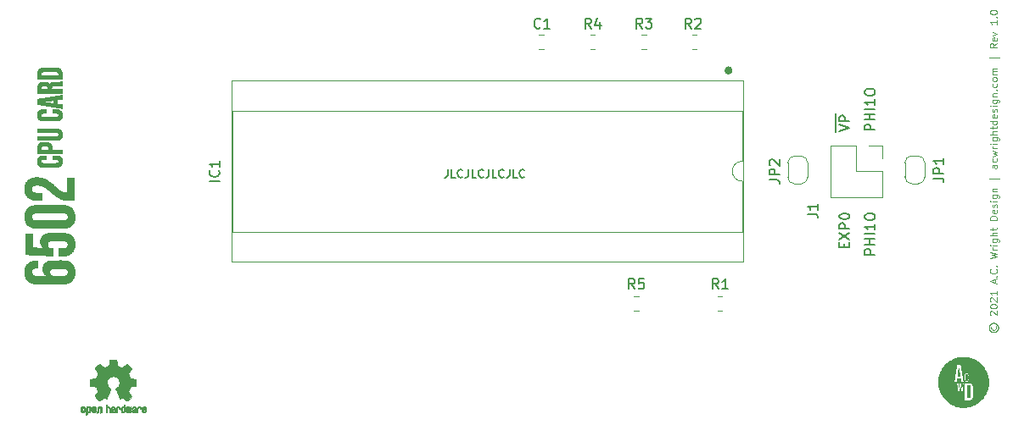
<source format=gbr>
G04 #@! TF.GenerationSoftware,KiCad,Pcbnew,(5.1.9-0-10_14)*
G04 #@! TF.CreationDate,2021-04-09T13:00:34-05:00*
G04 #@! TF.ProjectId,CPU Card,43505520-4361-4726-942e-6b696361645f,v1.0*
G04 #@! TF.SameCoordinates,Original*
G04 #@! TF.FileFunction,Legend,Top*
G04 #@! TF.FilePolarity,Positive*
%FSLAX46Y46*%
G04 Gerber Fmt 4.6, Leading zero omitted, Abs format (unit mm)*
G04 Created by KiCad (PCBNEW (5.1.9-0-10_14)) date 2021-04-09 13:00:34*
%MOMM*%
%LPD*%
G01*
G04 APERTURE LIST*
%ADD10C,0.400000*%
%ADD11C,0.150000*%
%ADD12C,0.100000*%
%ADD13C,0.010000*%
%ADD14C,0.120000*%
G04 APERTURE END LIST*
D10*
X170327100Y-90252600D02*
G75*
G03*
X170327100Y-90252600I-200000J0D01*
G01*
D11*
X181665571Y-107935928D02*
X181665571Y-107602595D01*
X182189380Y-107459738D02*
X182189380Y-107935928D01*
X181189380Y-107935928D01*
X181189380Y-107459738D01*
X181189380Y-107126404D02*
X182189380Y-106459738D01*
X181189380Y-106459738D02*
X182189380Y-107126404D01*
X182189380Y-106078785D02*
X181189380Y-106078785D01*
X181189380Y-105697833D01*
X181237000Y-105602595D01*
X181284619Y-105554976D01*
X181379857Y-105507357D01*
X181522714Y-105507357D01*
X181617952Y-105554976D01*
X181665571Y-105602595D01*
X181713190Y-105697833D01*
X181713190Y-106078785D01*
X181189380Y-104888309D02*
X181189380Y-104793071D01*
X181237000Y-104697833D01*
X181284619Y-104650214D01*
X181379857Y-104602595D01*
X181570333Y-104554976D01*
X181808428Y-104554976D01*
X181998904Y-104602595D01*
X182094142Y-104650214D01*
X182141761Y-104697833D01*
X182189380Y-104793071D01*
X182189380Y-104888309D01*
X182141761Y-104983547D01*
X182094142Y-105031166D01*
X181998904Y-105078785D01*
X181808428Y-105126404D01*
X181570333Y-105126404D01*
X181379857Y-105078785D01*
X181284619Y-105031166D01*
X181237000Y-104983547D01*
X181189380Y-104888309D01*
X184729380Y-108650214D02*
X183729380Y-108650214D01*
X183729380Y-108269261D01*
X183777000Y-108174023D01*
X183824619Y-108126404D01*
X183919857Y-108078785D01*
X184062714Y-108078785D01*
X184157952Y-108126404D01*
X184205571Y-108174023D01*
X184253190Y-108269261D01*
X184253190Y-108650214D01*
X184729380Y-107650214D02*
X183729380Y-107650214D01*
X184205571Y-107650214D02*
X184205571Y-107078785D01*
X184729380Y-107078785D02*
X183729380Y-107078785D01*
X184729380Y-106602595D02*
X183729380Y-106602595D01*
X184729380Y-105602595D02*
X184729380Y-106174023D01*
X184729380Y-105888309D02*
X183729380Y-105888309D01*
X183872238Y-105983547D01*
X183967476Y-106078785D01*
X184015095Y-106174023D01*
X183729380Y-104983547D02*
X183729380Y-104793071D01*
X183777000Y-104697833D01*
X183872238Y-104602595D01*
X184062714Y-104554976D01*
X184396047Y-104554976D01*
X184586523Y-104602595D01*
X184681761Y-104697833D01*
X184729380Y-104793071D01*
X184729380Y-104983547D01*
X184681761Y-105078785D01*
X184586523Y-105174023D01*
X184396047Y-105221642D01*
X184062714Y-105221642D01*
X183872238Y-105174023D01*
X183777000Y-105078785D01*
X183729380Y-104983547D01*
X184729380Y-96184404D02*
X183729380Y-96184404D01*
X183729380Y-95803452D01*
X183777000Y-95708214D01*
X183824619Y-95660595D01*
X183919857Y-95612976D01*
X184062714Y-95612976D01*
X184157952Y-95660595D01*
X184205571Y-95708214D01*
X184253190Y-95803452D01*
X184253190Y-96184404D01*
X184729380Y-95184404D02*
X183729380Y-95184404D01*
X184205571Y-95184404D02*
X184205571Y-94612976D01*
X184729380Y-94612976D02*
X183729380Y-94612976D01*
X184729380Y-94136785D02*
X183729380Y-94136785D01*
X184729380Y-93136785D02*
X184729380Y-93708214D01*
X184729380Y-93422500D02*
X183729380Y-93422500D01*
X183872238Y-93517738D01*
X183967476Y-93612976D01*
X184015095Y-93708214D01*
X183729380Y-92517738D02*
X183729380Y-92327261D01*
X183777000Y-92232023D01*
X183872238Y-92136785D01*
X184062714Y-92089166D01*
X184396047Y-92089166D01*
X184586523Y-92136785D01*
X184681761Y-92232023D01*
X184729380Y-92327261D01*
X184729380Y-92517738D01*
X184681761Y-92612976D01*
X184586523Y-92708214D01*
X184396047Y-92755833D01*
X184062714Y-92755833D01*
X183872238Y-92708214D01*
X183777000Y-92612976D01*
X183729380Y-92517738D01*
X180822000Y-96422500D02*
X180822000Y-95565357D01*
X181189380Y-96327261D02*
X182189380Y-95993928D01*
X181189380Y-95660595D01*
X180822000Y-95565357D02*
X180822000Y-94565357D01*
X182189380Y-95327261D02*
X181189380Y-95327261D01*
X181189380Y-94946309D01*
X181237000Y-94851071D01*
X181284619Y-94803452D01*
X181379857Y-94755833D01*
X181522714Y-94755833D01*
X181617952Y-94803452D01*
X181665571Y-94851071D01*
X181713190Y-94946309D01*
X181713190Y-95327261D01*
X142100761Y-100145904D02*
X142100761Y-100717333D01*
X142062666Y-100831619D01*
X141986476Y-100907809D01*
X141872190Y-100945904D01*
X141796000Y-100945904D01*
X142862666Y-100945904D02*
X142481714Y-100945904D01*
X142481714Y-100145904D01*
X143586476Y-100869714D02*
X143548380Y-100907809D01*
X143434095Y-100945904D01*
X143357904Y-100945904D01*
X143243619Y-100907809D01*
X143167428Y-100831619D01*
X143129333Y-100755428D01*
X143091238Y-100603047D01*
X143091238Y-100488761D01*
X143129333Y-100336380D01*
X143167428Y-100260190D01*
X143243619Y-100184000D01*
X143357904Y-100145904D01*
X143434095Y-100145904D01*
X143548380Y-100184000D01*
X143586476Y-100222095D01*
X144157904Y-100145904D02*
X144157904Y-100717333D01*
X144119809Y-100831619D01*
X144043619Y-100907809D01*
X143929333Y-100945904D01*
X143853142Y-100945904D01*
X144919809Y-100945904D02*
X144538857Y-100945904D01*
X144538857Y-100145904D01*
X145643619Y-100869714D02*
X145605523Y-100907809D01*
X145491238Y-100945904D01*
X145415047Y-100945904D01*
X145300761Y-100907809D01*
X145224571Y-100831619D01*
X145186476Y-100755428D01*
X145148380Y-100603047D01*
X145148380Y-100488761D01*
X145186476Y-100336380D01*
X145224571Y-100260190D01*
X145300761Y-100184000D01*
X145415047Y-100145904D01*
X145491238Y-100145904D01*
X145605523Y-100184000D01*
X145643619Y-100222095D01*
X146215047Y-100145904D02*
X146215047Y-100717333D01*
X146176952Y-100831619D01*
X146100761Y-100907809D01*
X145986476Y-100945904D01*
X145910285Y-100945904D01*
X146976952Y-100945904D02*
X146596000Y-100945904D01*
X146596000Y-100145904D01*
X147700761Y-100869714D02*
X147662666Y-100907809D01*
X147548380Y-100945904D01*
X147472190Y-100945904D01*
X147357904Y-100907809D01*
X147281714Y-100831619D01*
X147243619Y-100755428D01*
X147205523Y-100603047D01*
X147205523Y-100488761D01*
X147243619Y-100336380D01*
X147281714Y-100260190D01*
X147357904Y-100184000D01*
X147472190Y-100145904D01*
X147548380Y-100145904D01*
X147662666Y-100184000D01*
X147700761Y-100222095D01*
X148272190Y-100145904D02*
X148272190Y-100717333D01*
X148234095Y-100831619D01*
X148157904Y-100907809D01*
X148043619Y-100945904D01*
X147967428Y-100945904D01*
X149034095Y-100945904D02*
X148653142Y-100945904D01*
X148653142Y-100145904D01*
X149757904Y-100869714D02*
X149719809Y-100907809D01*
X149605523Y-100945904D01*
X149529333Y-100945904D01*
X149415047Y-100907809D01*
X149338857Y-100831619D01*
X149300761Y-100755428D01*
X149262666Y-100603047D01*
X149262666Y-100488761D01*
X149300761Y-100336380D01*
X149338857Y-100260190D01*
X149415047Y-100184000D01*
X149529333Y-100145904D01*
X149605523Y-100145904D01*
X149719809Y-100184000D01*
X149757904Y-100222095D01*
D12*
X196379333Y-115829999D02*
X196346000Y-115896666D01*
X196346000Y-116029999D01*
X196379333Y-116096666D01*
X196446000Y-116163333D01*
X196512666Y-116196666D01*
X196646000Y-116196666D01*
X196712666Y-116163333D01*
X196779333Y-116096666D01*
X196812666Y-116029999D01*
X196812666Y-115896666D01*
X196779333Y-115829999D01*
X196112666Y-115963333D02*
X196146000Y-116129999D01*
X196246000Y-116296666D01*
X196412666Y-116396666D01*
X196579333Y-116429999D01*
X196746000Y-116396666D01*
X196912666Y-116296666D01*
X197012666Y-116129999D01*
X197046000Y-115963333D01*
X197012666Y-115796666D01*
X196912666Y-115629999D01*
X196746000Y-115529999D01*
X196579333Y-115496666D01*
X196412666Y-115529999D01*
X196246000Y-115629999D01*
X196146000Y-115796666D01*
X196112666Y-115963333D01*
X196279333Y-114696666D02*
X196246000Y-114663333D01*
X196212666Y-114596666D01*
X196212666Y-114429999D01*
X196246000Y-114363333D01*
X196279333Y-114329999D01*
X196346000Y-114296666D01*
X196412666Y-114296666D01*
X196512666Y-114329999D01*
X196912666Y-114729999D01*
X196912666Y-114296666D01*
X196212666Y-113863333D02*
X196212666Y-113796666D01*
X196246000Y-113729999D01*
X196279333Y-113696666D01*
X196346000Y-113663333D01*
X196479333Y-113629999D01*
X196646000Y-113629999D01*
X196779333Y-113663333D01*
X196846000Y-113696666D01*
X196879333Y-113729999D01*
X196912666Y-113796666D01*
X196912666Y-113863333D01*
X196879333Y-113929999D01*
X196846000Y-113963333D01*
X196779333Y-113996666D01*
X196646000Y-114029999D01*
X196479333Y-114029999D01*
X196346000Y-113996666D01*
X196279333Y-113963333D01*
X196246000Y-113929999D01*
X196212666Y-113863333D01*
X196279333Y-113363333D02*
X196246000Y-113329999D01*
X196212666Y-113263333D01*
X196212666Y-113096666D01*
X196246000Y-113029999D01*
X196279333Y-112996666D01*
X196346000Y-112963333D01*
X196412666Y-112963333D01*
X196512666Y-112996666D01*
X196912666Y-113396666D01*
X196912666Y-112963333D01*
X196912666Y-112296666D02*
X196912666Y-112696666D01*
X196912666Y-112496666D02*
X196212666Y-112496666D01*
X196312666Y-112563333D01*
X196379333Y-112629999D01*
X196412666Y-112696666D01*
X196712666Y-111496666D02*
X196712666Y-111163333D01*
X196912666Y-111563333D02*
X196212666Y-111329999D01*
X196912666Y-111096666D01*
X196846000Y-110863333D02*
X196879333Y-110829999D01*
X196912666Y-110863333D01*
X196879333Y-110896666D01*
X196846000Y-110863333D01*
X196912666Y-110863333D01*
X196846000Y-110129999D02*
X196879333Y-110163333D01*
X196912666Y-110263333D01*
X196912666Y-110329999D01*
X196879333Y-110429999D01*
X196812666Y-110496666D01*
X196746000Y-110529999D01*
X196612666Y-110563333D01*
X196512666Y-110563333D01*
X196379333Y-110529999D01*
X196312666Y-110496666D01*
X196246000Y-110429999D01*
X196212666Y-110329999D01*
X196212666Y-110263333D01*
X196246000Y-110163333D01*
X196279333Y-110129999D01*
X196846000Y-109829999D02*
X196879333Y-109796666D01*
X196912666Y-109829999D01*
X196879333Y-109863333D01*
X196846000Y-109829999D01*
X196912666Y-109829999D01*
X196212666Y-109029999D02*
X196912666Y-108863333D01*
X196412666Y-108729999D01*
X196912666Y-108596666D01*
X196212666Y-108429999D01*
X196912666Y-108163333D02*
X196446000Y-108163333D01*
X196579333Y-108163333D02*
X196512666Y-108129999D01*
X196479333Y-108096666D01*
X196446000Y-108029999D01*
X196446000Y-107963333D01*
X196912666Y-107729999D02*
X196446000Y-107729999D01*
X196212666Y-107729999D02*
X196246000Y-107763333D01*
X196279333Y-107729999D01*
X196246000Y-107696666D01*
X196212666Y-107729999D01*
X196279333Y-107729999D01*
X196446000Y-107096666D02*
X197012666Y-107096666D01*
X197079333Y-107129999D01*
X197112666Y-107163333D01*
X197146000Y-107229999D01*
X197146000Y-107329999D01*
X197112666Y-107396666D01*
X196879333Y-107096666D02*
X196912666Y-107163333D01*
X196912666Y-107296666D01*
X196879333Y-107363333D01*
X196846000Y-107396666D01*
X196779333Y-107429999D01*
X196579333Y-107429999D01*
X196512666Y-107396666D01*
X196479333Y-107363333D01*
X196446000Y-107296666D01*
X196446000Y-107163333D01*
X196479333Y-107096666D01*
X196912666Y-106763333D02*
X196212666Y-106763333D01*
X196912666Y-106463333D02*
X196546000Y-106463333D01*
X196479333Y-106496666D01*
X196446000Y-106563333D01*
X196446000Y-106663333D01*
X196479333Y-106729999D01*
X196512666Y-106763333D01*
X196446000Y-106229999D02*
X196446000Y-105963333D01*
X196212666Y-106129999D02*
X196812666Y-106129999D01*
X196879333Y-106096666D01*
X196912666Y-106029999D01*
X196912666Y-105963333D01*
X196912666Y-105196666D02*
X196212666Y-105196666D01*
X196212666Y-105029999D01*
X196246000Y-104929999D01*
X196312666Y-104863333D01*
X196379333Y-104829999D01*
X196512666Y-104796666D01*
X196612666Y-104796666D01*
X196746000Y-104829999D01*
X196812666Y-104863333D01*
X196879333Y-104929999D01*
X196912666Y-105029999D01*
X196912666Y-105196666D01*
X196879333Y-104229999D02*
X196912666Y-104296666D01*
X196912666Y-104429999D01*
X196879333Y-104496666D01*
X196812666Y-104529999D01*
X196546000Y-104529999D01*
X196479333Y-104496666D01*
X196446000Y-104429999D01*
X196446000Y-104296666D01*
X196479333Y-104229999D01*
X196546000Y-104196666D01*
X196612666Y-104196666D01*
X196679333Y-104529999D01*
X196879333Y-103929999D02*
X196912666Y-103863333D01*
X196912666Y-103729999D01*
X196879333Y-103663333D01*
X196812666Y-103629999D01*
X196779333Y-103629999D01*
X196712666Y-103663333D01*
X196679333Y-103729999D01*
X196679333Y-103829999D01*
X196646000Y-103896666D01*
X196579333Y-103929999D01*
X196546000Y-103929999D01*
X196479333Y-103896666D01*
X196446000Y-103829999D01*
X196446000Y-103729999D01*
X196479333Y-103663333D01*
X196912666Y-103329999D02*
X196446000Y-103329999D01*
X196212666Y-103329999D02*
X196246000Y-103363333D01*
X196279333Y-103329999D01*
X196246000Y-103296666D01*
X196212666Y-103329999D01*
X196279333Y-103329999D01*
X196446000Y-102696666D02*
X197012666Y-102696666D01*
X197079333Y-102729999D01*
X197112666Y-102763333D01*
X197146000Y-102829999D01*
X197146000Y-102929999D01*
X197112666Y-102996666D01*
X196879333Y-102696666D02*
X196912666Y-102763333D01*
X196912666Y-102896666D01*
X196879333Y-102963333D01*
X196846000Y-102996666D01*
X196779333Y-103029999D01*
X196579333Y-103029999D01*
X196512666Y-102996666D01*
X196479333Y-102963333D01*
X196446000Y-102896666D01*
X196446000Y-102763333D01*
X196479333Y-102696666D01*
X196446000Y-102363333D02*
X196912666Y-102363333D01*
X196512666Y-102363333D02*
X196479333Y-102329999D01*
X196446000Y-102263333D01*
X196446000Y-102163333D01*
X196479333Y-102096666D01*
X196546000Y-102063333D01*
X196912666Y-102063333D01*
X197146000Y-101029999D02*
X196146000Y-101029999D01*
X196912666Y-99696666D02*
X196546000Y-99696666D01*
X196479333Y-99729999D01*
X196446000Y-99796666D01*
X196446000Y-99929999D01*
X196479333Y-99996666D01*
X196879333Y-99696666D02*
X196912666Y-99763333D01*
X196912666Y-99929999D01*
X196879333Y-99996666D01*
X196812666Y-100029999D01*
X196746000Y-100029999D01*
X196679333Y-99996666D01*
X196646000Y-99929999D01*
X196646000Y-99763333D01*
X196612666Y-99696666D01*
X196879333Y-99063333D02*
X196912666Y-99129999D01*
X196912666Y-99263333D01*
X196879333Y-99329999D01*
X196846000Y-99363333D01*
X196779333Y-99396666D01*
X196579333Y-99396666D01*
X196512666Y-99363333D01*
X196479333Y-99329999D01*
X196446000Y-99263333D01*
X196446000Y-99129999D01*
X196479333Y-99063333D01*
X196446000Y-98829999D02*
X196912666Y-98696666D01*
X196579333Y-98563333D01*
X196912666Y-98429999D01*
X196446000Y-98296666D01*
X196912666Y-98029999D02*
X196446000Y-98029999D01*
X196579333Y-98029999D02*
X196512666Y-97996666D01*
X196479333Y-97963333D01*
X196446000Y-97896666D01*
X196446000Y-97829999D01*
X196912666Y-97596666D02*
X196446000Y-97596666D01*
X196212666Y-97596666D02*
X196246000Y-97629999D01*
X196279333Y-97596666D01*
X196246000Y-97563333D01*
X196212666Y-97596666D01*
X196279333Y-97596666D01*
X196446000Y-96963333D02*
X197012666Y-96963333D01*
X197079333Y-96996666D01*
X197112666Y-97029999D01*
X197146000Y-97096666D01*
X197146000Y-97196666D01*
X197112666Y-97263333D01*
X196879333Y-96963333D02*
X196912666Y-97029999D01*
X196912666Y-97163333D01*
X196879333Y-97229999D01*
X196846000Y-97263333D01*
X196779333Y-97296666D01*
X196579333Y-97296666D01*
X196512666Y-97263333D01*
X196479333Y-97229999D01*
X196446000Y-97163333D01*
X196446000Y-97029999D01*
X196479333Y-96963333D01*
X196912666Y-96629999D02*
X196212666Y-96629999D01*
X196912666Y-96329999D02*
X196546000Y-96329999D01*
X196479333Y-96363333D01*
X196446000Y-96429999D01*
X196446000Y-96529999D01*
X196479333Y-96596666D01*
X196512666Y-96629999D01*
X196446000Y-96096666D02*
X196446000Y-95830000D01*
X196212666Y-95996666D02*
X196812666Y-95996666D01*
X196879333Y-95963333D01*
X196912666Y-95896666D01*
X196912666Y-95830000D01*
X196912666Y-95296666D02*
X196212666Y-95296666D01*
X196879333Y-95296666D02*
X196912666Y-95363333D01*
X196912666Y-95496666D01*
X196879333Y-95563333D01*
X196846000Y-95596666D01*
X196779333Y-95630000D01*
X196579333Y-95630000D01*
X196512666Y-95596666D01*
X196479333Y-95563333D01*
X196446000Y-95496666D01*
X196446000Y-95363333D01*
X196479333Y-95296666D01*
X196879333Y-94696666D02*
X196912666Y-94763333D01*
X196912666Y-94896666D01*
X196879333Y-94963333D01*
X196812666Y-94996666D01*
X196546000Y-94996666D01*
X196479333Y-94963333D01*
X196446000Y-94896666D01*
X196446000Y-94763333D01*
X196479333Y-94696666D01*
X196546000Y-94663333D01*
X196612666Y-94663333D01*
X196679333Y-94996666D01*
X196879333Y-94396666D02*
X196912666Y-94330000D01*
X196912666Y-94196666D01*
X196879333Y-94130000D01*
X196812666Y-94096666D01*
X196779333Y-94096666D01*
X196712666Y-94130000D01*
X196679333Y-94196666D01*
X196679333Y-94296666D01*
X196646000Y-94363333D01*
X196579333Y-94396666D01*
X196546000Y-94396666D01*
X196479333Y-94363333D01*
X196446000Y-94296666D01*
X196446000Y-94196666D01*
X196479333Y-94130000D01*
X196912666Y-93796666D02*
X196446000Y-93796666D01*
X196212666Y-93796666D02*
X196246000Y-93830000D01*
X196279333Y-93796666D01*
X196246000Y-93763333D01*
X196212666Y-93796666D01*
X196279333Y-93796666D01*
X196446000Y-93163333D02*
X197012666Y-93163333D01*
X197079333Y-93196666D01*
X197112666Y-93230000D01*
X197146000Y-93296666D01*
X197146000Y-93396666D01*
X197112666Y-93463333D01*
X196879333Y-93163333D02*
X196912666Y-93230000D01*
X196912666Y-93363333D01*
X196879333Y-93430000D01*
X196846000Y-93463333D01*
X196779333Y-93496666D01*
X196579333Y-93496666D01*
X196512666Y-93463333D01*
X196479333Y-93430000D01*
X196446000Y-93363333D01*
X196446000Y-93230000D01*
X196479333Y-93163333D01*
X196446000Y-92830000D02*
X196912666Y-92830000D01*
X196512666Y-92830000D02*
X196479333Y-92796666D01*
X196446000Y-92730000D01*
X196446000Y-92630000D01*
X196479333Y-92563333D01*
X196546000Y-92530000D01*
X196912666Y-92530000D01*
X196846000Y-92196666D02*
X196879333Y-92163333D01*
X196912666Y-92196666D01*
X196879333Y-92230000D01*
X196846000Y-92196666D01*
X196912666Y-92196666D01*
X196879333Y-91563333D02*
X196912666Y-91630000D01*
X196912666Y-91763333D01*
X196879333Y-91830000D01*
X196846000Y-91863333D01*
X196779333Y-91896666D01*
X196579333Y-91896666D01*
X196512666Y-91863333D01*
X196479333Y-91830000D01*
X196446000Y-91763333D01*
X196446000Y-91630000D01*
X196479333Y-91563333D01*
X196912666Y-91163333D02*
X196879333Y-91230000D01*
X196846000Y-91263333D01*
X196779333Y-91296666D01*
X196579333Y-91296666D01*
X196512666Y-91263333D01*
X196479333Y-91230000D01*
X196446000Y-91163333D01*
X196446000Y-91063333D01*
X196479333Y-90996666D01*
X196512666Y-90963333D01*
X196579333Y-90930000D01*
X196779333Y-90930000D01*
X196846000Y-90963333D01*
X196879333Y-90996666D01*
X196912666Y-91063333D01*
X196912666Y-91163333D01*
X196912666Y-90630000D02*
X196446000Y-90630000D01*
X196512666Y-90630000D02*
X196479333Y-90596666D01*
X196446000Y-90530000D01*
X196446000Y-90430000D01*
X196479333Y-90363333D01*
X196546000Y-90330000D01*
X196912666Y-90330000D01*
X196546000Y-90330000D02*
X196479333Y-90296666D01*
X196446000Y-90230000D01*
X196446000Y-90130000D01*
X196479333Y-90063333D01*
X196546000Y-90030000D01*
X196912666Y-90030000D01*
X197146000Y-88996666D02*
X196146000Y-88996666D01*
X196912666Y-87563333D02*
X196579333Y-87796666D01*
X196912666Y-87963333D02*
X196212666Y-87963333D01*
X196212666Y-87696666D01*
X196246000Y-87630000D01*
X196279333Y-87596666D01*
X196346000Y-87563333D01*
X196446000Y-87563333D01*
X196512666Y-87596666D01*
X196546000Y-87630000D01*
X196579333Y-87696666D01*
X196579333Y-87963333D01*
X196879333Y-86996666D02*
X196912666Y-87063333D01*
X196912666Y-87196666D01*
X196879333Y-87263333D01*
X196812666Y-87296666D01*
X196546000Y-87296666D01*
X196479333Y-87263333D01*
X196446000Y-87196666D01*
X196446000Y-87063333D01*
X196479333Y-86996666D01*
X196546000Y-86963333D01*
X196612666Y-86963333D01*
X196679333Y-87296666D01*
X196446000Y-86730000D02*
X196912666Y-86563333D01*
X196446000Y-86396666D01*
X196912666Y-85230000D02*
X196912666Y-85630000D01*
X196912666Y-85430000D02*
X196212666Y-85430000D01*
X196312666Y-85496666D01*
X196379333Y-85563333D01*
X196412666Y-85630000D01*
X196846000Y-84930000D02*
X196879333Y-84896666D01*
X196912666Y-84930000D01*
X196879333Y-84963333D01*
X196846000Y-84930000D01*
X196912666Y-84930000D01*
X196212666Y-84463333D02*
X196212666Y-84396666D01*
X196246000Y-84330000D01*
X196279333Y-84296666D01*
X196346000Y-84263333D01*
X196479333Y-84230000D01*
X196646000Y-84230000D01*
X196779333Y-84263333D01*
X196846000Y-84296666D01*
X196879333Y-84330000D01*
X196912666Y-84396666D01*
X196912666Y-84463333D01*
X196879333Y-84530000D01*
X196846000Y-84563333D01*
X196779333Y-84596666D01*
X196646000Y-84630000D01*
X196479333Y-84630000D01*
X196346000Y-84596666D01*
X196279333Y-84563333D01*
X196246000Y-84530000D01*
X196212666Y-84463333D01*
D13*
G36*
X106311744Y-123839918D02*
G01*
X106367201Y-123867568D01*
X106416148Y-123918480D01*
X106429629Y-123937338D01*
X106444314Y-123962015D01*
X106453842Y-123988816D01*
X106459293Y-124024587D01*
X106461747Y-124076169D01*
X106462286Y-124144267D01*
X106459852Y-124237588D01*
X106451394Y-124307657D01*
X106435174Y-124359931D01*
X106409454Y-124399869D01*
X106372497Y-124432929D01*
X106369782Y-124434886D01*
X106333360Y-124454908D01*
X106289502Y-124464815D01*
X106233724Y-124467257D01*
X106143048Y-124467257D01*
X106143010Y-124555283D01*
X106142166Y-124604308D01*
X106137024Y-124633065D01*
X106123587Y-124650311D01*
X106097858Y-124664808D01*
X106091679Y-124667769D01*
X106062764Y-124681648D01*
X106040376Y-124690414D01*
X106023729Y-124691171D01*
X106012036Y-124681023D01*
X106004510Y-124657073D01*
X106000366Y-124616426D01*
X105998815Y-124556186D01*
X105999071Y-124473455D01*
X106000349Y-124365339D01*
X106000748Y-124333000D01*
X106002185Y-124221524D01*
X106003472Y-124148603D01*
X106142971Y-124148603D01*
X106143755Y-124210499D01*
X106147240Y-124250997D01*
X106155124Y-124277708D01*
X106169105Y-124298244D01*
X106178597Y-124308260D01*
X106217404Y-124337567D01*
X106251763Y-124339952D01*
X106287216Y-124315750D01*
X106288114Y-124314857D01*
X106302539Y-124296153D01*
X106311313Y-124270732D01*
X106315739Y-124231584D01*
X106317118Y-124171697D01*
X106317143Y-124158430D01*
X106313812Y-124075901D01*
X106302969Y-124018691D01*
X106283340Y-123983766D01*
X106253650Y-123968094D01*
X106236491Y-123966514D01*
X106195766Y-123973926D01*
X106167832Y-123998330D01*
X106151017Y-124042980D01*
X106143650Y-124111130D01*
X106142971Y-124148603D01*
X106003472Y-124148603D01*
X106003708Y-124135245D01*
X106005677Y-124070333D01*
X106008450Y-124022958D01*
X106012388Y-123989290D01*
X106017849Y-123965498D01*
X106025192Y-123947753D01*
X106034777Y-123932224D01*
X106038887Y-123926381D01*
X106093405Y-123871185D01*
X106162336Y-123839890D01*
X106242072Y-123831165D01*
X106311744Y-123839918D01*
G37*
X106311744Y-123839918D02*
X106367201Y-123867568D01*
X106416148Y-123918480D01*
X106429629Y-123937338D01*
X106444314Y-123962015D01*
X106453842Y-123988816D01*
X106459293Y-124024587D01*
X106461747Y-124076169D01*
X106462286Y-124144267D01*
X106459852Y-124237588D01*
X106451394Y-124307657D01*
X106435174Y-124359931D01*
X106409454Y-124399869D01*
X106372497Y-124432929D01*
X106369782Y-124434886D01*
X106333360Y-124454908D01*
X106289502Y-124464815D01*
X106233724Y-124467257D01*
X106143048Y-124467257D01*
X106143010Y-124555283D01*
X106142166Y-124604308D01*
X106137024Y-124633065D01*
X106123587Y-124650311D01*
X106097858Y-124664808D01*
X106091679Y-124667769D01*
X106062764Y-124681648D01*
X106040376Y-124690414D01*
X106023729Y-124691171D01*
X106012036Y-124681023D01*
X106004510Y-124657073D01*
X106000366Y-124616426D01*
X105998815Y-124556186D01*
X105999071Y-124473455D01*
X106000349Y-124365339D01*
X106000748Y-124333000D01*
X106002185Y-124221524D01*
X106003472Y-124148603D01*
X106142971Y-124148603D01*
X106143755Y-124210499D01*
X106147240Y-124250997D01*
X106155124Y-124277708D01*
X106169105Y-124298244D01*
X106178597Y-124308260D01*
X106217404Y-124337567D01*
X106251763Y-124339952D01*
X106287216Y-124315750D01*
X106288114Y-124314857D01*
X106302539Y-124296153D01*
X106311313Y-124270732D01*
X106315739Y-124231584D01*
X106317118Y-124171697D01*
X106317143Y-124158430D01*
X106313812Y-124075901D01*
X106302969Y-124018691D01*
X106283340Y-123983766D01*
X106253650Y-123968094D01*
X106236491Y-123966514D01*
X106195766Y-123973926D01*
X106167832Y-123998330D01*
X106151017Y-124042980D01*
X106143650Y-124111130D01*
X106142971Y-124148603D01*
X106003472Y-124148603D01*
X106003708Y-124135245D01*
X106005677Y-124070333D01*
X106008450Y-124022958D01*
X106012388Y-123989290D01*
X106017849Y-123965498D01*
X106025192Y-123947753D01*
X106034777Y-123932224D01*
X106038887Y-123926381D01*
X106093405Y-123871185D01*
X106162336Y-123839890D01*
X106242072Y-123831165D01*
X106311744Y-123839918D01*
G36*
X107428093Y-123847780D02*
G01*
X107474672Y-123874723D01*
X107507057Y-123901466D01*
X107530742Y-123929484D01*
X107547059Y-123963748D01*
X107557339Y-124009227D01*
X107562914Y-124070892D01*
X107565116Y-124153711D01*
X107565371Y-124213246D01*
X107565371Y-124432391D01*
X107503686Y-124460044D01*
X107442000Y-124487697D01*
X107434743Y-124247670D01*
X107431744Y-124158028D01*
X107428598Y-124092962D01*
X107424701Y-124048026D01*
X107419447Y-124018770D01*
X107412231Y-124000748D01*
X107402450Y-123989511D01*
X107399312Y-123987079D01*
X107351761Y-123968083D01*
X107303697Y-123975600D01*
X107275086Y-123995543D01*
X107263447Y-124009675D01*
X107255391Y-124028220D01*
X107250271Y-124056334D01*
X107247441Y-124099173D01*
X107246256Y-124161895D01*
X107246057Y-124227261D01*
X107246018Y-124309268D01*
X107244614Y-124367316D01*
X107239914Y-124406465D01*
X107229987Y-124431780D01*
X107212903Y-124448323D01*
X107186732Y-124461156D01*
X107151775Y-124474491D01*
X107113596Y-124489007D01*
X107118141Y-124231389D01*
X107119971Y-124138519D01*
X107122112Y-124069889D01*
X107125181Y-124020711D01*
X107129794Y-123986198D01*
X107136568Y-123961562D01*
X107146119Y-123942016D01*
X107157634Y-123924770D01*
X107213190Y-123869680D01*
X107280980Y-123837822D01*
X107354713Y-123830191D01*
X107428093Y-123847780D01*
G37*
X107428093Y-123847780D02*
X107474672Y-123874723D01*
X107507057Y-123901466D01*
X107530742Y-123929484D01*
X107547059Y-123963748D01*
X107557339Y-124009227D01*
X107562914Y-124070892D01*
X107565116Y-124153711D01*
X107565371Y-124213246D01*
X107565371Y-124432391D01*
X107503686Y-124460044D01*
X107442000Y-124487697D01*
X107434743Y-124247670D01*
X107431744Y-124158028D01*
X107428598Y-124092962D01*
X107424701Y-124048026D01*
X107419447Y-124018770D01*
X107412231Y-124000748D01*
X107402450Y-123989511D01*
X107399312Y-123987079D01*
X107351761Y-123968083D01*
X107303697Y-123975600D01*
X107275086Y-123995543D01*
X107263447Y-124009675D01*
X107255391Y-124028220D01*
X107250271Y-124056334D01*
X107247441Y-124099173D01*
X107246256Y-124161895D01*
X107246057Y-124227261D01*
X107246018Y-124309268D01*
X107244614Y-124367316D01*
X107239914Y-124406465D01*
X107229987Y-124431780D01*
X107212903Y-124448323D01*
X107186732Y-124461156D01*
X107151775Y-124474491D01*
X107113596Y-124489007D01*
X107118141Y-124231389D01*
X107119971Y-124138519D01*
X107122112Y-124069889D01*
X107125181Y-124020711D01*
X107129794Y-123986198D01*
X107136568Y-123961562D01*
X107146119Y-123942016D01*
X107157634Y-123924770D01*
X107213190Y-123869680D01*
X107280980Y-123837822D01*
X107354713Y-123830191D01*
X107428093Y-123847780D01*
G36*
X105753115Y-123841962D02*
G01*
X105821145Y-123877733D01*
X105871351Y-123935301D01*
X105889185Y-123972312D01*
X105903063Y-124027882D01*
X105910167Y-124098096D01*
X105910840Y-124174727D01*
X105905427Y-124249552D01*
X105894270Y-124314342D01*
X105877714Y-124360873D01*
X105872626Y-124368887D01*
X105812355Y-124428707D01*
X105740769Y-124464535D01*
X105663092Y-124475020D01*
X105584548Y-124458810D01*
X105562689Y-124449092D01*
X105520122Y-124419143D01*
X105482763Y-124379433D01*
X105479232Y-124374397D01*
X105464881Y-124350124D01*
X105455394Y-124324178D01*
X105449790Y-124290022D01*
X105447086Y-124241119D01*
X105446299Y-124170935D01*
X105446286Y-124155200D01*
X105446322Y-124150192D01*
X105591429Y-124150192D01*
X105592273Y-124216430D01*
X105595596Y-124260386D01*
X105602583Y-124288779D01*
X105614416Y-124308325D01*
X105620457Y-124314857D01*
X105655186Y-124339680D01*
X105688903Y-124338548D01*
X105722995Y-124317016D01*
X105743329Y-124294029D01*
X105755371Y-124260478D01*
X105762134Y-124207569D01*
X105762598Y-124201399D01*
X105763752Y-124105513D01*
X105751688Y-124034299D01*
X105726570Y-123988194D01*
X105688560Y-123967635D01*
X105674992Y-123966514D01*
X105639364Y-123972152D01*
X105614994Y-123991686D01*
X105600093Y-124029042D01*
X105592875Y-124088150D01*
X105591429Y-124150192D01*
X105446322Y-124150192D01*
X105446826Y-124080413D01*
X105449096Y-124028159D01*
X105454068Y-123991949D01*
X105462713Y-123965299D01*
X105476005Y-123941722D01*
X105478943Y-123937338D01*
X105528313Y-123878249D01*
X105582109Y-123843947D01*
X105647602Y-123830331D01*
X105669842Y-123829665D01*
X105753115Y-123841962D01*
G37*
X105753115Y-123841962D02*
X105821145Y-123877733D01*
X105871351Y-123935301D01*
X105889185Y-123972312D01*
X105903063Y-124027882D01*
X105910167Y-124098096D01*
X105910840Y-124174727D01*
X105905427Y-124249552D01*
X105894270Y-124314342D01*
X105877714Y-124360873D01*
X105872626Y-124368887D01*
X105812355Y-124428707D01*
X105740769Y-124464535D01*
X105663092Y-124475020D01*
X105584548Y-124458810D01*
X105562689Y-124449092D01*
X105520122Y-124419143D01*
X105482763Y-124379433D01*
X105479232Y-124374397D01*
X105464881Y-124350124D01*
X105455394Y-124324178D01*
X105449790Y-124290022D01*
X105447086Y-124241119D01*
X105446299Y-124170935D01*
X105446286Y-124155200D01*
X105446322Y-124150192D01*
X105591429Y-124150192D01*
X105592273Y-124216430D01*
X105595596Y-124260386D01*
X105602583Y-124288779D01*
X105614416Y-124308325D01*
X105620457Y-124314857D01*
X105655186Y-124339680D01*
X105688903Y-124338548D01*
X105722995Y-124317016D01*
X105743329Y-124294029D01*
X105755371Y-124260478D01*
X105762134Y-124207569D01*
X105762598Y-124201399D01*
X105763752Y-124105513D01*
X105751688Y-124034299D01*
X105726570Y-123988194D01*
X105688560Y-123967635D01*
X105674992Y-123966514D01*
X105639364Y-123972152D01*
X105614994Y-123991686D01*
X105600093Y-124029042D01*
X105592875Y-124088150D01*
X105591429Y-124150192D01*
X105446322Y-124150192D01*
X105446826Y-124080413D01*
X105449096Y-124028159D01*
X105454068Y-123991949D01*
X105462713Y-123965299D01*
X105476005Y-123941722D01*
X105478943Y-123937338D01*
X105528313Y-123878249D01*
X105582109Y-123843947D01*
X105647602Y-123830331D01*
X105669842Y-123829665D01*
X105753115Y-123841962D01*
G36*
X106880303Y-123851239D02*
G01*
X106937527Y-123889735D01*
X106981749Y-123945335D01*
X107008167Y-124016086D01*
X107013510Y-124068162D01*
X107012903Y-124089893D01*
X107007822Y-124106531D01*
X106993855Y-124121437D01*
X106966589Y-124137973D01*
X106921612Y-124159498D01*
X106854511Y-124189374D01*
X106854171Y-124189524D01*
X106792407Y-124217813D01*
X106741759Y-124242933D01*
X106707404Y-124262179D01*
X106694518Y-124272848D01*
X106694514Y-124272934D01*
X106705872Y-124296166D01*
X106732431Y-124321774D01*
X106762923Y-124340221D01*
X106778370Y-124343886D01*
X106820515Y-124331212D01*
X106856808Y-124299471D01*
X106874517Y-124264572D01*
X106891552Y-124238845D01*
X106924922Y-124209546D01*
X106964149Y-124184235D01*
X106998756Y-124170471D01*
X107005993Y-124169714D01*
X107014139Y-124182160D01*
X107014630Y-124213972D01*
X107008643Y-124256866D01*
X106997357Y-124302558D01*
X106981950Y-124342761D01*
X106981171Y-124344322D01*
X106934804Y-124409062D01*
X106874711Y-124453097D01*
X106806465Y-124474711D01*
X106735638Y-124472185D01*
X106667804Y-124443804D01*
X106664788Y-124441808D01*
X106611427Y-124393448D01*
X106576340Y-124330352D01*
X106556922Y-124247387D01*
X106554316Y-124224078D01*
X106549701Y-124114055D01*
X106555233Y-124062748D01*
X106694514Y-124062748D01*
X106696324Y-124094753D01*
X106706222Y-124104093D01*
X106730898Y-124097105D01*
X106769795Y-124080587D01*
X106813275Y-124059881D01*
X106814356Y-124059333D01*
X106851209Y-124039949D01*
X106866000Y-124027013D01*
X106862353Y-124013451D01*
X106846995Y-123995632D01*
X106807923Y-123969845D01*
X106765846Y-123967950D01*
X106728103Y-123986717D01*
X106702034Y-124022915D01*
X106694514Y-124062748D01*
X106555233Y-124062748D01*
X106559194Y-124026027D01*
X106583550Y-123956212D01*
X106617456Y-123907302D01*
X106678653Y-123857878D01*
X106746063Y-123833359D01*
X106814880Y-123831797D01*
X106880303Y-123851239D01*
G37*
X106880303Y-123851239D02*
X106937527Y-123889735D01*
X106981749Y-123945335D01*
X107008167Y-124016086D01*
X107013510Y-124068162D01*
X107012903Y-124089893D01*
X107007822Y-124106531D01*
X106993855Y-124121437D01*
X106966589Y-124137973D01*
X106921612Y-124159498D01*
X106854511Y-124189374D01*
X106854171Y-124189524D01*
X106792407Y-124217813D01*
X106741759Y-124242933D01*
X106707404Y-124262179D01*
X106694518Y-124272848D01*
X106694514Y-124272934D01*
X106705872Y-124296166D01*
X106732431Y-124321774D01*
X106762923Y-124340221D01*
X106778370Y-124343886D01*
X106820515Y-124331212D01*
X106856808Y-124299471D01*
X106874517Y-124264572D01*
X106891552Y-124238845D01*
X106924922Y-124209546D01*
X106964149Y-124184235D01*
X106998756Y-124170471D01*
X107005993Y-124169714D01*
X107014139Y-124182160D01*
X107014630Y-124213972D01*
X107008643Y-124256866D01*
X106997357Y-124302558D01*
X106981950Y-124342761D01*
X106981171Y-124344322D01*
X106934804Y-124409062D01*
X106874711Y-124453097D01*
X106806465Y-124474711D01*
X106735638Y-124472185D01*
X106667804Y-124443804D01*
X106664788Y-124441808D01*
X106611427Y-124393448D01*
X106576340Y-124330352D01*
X106556922Y-124247387D01*
X106554316Y-124224078D01*
X106549701Y-124114055D01*
X106555233Y-124062748D01*
X106694514Y-124062748D01*
X106696324Y-124094753D01*
X106706222Y-124104093D01*
X106730898Y-124097105D01*
X106769795Y-124080587D01*
X106813275Y-124059881D01*
X106814356Y-124059333D01*
X106851209Y-124039949D01*
X106866000Y-124027013D01*
X106862353Y-124013451D01*
X106846995Y-123995632D01*
X106807923Y-123969845D01*
X106765846Y-123967950D01*
X106728103Y-123986717D01*
X106702034Y-124022915D01*
X106694514Y-124062748D01*
X106555233Y-124062748D01*
X106559194Y-124026027D01*
X106583550Y-123956212D01*
X106617456Y-123907302D01*
X106678653Y-123857878D01*
X106746063Y-123833359D01*
X106814880Y-123831797D01*
X106880303Y-123851239D01*
G36*
X108087886Y-123771289D02*
G01*
X108092139Y-123830613D01*
X108097025Y-123865572D01*
X108103795Y-123880820D01*
X108113702Y-123881015D01*
X108116914Y-123879195D01*
X108159644Y-123866015D01*
X108215227Y-123866785D01*
X108271737Y-123880333D01*
X108307082Y-123897861D01*
X108343321Y-123925861D01*
X108369813Y-123957549D01*
X108387999Y-123997813D01*
X108399322Y-124051543D01*
X108405222Y-124123626D01*
X108407143Y-124218951D01*
X108407177Y-124237237D01*
X108407200Y-124442646D01*
X108361491Y-124458580D01*
X108329027Y-124469420D01*
X108311215Y-124474468D01*
X108310691Y-124474514D01*
X108308937Y-124460828D01*
X108307444Y-124423076D01*
X108306326Y-124366224D01*
X108305697Y-124295234D01*
X108305600Y-124252073D01*
X108305398Y-124166973D01*
X108304358Y-124105981D01*
X108301831Y-124064177D01*
X108297164Y-124036642D01*
X108289707Y-124018456D01*
X108278811Y-124004698D01*
X108272007Y-123998073D01*
X108225272Y-123971375D01*
X108174272Y-123969375D01*
X108128001Y-123991955D01*
X108119444Y-124000107D01*
X108106893Y-124015436D01*
X108098188Y-124033618D01*
X108092631Y-124059909D01*
X108089526Y-124099562D01*
X108088176Y-124157832D01*
X108087886Y-124238173D01*
X108087886Y-124442646D01*
X108042177Y-124458580D01*
X108009713Y-124469420D01*
X107991901Y-124474468D01*
X107991377Y-124474514D01*
X107990037Y-124460623D01*
X107988828Y-124421439D01*
X107987801Y-124360700D01*
X107987002Y-124282141D01*
X107986481Y-124189498D01*
X107986286Y-124086509D01*
X107986286Y-123689342D01*
X108033457Y-123669444D01*
X108080629Y-123649547D01*
X108087886Y-123771289D01*
G37*
X108087886Y-123771289D02*
X108092139Y-123830613D01*
X108097025Y-123865572D01*
X108103795Y-123880820D01*
X108113702Y-123881015D01*
X108116914Y-123879195D01*
X108159644Y-123866015D01*
X108215227Y-123866785D01*
X108271737Y-123880333D01*
X108307082Y-123897861D01*
X108343321Y-123925861D01*
X108369813Y-123957549D01*
X108387999Y-123997813D01*
X108399322Y-124051543D01*
X108405222Y-124123626D01*
X108407143Y-124218951D01*
X108407177Y-124237237D01*
X108407200Y-124442646D01*
X108361491Y-124458580D01*
X108329027Y-124469420D01*
X108311215Y-124474468D01*
X108310691Y-124474514D01*
X108308937Y-124460828D01*
X108307444Y-124423076D01*
X108306326Y-124366224D01*
X108305697Y-124295234D01*
X108305600Y-124252073D01*
X108305398Y-124166973D01*
X108304358Y-124105981D01*
X108301831Y-124064177D01*
X108297164Y-124036642D01*
X108289707Y-124018456D01*
X108278811Y-124004698D01*
X108272007Y-123998073D01*
X108225272Y-123971375D01*
X108174272Y-123969375D01*
X108128001Y-123991955D01*
X108119444Y-124000107D01*
X108106893Y-124015436D01*
X108098188Y-124033618D01*
X108092631Y-124059909D01*
X108089526Y-124099562D01*
X108088176Y-124157832D01*
X108087886Y-124238173D01*
X108087886Y-124442646D01*
X108042177Y-124458580D01*
X108009713Y-124469420D01*
X107991901Y-124474468D01*
X107991377Y-124474514D01*
X107990037Y-124460623D01*
X107988828Y-124421439D01*
X107987801Y-124360700D01*
X107987002Y-124282141D01*
X107986481Y-124189498D01*
X107986286Y-124086509D01*
X107986286Y-123689342D01*
X108033457Y-123669444D01*
X108080629Y-123649547D01*
X108087886Y-123771289D01*
G36*
X108751744Y-123870968D02*
G01*
X108808616Y-123892087D01*
X108809267Y-123892493D01*
X108844440Y-123918380D01*
X108870407Y-123948633D01*
X108888670Y-123988058D01*
X108900732Y-124041462D01*
X108908096Y-124113651D01*
X108912264Y-124209432D01*
X108912629Y-124223078D01*
X108917876Y-124428842D01*
X108873716Y-124451678D01*
X108841763Y-124467110D01*
X108822470Y-124474423D01*
X108821578Y-124474514D01*
X108818239Y-124461022D01*
X108815587Y-124424626D01*
X108813956Y-124371452D01*
X108813600Y-124328393D01*
X108813592Y-124258641D01*
X108810403Y-124214837D01*
X108799288Y-124193944D01*
X108775501Y-124192925D01*
X108734296Y-124208741D01*
X108672086Y-124237815D01*
X108626341Y-124261963D01*
X108602813Y-124282913D01*
X108595896Y-124305747D01*
X108595886Y-124306877D01*
X108607299Y-124346212D01*
X108641092Y-124367462D01*
X108692809Y-124370539D01*
X108730061Y-124370006D01*
X108749703Y-124380735D01*
X108761952Y-124406505D01*
X108769002Y-124439337D01*
X108758842Y-124457966D01*
X108755017Y-124460632D01*
X108719001Y-124471340D01*
X108668566Y-124472856D01*
X108616626Y-124465759D01*
X108579822Y-124452788D01*
X108528938Y-124409585D01*
X108500014Y-124349446D01*
X108494286Y-124302462D01*
X108498657Y-124260082D01*
X108514475Y-124225488D01*
X108545797Y-124194763D01*
X108596678Y-124163990D01*
X108671176Y-124129252D01*
X108675714Y-124127288D01*
X108742821Y-124096287D01*
X108784232Y-124070862D01*
X108801981Y-124048014D01*
X108798107Y-124024745D01*
X108774643Y-123998056D01*
X108767627Y-123991914D01*
X108720630Y-123968100D01*
X108671933Y-123969103D01*
X108629522Y-123992451D01*
X108601384Y-124035675D01*
X108598769Y-124044160D01*
X108573308Y-124085308D01*
X108541001Y-124105128D01*
X108494286Y-124124770D01*
X108494286Y-124073950D01*
X108508496Y-124000082D01*
X108550675Y-123932327D01*
X108572624Y-123909661D01*
X108622517Y-123880569D01*
X108685967Y-123867400D01*
X108751744Y-123870968D01*
G37*
X108751744Y-123870968D02*
X108808616Y-123892087D01*
X108809267Y-123892493D01*
X108844440Y-123918380D01*
X108870407Y-123948633D01*
X108888670Y-123988058D01*
X108900732Y-124041462D01*
X108908096Y-124113651D01*
X108912264Y-124209432D01*
X108912629Y-124223078D01*
X108917876Y-124428842D01*
X108873716Y-124451678D01*
X108841763Y-124467110D01*
X108822470Y-124474423D01*
X108821578Y-124474514D01*
X108818239Y-124461022D01*
X108815587Y-124424626D01*
X108813956Y-124371452D01*
X108813600Y-124328393D01*
X108813592Y-124258641D01*
X108810403Y-124214837D01*
X108799288Y-124193944D01*
X108775501Y-124192925D01*
X108734296Y-124208741D01*
X108672086Y-124237815D01*
X108626341Y-124261963D01*
X108602813Y-124282913D01*
X108595896Y-124305747D01*
X108595886Y-124306877D01*
X108607299Y-124346212D01*
X108641092Y-124367462D01*
X108692809Y-124370539D01*
X108730061Y-124370006D01*
X108749703Y-124380735D01*
X108761952Y-124406505D01*
X108769002Y-124439337D01*
X108758842Y-124457966D01*
X108755017Y-124460632D01*
X108719001Y-124471340D01*
X108668566Y-124472856D01*
X108616626Y-124465759D01*
X108579822Y-124452788D01*
X108528938Y-124409585D01*
X108500014Y-124349446D01*
X108494286Y-124302462D01*
X108498657Y-124260082D01*
X108514475Y-124225488D01*
X108545797Y-124194763D01*
X108596678Y-124163990D01*
X108671176Y-124129252D01*
X108675714Y-124127288D01*
X108742821Y-124096287D01*
X108784232Y-124070862D01*
X108801981Y-124048014D01*
X108798107Y-124024745D01*
X108774643Y-123998056D01*
X108767627Y-123991914D01*
X108720630Y-123968100D01*
X108671933Y-123969103D01*
X108629522Y-123992451D01*
X108601384Y-124035675D01*
X108598769Y-124044160D01*
X108573308Y-124085308D01*
X108541001Y-124105128D01*
X108494286Y-124124770D01*
X108494286Y-124073950D01*
X108508496Y-124000082D01*
X108550675Y-123932327D01*
X108572624Y-123909661D01*
X108622517Y-123880569D01*
X108685967Y-123867400D01*
X108751744Y-123870968D01*
G36*
X109241926Y-123869755D02*
G01*
X109307858Y-123894084D01*
X109361273Y-123937117D01*
X109382164Y-123967409D01*
X109404939Y-124022994D01*
X109404466Y-124063186D01*
X109380562Y-124090217D01*
X109371717Y-124094813D01*
X109333530Y-124109144D01*
X109314028Y-124105472D01*
X109307422Y-124081407D01*
X109307086Y-124068114D01*
X109294992Y-124019210D01*
X109263471Y-123984999D01*
X109219659Y-123968476D01*
X109170695Y-123972634D01*
X109130894Y-123994227D01*
X109117450Y-124006544D01*
X109107921Y-124021487D01*
X109101485Y-124044075D01*
X109097317Y-124079328D01*
X109094597Y-124132266D01*
X109092502Y-124207907D01*
X109091960Y-124231857D01*
X109089981Y-124313790D01*
X109087731Y-124371455D01*
X109084357Y-124409608D01*
X109079006Y-124433004D01*
X109070824Y-124446398D01*
X109058959Y-124454545D01*
X109051362Y-124458144D01*
X109019102Y-124470452D01*
X109000111Y-124474514D01*
X108993836Y-124460948D01*
X108990006Y-124419934D01*
X108988600Y-124350999D01*
X108989598Y-124253669D01*
X108989908Y-124238657D01*
X108992101Y-124149859D01*
X108994693Y-124085019D01*
X108998382Y-124039067D01*
X109003864Y-124006935D01*
X109011835Y-123983553D01*
X109022993Y-123963852D01*
X109028830Y-123955410D01*
X109062296Y-123918057D01*
X109099727Y-123889003D01*
X109104309Y-123886467D01*
X109171426Y-123866443D01*
X109241926Y-123869755D01*
G37*
X109241926Y-123869755D02*
X109307858Y-123894084D01*
X109361273Y-123937117D01*
X109382164Y-123967409D01*
X109404939Y-124022994D01*
X109404466Y-124063186D01*
X109380562Y-124090217D01*
X109371717Y-124094813D01*
X109333530Y-124109144D01*
X109314028Y-124105472D01*
X109307422Y-124081407D01*
X109307086Y-124068114D01*
X109294992Y-124019210D01*
X109263471Y-123984999D01*
X109219659Y-123968476D01*
X109170695Y-123972634D01*
X109130894Y-123994227D01*
X109117450Y-124006544D01*
X109107921Y-124021487D01*
X109101485Y-124044075D01*
X109097317Y-124079328D01*
X109094597Y-124132266D01*
X109092502Y-124207907D01*
X109091960Y-124231857D01*
X109089981Y-124313790D01*
X109087731Y-124371455D01*
X109084357Y-124409608D01*
X109079006Y-124433004D01*
X109070824Y-124446398D01*
X109058959Y-124454545D01*
X109051362Y-124458144D01*
X109019102Y-124470452D01*
X109000111Y-124474514D01*
X108993836Y-124460948D01*
X108990006Y-124419934D01*
X108988600Y-124350999D01*
X108989598Y-124253669D01*
X108989908Y-124238657D01*
X108992101Y-124149859D01*
X108994693Y-124085019D01*
X108998382Y-124039067D01*
X109003864Y-124006935D01*
X109011835Y-123983553D01*
X109022993Y-123963852D01*
X109028830Y-123955410D01*
X109062296Y-123918057D01*
X109099727Y-123889003D01*
X109104309Y-123886467D01*
X109171426Y-123866443D01*
X109241926Y-123869755D01*
G36*
X109902117Y-123985358D02*
G01*
X109901933Y-124093837D01*
X109901219Y-124177287D01*
X109899675Y-124239704D01*
X109897001Y-124285085D01*
X109892894Y-124317429D01*
X109887055Y-124340733D01*
X109879182Y-124358995D01*
X109873221Y-124369418D01*
X109823855Y-124425945D01*
X109761264Y-124461377D01*
X109692013Y-124474090D01*
X109622668Y-124462463D01*
X109581375Y-124441568D01*
X109538025Y-124405422D01*
X109508481Y-124361276D01*
X109490655Y-124303462D01*
X109482463Y-124226313D01*
X109481302Y-124169714D01*
X109481458Y-124165647D01*
X109582857Y-124165647D01*
X109583476Y-124230550D01*
X109586314Y-124273514D01*
X109592840Y-124301622D01*
X109604523Y-124321953D01*
X109618483Y-124337288D01*
X109665365Y-124366890D01*
X109715701Y-124369419D01*
X109763276Y-124344705D01*
X109766979Y-124341356D01*
X109782783Y-124323935D01*
X109792693Y-124303209D01*
X109798058Y-124272362D01*
X109800228Y-124224577D01*
X109800571Y-124171748D01*
X109799827Y-124105381D01*
X109796748Y-124061106D01*
X109790061Y-124032009D01*
X109778496Y-124011173D01*
X109769013Y-124000107D01*
X109724960Y-123972198D01*
X109674224Y-123968843D01*
X109625796Y-123990159D01*
X109616450Y-123998073D01*
X109600540Y-124015647D01*
X109590610Y-124036587D01*
X109585278Y-124067782D01*
X109583163Y-124116122D01*
X109582857Y-124165647D01*
X109481458Y-124165647D01*
X109484810Y-124078568D01*
X109496726Y-124010086D01*
X109519135Y-123958600D01*
X109554124Y-123918443D01*
X109581375Y-123897861D01*
X109630907Y-123875625D01*
X109688316Y-123865304D01*
X109741682Y-123868067D01*
X109771543Y-123879212D01*
X109783261Y-123882383D01*
X109791037Y-123870557D01*
X109796465Y-123838866D01*
X109800571Y-123790593D01*
X109805067Y-123736829D01*
X109811313Y-123704482D01*
X109822676Y-123685985D01*
X109842528Y-123673770D01*
X109855000Y-123668362D01*
X109902171Y-123648601D01*
X109902117Y-123985358D01*
G37*
X109902117Y-123985358D02*
X109901933Y-124093837D01*
X109901219Y-124177287D01*
X109899675Y-124239704D01*
X109897001Y-124285085D01*
X109892894Y-124317429D01*
X109887055Y-124340733D01*
X109879182Y-124358995D01*
X109873221Y-124369418D01*
X109823855Y-124425945D01*
X109761264Y-124461377D01*
X109692013Y-124474090D01*
X109622668Y-124462463D01*
X109581375Y-124441568D01*
X109538025Y-124405422D01*
X109508481Y-124361276D01*
X109490655Y-124303462D01*
X109482463Y-124226313D01*
X109481302Y-124169714D01*
X109481458Y-124165647D01*
X109582857Y-124165647D01*
X109583476Y-124230550D01*
X109586314Y-124273514D01*
X109592840Y-124301622D01*
X109604523Y-124321953D01*
X109618483Y-124337288D01*
X109665365Y-124366890D01*
X109715701Y-124369419D01*
X109763276Y-124344705D01*
X109766979Y-124341356D01*
X109782783Y-124323935D01*
X109792693Y-124303209D01*
X109798058Y-124272362D01*
X109800228Y-124224577D01*
X109800571Y-124171748D01*
X109799827Y-124105381D01*
X109796748Y-124061106D01*
X109790061Y-124032009D01*
X109778496Y-124011173D01*
X109769013Y-124000107D01*
X109724960Y-123972198D01*
X109674224Y-123968843D01*
X109625796Y-123990159D01*
X109616450Y-123998073D01*
X109600540Y-124015647D01*
X109590610Y-124036587D01*
X109585278Y-124067782D01*
X109583163Y-124116122D01*
X109582857Y-124165647D01*
X109481458Y-124165647D01*
X109484810Y-124078568D01*
X109496726Y-124010086D01*
X109519135Y-123958600D01*
X109554124Y-123918443D01*
X109581375Y-123897861D01*
X109630907Y-123875625D01*
X109688316Y-123865304D01*
X109741682Y-123868067D01*
X109771543Y-123879212D01*
X109783261Y-123882383D01*
X109791037Y-123870557D01*
X109796465Y-123838866D01*
X109800571Y-123790593D01*
X109805067Y-123736829D01*
X109811313Y-123704482D01*
X109822676Y-123685985D01*
X109842528Y-123673770D01*
X109855000Y-123668362D01*
X109902171Y-123648601D01*
X109902117Y-123985358D01*
G36*
X110491833Y-123878663D02*
G01*
X110494048Y-123916850D01*
X110495784Y-123974886D01*
X110496899Y-124048180D01*
X110497257Y-124125055D01*
X110497257Y-124385196D01*
X110451326Y-124431127D01*
X110419675Y-124459429D01*
X110391890Y-124470893D01*
X110353915Y-124470168D01*
X110338840Y-124468321D01*
X110291726Y-124462948D01*
X110252756Y-124459869D01*
X110243257Y-124459585D01*
X110211233Y-124461445D01*
X110165432Y-124466114D01*
X110147674Y-124468321D01*
X110104057Y-124471735D01*
X110074745Y-124464320D01*
X110045680Y-124441427D01*
X110035188Y-124431127D01*
X109989257Y-124385196D01*
X109989257Y-123898602D01*
X110026226Y-123881758D01*
X110058059Y-123869282D01*
X110076683Y-123864914D01*
X110081458Y-123878718D01*
X110085921Y-123917286D01*
X110089775Y-123976356D01*
X110092722Y-124051663D01*
X110094143Y-124115286D01*
X110098114Y-124365657D01*
X110132759Y-124370556D01*
X110164268Y-124367131D01*
X110179708Y-124356041D01*
X110184023Y-124335308D01*
X110187708Y-124291145D01*
X110190469Y-124229146D01*
X110192012Y-124154909D01*
X110192235Y-124116706D01*
X110192457Y-123896783D01*
X110238166Y-123880849D01*
X110270518Y-123870015D01*
X110288115Y-123864962D01*
X110288623Y-123864914D01*
X110290388Y-123878648D01*
X110292329Y-123916730D01*
X110294282Y-123974482D01*
X110296084Y-124047227D01*
X110297343Y-124115286D01*
X110301314Y-124365657D01*
X110388400Y-124365657D01*
X110392396Y-124137240D01*
X110396392Y-123908822D01*
X110438847Y-123886868D01*
X110470192Y-123871793D01*
X110488744Y-123864951D01*
X110489279Y-123864914D01*
X110491833Y-123878663D01*
G37*
X110491833Y-123878663D02*
X110494048Y-123916850D01*
X110495784Y-123974886D01*
X110496899Y-124048180D01*
X110497257Y-124125055D01*
X110497257Y-124385196D01*
X110451326Y-124431127D01*
X110419675Y-124459429D01*
X110391890Y-124470893D01*
X110353915Y-124470168D01*
X110338840Y-124468321D01*
X110291726Y-124462948D01*
X110252756Y-124459869D01*
X110243257Y-124459585D01*
X110211233Y-124461445D01*
X110165432Y-124466114D01*
X110147674Y-124468321D01*
X110104057Y-124471735D01*
X110074745Y-124464320D01*
X110045680Y-124441427D01*
X110035188Y-124431127D01*
X109989257Y-124385196D01*
X109989257Y-123898602D01*
X110026226Y-123881758D01*
X110058059Y-123869282D01*
X110076683Y-123864914D01*
X110081458Y-123878718D01*
X110085921Y-123917286D01*
X110089775Y-123976356D01*
X110092722Y-124051663D01*
X110094143Y-124115286D01*
X110098114Y-124365657D01*
X110132759Y-124370556D01*
X110164268Y-124367131D01*
X110179708Y-124356041D01*
X110184023Y-124335308D01*
X110187708Y-124291145D01*
X110190469Y-124229146D01*
X110192012Y-124154909D01*
X110192235Y-124116706D01*
X110192457Y-123896783D01*
X110238166Y-123880849D01*
X110270518Y-123870015D01*
X110288115Y-123864962D01*
X110288623Y-123864914D01*
X110290388Y-123878648D01*
X110292329Y-123916730D01*
X110294282Y-123974482D01*
X110296084Y-124047227D01*
X110297343Y-124115286D01*
X110301314Y-124365657D01*
X110388400Y-124365657D01*
X110392396Y-124137240D01*
X110396392Y-123908822D01*
X110438847Y-123886868D01*
X110470192Y-123871793D01*
X110488744Y-123864951D01*
X110489279Y-123864914D01*
X110491833Y-123878663D01*
G36*
X110856876Y-123876335D02*
G01*
X110898667Y-123895344D01*
X110931469Y-123918378D01*
X110955503Y-123944133D01*
X110972097Y-123977358D01*
X110982577Y-124022800D01*
X110988271Y-124085207D01*
X110990507Y-124169327D01*
X110990743Y-124224721D01*
X110990743Y-124440826D01*
X110953774Y-124457670D01*
X110924656Y-124469981D01*
X110910231Y-124474514D01*
X110907472Y-124461025D01*
X110905282Y-124424653D01*
X110903942Y-124371542D01*
X110903657Y-124329372D01*
X110902434Y-124268447D01*
X110899136Y-124220115D01*
X110894321Y-124190518D01*
X110890496Y-124184229D01*
X110864783Y-124190652D01*
X110824418Y-124207125D01*
X110777679Y-124229458D01*
X110732845Y-124253457D01*
X110698193Y-124274930D01*
X110682002Y-124289685D01*
X110681938Y-124289845D01*
X110683330Y-124317152D01*
X110695818Y-124343219D01*
X110717743Y-124364392D01*
X110749743Y-124371474D01*
X110777092Y-124370649D01*
X110815826Y-124370042D01*
X110836158Y-124379116D01*
X110848369Y-124403092D01*
X110849909Y-124407613D01*
X110855203Y-124441806D01*
X110841047Y-124462568D01*
X110804148Y-124472462D01*
X110764289Y-124474292D01*
X110692562Y-124460727D01*
X110655432Y-124441355D01*
X110609576Y-124395845D01*
X110585256Y-124339983D01*
X110583073Y-124280957D01*
X110603629Y-124225953D01*
X110634549Y-124191486D01*
X110665420Y-124172189D01*
X110713942Y-124147759D01*
X110770485Y-124122985D01*
X110779910Y-124119199D01*
X110842019Y-124091791D01*
X110877822Y-124067634D01*
X110889337Y-124043619D01*
X110878580Y-124016635D01*
X110860114Y-123995543D01*
X110816469Y-123969572D01*
X110768446Y-123967624D01*
X110724406Y-123987637D01*
X110692709Y-124027551D01*
X110688549Y-124037848D01*
X110664327Y-124075724D01*
X110628965Y-124103842D01*
X110584343Y-124126917D01*
X110584343Y-124061485D01*
X110586969Y-124021506D01*
X110598230Y-123989997D01*
X110623199Y-123956378D01*
X110647169Y-123930484D01*
X110684441Y-123893817D01*
X110713401Y-123874121D01*
X110744505Y-123866220D01*
X110779713Y-123864914D01*
X110856876Y-123876335D01*
G37*
X110856876Y-123876335D02*
X110898667Y-123895344D01*
X110931469Y-123918378D01*
X110955503Y-123944133D01*
X110972097Y-123977358D01*
X110982577Y-124022800D01*
X110988271Y-124085207D01*
X110990507Y-124169327D01*
X110990743Y-124224721D01*
X110990743Y-124440826D01*
X110953774Y-124457670D01*
X110924656Y-124469981D01*
X110910231Y-124474514D01*
X110907472Y-124461025D01*
X110905282Y-124424653D01*
X110903942Y-124371542D01*
X110903657Y-124329372D01*
X110902434Y-124268447D01*
X110899136Y-124220115D01*
X110894321Y-124190518D01*
X110890496Y-124184229D01*
X110864783Y-124190652D01*
X110824418Y-124207125D01*
X110777679Y-124229458D01*
X110732845Y-124253457D01*
X110698193Y-124274930D01*
X110682002Y-124289685D01*
X110681938Y-124289845D01*
X110683330Y-124317152D01*
X110695818Y-124343219D01*
X110717743Y-124364392D01*
X110749743Y-124371474D01*
X110777092Y-124370649D01*
X110815826Y-124370042D01*
X110836158Y-124379116D01*
X110848369Y-124403092D01*
X110849909Y-124407613D01*
X110855203Y-124441806D01*
X110841047Y-124462568D01*
X110804148Y-124472462D01*
X110764289Y-124474292D01*
X110692562Y-124460727D01*
X110655432Y-124441355D01*
X110609576Y-124395845D01*
X110585256Y-124339983D01*
X110583073Y-124280957D01*
X110603629Y-124225953D01*
X110634549Y-124191486D01*
X110665420Y-124172189D01*
X110713942Y-124147759D01*
X110770485Y-124122985D01*
X110779910Y-124119199D01*
X110842019Y-124091791D01*
X110877822Y-124067634D01*
X110889337Y-124043619D01*
X110878580Y-124016635D01*
X110860114Y-123995543D01*
X110816469Y-123969572D01*
X110768446Y-123967624D01*
X110724406Y-123987637D01*
X110692709Y-124027551D01*
X110688549Y-124037848D01*
X110664327Y-124075724D01*
X110628965Y-124103842D01*
X110584343Y-124126917D01*
X110584343Y-124061485D01*
X110586969Y-124021506D01*
X110598230Y-123989997D01*
X110623199Y-123956378D01*
X110647169Y-123930484D01*
X110684441Y-123893817D01*
X110713401Y-123874121D01*
X110744505Y-123866220D01*
X110779713Y-123864914D01*
X110856876Y-123876335D01*
G36*
X111364600Y-123878752D02*
G01*
X111381948Y-123886334D01*
X111423356Y-123919128D01*
X111458765Y-123966547D01*
X111480664Y-124017151D01*
X111484229Y-124042098D01*
X111472279Y-124076927D01*
X111446067Y-124095357D01*
X111417964Y-124106516D01*
X111405095Y-124108572D01*
X111398829Y-124093649D01*
X111386456Y-124061175D01*
X111381028Y-124046502D01*
X111350590Y-123995744D01*
X111306520Y-123970427D01*
X111250010Y-123971206D01*
X111245825Y-123972203D01*
X111215655Y-123986507D01*
X111193476Y-124014393D01*
X111178327Y-124059287D01*
X111169250Y-124124615D01*
X111165286Y-124213804D01*
X111164914Y-124261261D01*
X111164730Y-124336071D01*
X111163522Y-124387069D01*
X111160309Y-124419471D01*
X111154109Y-124438495D01*
X111143940Y-124449356D01*
X111128819Y-124457272D01*
X111127946Y-124457670D01*
X111098828Y-124469981D01*
X111084403Y-124474514D01*
X111082186Y-124460809D01*
X111080289Y-124422925D01*
X111078847Y-124365715D01*
X111077998Y-124294027D01*
X111077829Y-124241565D01*
X111078692Y-124140047D01*
X111082070Y-124063032D01*
X111089142Y-124006023D01*
X111101088Y-123964526D01*
X111119090Y-123934043D01*
X111144327Y-123910080D01*
X111169247Y-123893355D01*
X111229171Y-123871097D01*
X111298911Y-123866076D01*
X111364600Y-123878752D01*
G37*
X111364600Y-123878752D02*
X111381948Y-123886334D01*
X111423356Y-123919128D01*
X111458765Y-123966547D01*
X111480664Y-124017151D01*
X111484229Y-124042098D01*
X111472279Y-124076927D01*
X111446067Y-124095357D01*
X111417964Y-124106516D01*
X111405095Y-124108572D01*
X111398829Y-124093649D01*
X111386456Y-124061175D01*
X111381028Y-124046502D01*
X111350590Y-123995744D01*
X111306520Y-123970427D01*
X111250010Y-123971206D01*
X111245825Y-123972203D01*
X111215655Y-123986507D01*
X111193476Y-124014393D01*
X111178327Y-124059287D01*
X111169250Y-124124615D01*
X111165286Y-124213804D01*
X111164914Y-124261261D01*
X111164730Y-124336071D01*
X111163522Y-124387069D01*
X111160309Y-124419471D01*
X111154109Y-124438495D01*
X111143940Y-124449356D01*
X111128819Y-124457272D01*
X111127946Y-124457670D01*
X111098828Y-124469981D01*
X111084403Y-124474514D01*
X111082186Y-124460809D01*
X111080289Y-124422925D01*
X111078847Y-124365715D01*
X111077998Y-124294027D01*
X111077829Y-124241565D01*
X111078692Y-124140047D01*
X111082070Y-124063032D01*
X111089142Y-124006023D01*
X111101088Y-123964526D01*
X111119090Y-123934043D01*
X111144327Y-123910080D01*
X111169247Y-123893355D01*
X111229171Y-123871097D01*
X111298911Y-123866076D01*
X111364600Y-123878752D01*
G36*
X111865595Y-123886966D02*
G01*
X111923021Y-123924497D01*
X111950719Y-123958096D01*
X111972662Y-124019064D01*
X111974405Y-124067308D01*
X111970457Y-124131816D01*
X111821686Y-124196934D01*
X111749349Y-124230202D01*
X111702084Y-124256964D01*
X111677507Y-124280144D01*
X111673237Y-124302667D01*
X111686889Y-124327455D01*
X111701943Y-124343886D01*
X111745746Y-124370235D01*
X111793389Y-124372081D01*
X111837145Y-124351546D01*
X111869289Y-124310752D01*
X111875038Y-124296347D01*
X111902576Y-124251356D01*
X111934258Y-124232182D01*
X111977714Y-124215779D01*
X111977714Y-124277966D01*
X111973872Y-124320283D01*
X111958823Y-124355969D01*
X111927280Y-124396943D01*
X111922592Y-124402267D01*
X111887506Y-124438720D01*
X111857347Y-124458283D01*
X111819615Y-124467283D01*
X111788335Y-124470230D01*
X111732385Y-124470965D01*
X111692555Y-124461660D01*
X111667708Y-124447846D01*
X111628656Y-124417467D01*
X111601625Y-124384613D01*
X111584517Y-124343294D01*
X111575238Y-124287521D01*
X111571693Y-124211305D01*
X111571410Y-124172622D01*
X111572372Y-124126247D01*
X111660007Y-124126247D01*
X111661023Y-124151126D01*
X111663556Y-124155200D01*
X111680274Y-124149665D01*
X111716249Y-124135017D01*
X111764331Y-124114190D01*
X111774386Y-124109714D01*
X111835152Y-124078814D01*
X111868632Y-124051657D01*
X111875990Y-124026220D01*
X111858391Y-124000481D01*
X111843856Y-123989109D01*
X111791410Y-123966364D01*
X111742322Y-123970122D01*
X111701227Y-123997884D01*
X111672758Y-124047152D01*
X111663631Y-124086257D01*
X111660007Y-124126247D01*
X111572372Y-124126247D01*
X111573285Y-124082249D01*
X111580196Y-124015384D01*
X111593884Y-123966695D01*
X111616096Y-123930849D01*
X111648574Y-123902513D01*
X111662733Y-123893355D01*
X111727053Y-123869507D01*
X111797473Y-123868006D01*
X111865595Y-123886966D01*
G37*
X111865595Y-123886966D02*
X111923021Y-123924497D01*
X111950719Y-123958096D01*
X111972662Y-124019064D01*
X111974405Y-124067308D01*
X111970457Y-124131816D01*
X111821686Y-124196934D01*
X111749349Y-124230202D01*
X111702084Y-124256964D01*
X111677507Y-124280144D01*
X111673237Y-124302667D01*
X111686889Y-124327455D01*
X111701943Y-124343886D01*
X111745746Y-124370235D01*
X111793389Y-124372081D01*
X111837145Y-124351546D01*
X111869289Y-124310752D01*
X111875038Y-124296347D01*
X111902576Y-124251356D01*
X111934258Y-124232182D01*
X111977714Y-124215779D01*
X111977714Y-124277966D01*
X111973872Y-124320283D01*
X111958823Y-124355969D01*
X111927280Y-124396943D01*
X111922592Y-124402267D01*
X111887506Y-124438720D01*
X111857347Y-124458283D01*
X111819615Y-124467283D01*
X111788335Y-124470230D01*
X111732385Y-124470965D01*
X111692555Y-124461660D01*
X111667708Y-124447846D01*
X111628656Y-124417467D01*
X111601625Y-124384613D01*
X111584517Y-124343294D01*
X111575238Y-124287521D01*
X111571693Y-124211305D01*
X111571410Y-124172622D01*
X111572372Y-124126247D01*
X111660007Y-124126247D01*
X111661023Y-124151126D01*
X111663556Y-124155200D01*
X111680274Y-124149665D01*
X111716249Y-124135017D01*
X111764331Y-124114190D01*
X111774386Y-124109714D01*
X111835152Y-124078814D01*
X111868632Y-124051657D01*
X111875990Y-124026220D01*
X111858391Y-124000481D01*
X111843856Y-123989109D01*
X111791410Y-123966364D01*
X111742322Y-123970122D01*
X111701227Y-123997884D01*
X111672758Y-124047152D01*
X111663631Y-124086257D01*
X111660007Y-124126247D01*
X111572372Y-124126247D01*
X111573285Y-124082249D01*
X111580196Y-124015384D01*
X111593884Y-123966695D01*
X111616096Y-123930849D01*
X111648574Y-123902513D01*
X111662733Y-123893355D01*
X111727053Y-123869507D01*
X111797473Y-123868006D01*
X111865595Y-123886966D01*
G36*
X108815910Y-119162348D02*
G01*
X108894454Y-119162778D01*
X108951298Y-119163942D01*
X108990105Y-119166207D01*
X109014538Y-119169940D01*
X109028262Y-119175506D01*
X109034940Y-119183273D01*
X109038236Y-119193605D01*
X109038556Y-119194943D01*
X109043562Y-119219079D01*
X109052829Y-119266701D01*
X109065392Y-119332741D01*
X109080287Y-119412128D01*
X109096551Y-119499796D01*
X109097119Y-119502875D01*
X109113410Y-119588789D01*
X109128652Y-119664696D01*
X109141861Y-119726045D01*
X109152054Y-119768282D01*
X109158248Y-119786855D01*
X109158543Y-119787184D01*
X109176788Y-119796253D01*
X109214405Y-119811367D01*
X109263271Y-119829262D01*
X109263543Y-119829358D01*
X109325093Y-119852493D01*
X109397657Y-119881965D01*
X109466057Y-119911597D01*
X109469294Y-119913062D01*
X109580702Y-119963626D01*
X109827399Y-119795160D01*
X109903077Y-119743803D01*
X109971631Y-119697889D01*
X110029088Y-119660030D01*
X110071476Y-119632837D01*
X110094825Y-119618921D01*
X110097042Y-119617889D01*
X110114010Y-119622484D01*
X110145701Y-119644655D01*
X110193352Y-119685447D01*
X110258198Y-119745905D01*
X110324397Y-119810227D01*
X110388214Y-119873612D01*
X110445329Y-119931451D01*
X110492305Y-119980175D01*
X110525703Y-120016210D01*
X110542085Y-120035984D01*
X110542694Y-120037002D01*
X110544505Y-120050572D01*
X110537683Y-120072733D01*
X110520540Y-120106478D01*
X110491393Y-120154800D01*
X110448555Y-120220692D01*
X110391448Y-120305517D01*
X110340766Y-120380177D01*
X110295461Y-120447140D01*
X110258150Y-120502516D01*
X110231452Y-120542420D01*
X110217985Y-120562962D01*
X110217137Y-120564356D01*
X110218781Y-120584038D01*
X110231245Y-120622293D01*
X110252048Y-120671889D01*
X110259462Y-120687728D01*
X110291814Y-120758290D01*
X110326328Y-120838353D01*
X110354365Y-120907629D01*
X110374568Y-120959045D01*
X110390615Y-120998119D01*
X110399888Y-121018541D01*
X110401041Y-121020114D01*
X110418096Y-121022721D01*
X110458298Y-121029863D01*
X110516302Y-121040523D01*
X110586763Y-121053685D01*
X110664335Y-121068333D01*
X110743672Y-121083449D01*
X110819431Y-121098018D01*
X110886264Y-121111022D01*
X110938828Y-121121445D01*
X110971776Y-121128270D01*
X110979857Y-121130199D01*
X110988205Y-121134962D01*
X110994506Y-121145718D01*
X110999045Y-121166098D01*
X111002104Y-121199734D01*
X111003967Y-121250255D01*
X111004918Y-121321292D01*
X111005240Y-121416476D01*
X111005257Y-121455492D01*
X111005257Y-121772799D01*
X110929057Y-121787839D01*
X110886663Y-121795995D01*
X110823400Y-121807899D01*
X110746962Y-121822116D01*
X110665043Y-121837210D01*
X110642400Y-121841355D01*
X110566806Y-121856053D01*
X110500953Y-121870505D01*
X110450366Y-121883375D01*
X110420574Y-121893322D01*
X110415612Y-121896287D01*
X110403426Y-121917283D01*
X110385953Y-121957967D01*
X110366577Y-122010322D01*
X110362734Y-122021600D01*
X110337339Y-122091523D01*
X110305817Y-122170418D01*
X110274969Y-122241266D01*
X110274817Y-122241595D01*
X110223447Y-122352733D01*
X110392399Y-122601253D01*
X110561352Y-122849772D01*
X110344429Y-123067058D01*
X110278819Y-123131726D01*
X110218979Y-123188733D01*
X110168267Y-123235033D01*
X110130046Y-123267584D01*
X110107675Y-123283343D01*
X110104466Y-123284343D01*
X110085626Y-123276469D01*
X110047180Y-123254578D01*
X109993330Y-123221267D01*
X109928276Y-123179131D01*
X109857940Y-123131943D01*
X109786555Y-123083810D01*
X109722908Y-123041928D01*
X109671041Y-123008871D01*
X109634995Y-122987218D01*
X109618867Y-122979543D01*
X109599189Y-122986037D01*
X109561875Y-123003150D01*
X109514621Y-123027326D01*
X109509612Y-123030013D01*
X109445977Y-123061927D01*
X109402341Y-123077579D01*
X109375202Y-123077745D01*
X109361057Y-123063204D01*
X109360975Y-123063000D01*
X109353905Y-123045779D01*
X109337042Y-123004899D01*
X109311695Y-122943525D01*
X109279171Y-122864819D01*
X109240778Y-122771947D01*
X109197822Y-122668072D01*
X109156222Y-122567502D01*
X109110504Y-122456516D01*
X109068526Y-122353703D01*
X109031548Y-122262215D01*
X109000827Y-122185201D01*
X108977622Y-122125815D01*
X108963190Y-122087209D01*
X108958743Y-122072800D01*
X108969896Y-122056272D01*
X108999069Y-122029930D01*
X109037971Y-122000887D01*
X109148757Y-121909039D01*
X109235351Y-121803759D01*
X109296716Y-121687266D01*
X109331815Y-121561776D01*
X109339608Y-121429507D01*
X109333943Y-121368457D01*
X109303078Y-121241795D01*
X109249920Y-121129941D01*
X109177767Y-121034001D01*
X109089917Y-120955076D01*
X108989665Y-120894270D01*
X108880310Y-120852687D01*
X108765147Y-120831428D01*
X108647475Y-120831599D01*
X108530590Y-120854301D01*
X108417789Y-120900638D01*
X108312369Y-120971713D01*
X108268368Y-121011911D01*
X108183979Y-121115129D01*
X108125222Y-121227925D01*
X108091704Y-121347010D01*
X108083035Y-121469095D01*
X108098823Y-121590893D01*
X108138678Y-121709116D01*
X108202207Y-121820475D01*
X108289021Y-121921684D01*
X108386029Y-122000887D01*
X108426437Y-122031162D01*
X108454982Y-122057219D01*
X108465257Y-122072825D01*
X108459877Y-122089843D01*
X108444575Y-122130500D01*
X108420612Y-122191642D01*
X108389244Y-122270119D01*
X108351732Y-122362780D01*
X108309333Y-122466472D01*
X108267663Y-122567526D01*
X108221690Y-122678607D01*
X108179107Y-122781541D01*
X108141221Y-122873165D01*
X108109340Y-122950316D01*
X108084771Y-123009831D01*
X108068820Y-123048544D01*
X108062910Y-123063000D01*
X108048948Y-123077685D01*
X108021940Y-123077642D01*
X107978413Y-123062099D01*
X107914890Y-123030284D01*
X107914388Y-123030013D01*
X107866560Y-123005323D01*
X107827897Y-122987338D01*
X107806095Y-122979614D01*
X107805133Y-122979543D01*
X107788721Y-122987378D01*
X107752487Y-123009165D01*
X107700474Y-123042328D01*
X107636725Y-123084291D01*
X107566060Y-123131943D01*
X107494116Y-123180191D01*
X107429274Y-123222151D01*
X107375735Y-123255227D01*
X107337697Y-123276821D01*
X107319533Y-123284343D01*
X107302808Y-123274457D01*
X107269180Y-123246826D01*
X107222010Y-123204495D01*
X107164658Y-123150505D01*
X107100484Y-123087899D01*
X107079497Y-123066983D01*
X106862499Y-122849623D01*
X107027668Y-122607220D01*
X107077864Y-122532781D01*
X107121919Y-122465972D01*
X107157362Y-122410665D01*
X107181719Y-122370729D01*
X107192522Y-122350036D01*
X107192838Y-122348563D01*
X107187143Y-122329058D01*
X107171826Y-122289822D01*
X107149537Y-122237430D01*
X107133893Y-122202355D01*
X107104641Y-122135201D01*
X107077094Y-122067358D01*
X107055737Y-122010034D01*
X107049935Y-121992572D01*
X107033452Y-121945938D01*
X107017340Y-121909905D01*
X107008490Y-121896287D01*
X106988960Y-121887952D01*
X106946334Y-121876137D01*
X106886145Y-121862181D01*
X106813922Y-121847422D01*
X106781600Y-121841355D01*
X106699522Y-121826273D01*
X106620795Y-121811669D01*
X106553109Y-121798980D01*
X106504160Y-121789642D01*
X106494943Y-121787839D01*
X106418743Y-121772799D01*
X106418743Y-121455492D01*
X106418914Y-121351154D01*
X106419616Y-121272213D01*
X106421134Y-121215038D01*
X106423749Y-121175999D01*
X106427746Y-121151465D01*
X106433409Y-121137805D01*
X106441020Y-121131389D01*
X106444143Y-121130199D01*
X106462978Y-121125980D01*
X106504588Y-121117562D01*
X106563630Y-121105961D01*
X106634757Y-121092195D01*
X106712625Y-121077280D01*
X106791887Y-121062232D01*
X106867198Y-121048069D01*
X106933213Y-121035806D01*
X106984587Y-121026461D01*
X107015975Y-121021050D01*
X107022959Y-121020114D01*
X107029285Y-121007596D01*
X107043290Y-120974246D01*
X107062355Y-120926377D01*
X107069634Y-120907629D01*
X107098996Y-120835195D01*
X107133571Y-120755170D01*
X107164537Y-120687728D01*
X107187323Y-120636159D01*
X107202482Y-120593785D01*
X107207542Y-120567834D01*
X107206736Y-120564356D01*
X107196041Y-120547936D01*
X107171620Y-120511417D01*
X107136095Y-120458687D01*
X107092087Y-120393635D01*
X107042217Y-120320151D01*
X107032356Y-120305645D01*
X106974492Y-120219704D01*
X106931956Y-120154261D01*
X106903054Y-120106304D01*
X106886090Y-120072820D01*
X106879367Y-120050795D01*
X106881190Y-120037217D01*
X106881236Y-120037131D01*
X106895586Y-120019297D01*
X106927323Y-119984817D01*
X106973010Y-119937268D01*
X107029204Y-119880222D01*
X107092468Y-119817255D01*
X107099602Y-119810227D01*
X107179330Y-119733020D01*
X107240857Y-119676330D01*
X107285421Y-119639110D01*
X107314257Y-119620315D01*
X107326958Y-119617889D01*
X107345494Y-119628471D01*
X107383961Y-119652916D01*
X107438386Y-119688612D01*
X107504798Y-119732947D01*
X107579225Y-119783311D01*
X107596601Y-119795160D01*
X107843297Y-119963626D01*
X107954706Y-119913062D01*
X108022457Y-119883595D01*
X108095183Y-119853959D01*
X108157703Y-119830330D01*
X108160457Y-119829358D01*
X108209360Y-119811457D01*
X108247057Y-119796320D01*
X108265425Y-119787210D01*
X108265456Y-119787184D01*
X108271285Y-119770717D01*
X108281192Y-119730219D01*
X108294195Y-119670242D01*
X108309309Y-119595340D01*
X108325552Y-119510064D01*
X108326881Y-119502875D01*
X108343175Y-119415014D01*
X108358133Y-119335260D01*
X108370791Y-119268681D01*
X108380186Y-119220347D01*
X108385354Y-119195325D01*
X108385444Y-119194943D01*
X108388589Y-119184299D01*
X108394704Y-119176262D01*
X108407453Y-119170467D01*
X108430500Y-119166547D01*
X108467509Y-119164135D01*
X108522144Y-119162865D01*
X108598067Y-119162371D01*
X108698944Y-119162286D01*
X108712000Y-119162286D01*
X108815910Y-119162348D01*
G37*
X108815910Y-119162348D02*
X108894454Y-119162778D01*
X108951298Y-119163942D01*
X108990105Y-119166207D01*
X109014538Y-119169940D01*
X109028262Y-119175506D01*
X109034940Y-119183273D01*
X109038236Y-119193605D01*
X109038556Y-119194943D01*
X109043562Y-119219079D01*
X109052829Y-119266701D01*
X109065392Y-119332741D01*
X109080287Y-119412128D01*
X109096551Y-119499796D01*
X109097119Y-119502875D01*
X109113410Y-119588789D01*
X109128652Y-119664696D01*
X109141861Y-119726045D01*
X109152054Y-119768282D01*
X109158248Y-119786855D01*
X109158543Y-119787184D01*
X109176788Y-119796253D01*
X109214405Y-119811367D01*
X109263271Y-119829262D01*
X109263543Y-119829358D01*
X109325093Y-119852493D01*
X109397657Y-119881965D01*
X109466057Y-119911597D01*
X109469294Y-119913062D01*
X109580702Y-119963626D01*
X109827399Y-119795160D01*
X109903077Y-119743803D01*
X109971631Y-119697889D01*
X110029088Y-119660030D01*
X110071476Y-119632837D01*
X110094825Y-119618921D01*
X110097042Y-119617889D01*
X110114010Y-119622484D01*
X110145701Y-119644655D01*
X110193352Y-119685447D01*
X110258198Y-119745905D01*
X110324397Y-119810227D01*
X110388214Y-119873612D01*
X110445329Y-119931451D01*
X110492305Y-119980175D01*
X110525703Y-120016210D01*
X110542085Y-120035984D01*
X110542694Y-120037002D01*
X110544505Y-120050572D01*
X110537683Y-120072733D01*
X110520540Y-120106478D01*
X110491393Y-120154800D01*
X110448555Y-120220692D01*
X110391448Y-120305517D01*
X110340766Y-120380177D01*
X110295461Y-120447140D01*
X110258150Y-120502516D01*
X110231452Y-120542420D01*
X110217985Y-120562962D01*
X110217137Y-120564356D01*
X110218781Y-120584038D01*
X110231245Y-120622293D01*
X110252048Y-120671889D01*
X110259462Y-120687728D01*
X110291814Y-120758290D01*
X110326328Y-120838353D01*
X110354365Y-120907629D01*
X110374568Y-120959045D01*
X110390615Y-120998119D01*
X110399888Y-121018541D01*
X110401041Y-121020114D01*
X110418096Y-121022721D01*
X110458298Y-121029863D01*
X110516302Y-121040523D01*
X110586763Y-121053685D01*
X110664335Y-121068333D01*
X110743672Y-121083449D01*
X110819431Y-121098018D01*
X110886264Y-121111022D01*
X110938828Y-121121445D01*
X110971776Y-121128270D01*
X110979857Y-121130199D01*
X110988205Y-121134962D01*
X110994506Y-121145718D01*
X110999045Y-121166098D01*
X111002104Y-121199734D01*
X111003967Y-121250255D01*
X111004918Y-121321292D01*
X111005240Y-121416476D01*
X111005257Y-121455492D01*
X111005257Y-121772799D01*
X110929057Y-121787839D01*
X110886663Y-121795995D01*
X110823400Y-121807899D01*
X110746962Y-121822116D01*
X110665043Y-121837210D01*
X110642400Y-121841355D01*
X110566806Y-121856053D01*
X110500953Y-121870505D01*
X110450366Y-121883375D01*
X110420574Y-121893322D01*
X110415612Y-121896287D01*
X110403426Y-121917283D01*
X110385953Y-121957967D01*
X110366577Y-122010322D01*
X110362734Y-122021600D01*
X110337339Y-122091523D01*
X110305817Y-122170418D01*
X110274969Y-122241266D01*
X110274817Y-122241595D01*
X110223447Y-122352733D01*
X110392399Y-122601253D01*
X110561352Y-122849772D01*
X110344429Y-123067058D01*
X110278819Y-123131726D01*
X110218979Y-123188733D01*
X110168267Y-123235033D01*
X110130046Y-123267584D01*
X110107675Y-123283343D01*
X110104466Y-123284343D01*
X110085626Y-123276469D01*
X110047180Y-123254578D01*
X109993330Y-123221267D01*
X109928276Y-123179131D01*
X109857940Y-123131943D01*
X109786555Y-123083810D01*
X109722908Y-123041928D01*
X109671041Y-123008871D01*
X109634995Y-122987218D01*
X109618867Y-122979543D01*
X109599189Y-122986037D01*
X109561875Y-123003150D01*
X109514621Y-123027326D01*
X109509612Y-123030013D01*
X109445977Y-123061927D01*
X109402341Y-123077579D01*
X109375202Y-123077745D01*
X109361057Y-123063204D01*
X109360975Y-123063000D01*
X109353905Y-123045779D01*
X109337042Y-123004899D01*
X109311695Y-122943525D01*
X109279171Y-122864819D01*
X109240778Y-122771947D01*
X109197822Y-122668072D01*
X109156222Y-122567502D01*
X109110504Y-122456516D01*
X109068526Y-122353703D01*
X109031548Y-122262215D01*
X109000827Y-122185201D01*
X108977622Y-122125815D01*
X108963190Y-122087209D01*
X108958743Y-122072800D01*
X108969896Y-122056272D01*
X108999069Y-122029930D01*
X109037971Y-122000887D01*
X109148757Y-121909039D01*
X109235351Y-121803759D01*
X109296716Y-121687266D01*
X109331815Y-121561776D01*
X109339608Y-121429507D01*
X109333943Y-121368457D01*
X109303078Y-121241795D01*
X109249920Y-121129941D01*
X109177767Y-121034001D01*
X109089917Y-120955076D01*
X108989665Y-120894270D01*
X108880310Y-120852687D01*
X108765147Y-120831428D01*
X108647475Y-120831599D01*
X108530590Y-120854301D01*
X108417789Y-120900638D01*
X108312369Y-120971713D01*
X108268368Y-121011911D01*
X108183979Y-121115129D01*
X108125222Y-121227925D01*
X108091704Y-121347010D01*
X108083035Y-121469095D01*
X108098823Y-121590893D01*
X108138678Y-121709116D01*
X108202207Y-121820475D01*
X108289021Y-121921684D01*
X108386029Y-122000887D01*
X108426437Y-122031162D01*
X108454982Y-122057219D01*
X108465257Y-122072825D01*
X108459877Y-122089843D01*
X108444575Y-122130500D01*
X108420612Y-122191642D01*
X108389244Y-122270119D01*
X108351732Y-122362780D01*
X108309333Y-122466472D01*
X108267663Y-122567526D01*
X108221690Y-122678607D01*
X108179107Y-122781541D01*
X108141221Y-122873165D01*
X108109340Y-122950316D01*
X108084771Y-123009831D01*
X108068820Y-123048544D01*
X108062910Y-123063000D01*
X108048948Y-123077685D01*
X108021940Y-123077642D01*
X107978413Y-123062099D01*
X107914890Y-123030284D01*
X107914388Y-123030013D01*
X107866560Y-123005323D01*
X107827897Y-122987338D01*
X107806095Y-122979614D01*
X107805133Y-122979543D01*
X107788721Y-122987378D01*
X107752487Y-123009165D01*
X107700474Y-123042328D01*
X107636725Y-123084291D01*
X107566060Y-123131943D01*
X107494116Y-123180191D01*
X107429274Y-123222151D01*
X107375735Y-123255227D01*
X107337697Y-123276821D01*
X107319533Y-123284343D01*
X107302808Y-123274457D01*
X107269180Y-123246826D01*
X107222010Y-123204495D01*
X107164658Y-123150505D01*
X107100484Y-123087899D01*
X107079497Y-123066983D01*
X106862499Y-122849623D01*
X107027668Y-122607220D01*
X107077864Y-122532781D01*
X107121919Y-122465972D01*
X107157362Y-122410665D01*
X107181719Y-122370729D01*
X107192522Y-122350036D01*
X107192838Y-122348563D01*
X107187143Y-122329058D01*
X107171826Y-122289822D01*
X107149537Y-122237430D01*
X107133893Y-122202355D01*
X107104641Y-122135201D01*
X107077094Y-122067358D01*
X107055737Y-122010034D01*
X107049935Y-121992572D01*
X107033452Y-121945938D01*
X107017340Y-121909905D01*
X107008490Y-121896287D01*
X106988960Y-121887952D01*
X106946334Y-121876137D01*
X106886145Y-121862181D01*
X106813922Y-121847422D01*
X106781600Y-121841355D01*
X106699522Y-121826273D01*
X106620795Y-121811669D01*
X106553109Y-121798980D01*
X106504160Y-121789642D01*
X106494943Y-121787839D01*
X106418743Y-121772799D01*
X106418743Y-121455492D01*
X106418914Y-121351154D01*
X106419616Y-121272213D01*
X106421134Y-121215038D01*
X106423749Y-121175999D01*
X106427746Y-121151465D01*
X106433409Y-121137805D01*
X106441020Y-121131389D01*
X106444143Y-121130199D01*
X106462978Y-121125980D01*
X106504588Y-121117562D01*
X106563630Y-121105961D01*
X106634757Y-121092195D01*
X106712625Y-121077280D01*
X106791887Y-121062232D01*
X106867198Y-121048069D01*
X106933213Y-121035806D01*
X106984587Y-121026461D01*
X107015975Y-121021050D01*
X107022959Y-121020114D01*
X107029285Y-121007596D01*
X107043290Y-120974246D01*
X107062355Y-120926377D01*
X107069634Y-120907629D01*
X107098996Y-120835195D01*
X107133571Y-120755170D01*
X107164537Y-120687728D01*
X107187323Y-120636159D01*
X107202482Y-120593785D01*
X107207542Y-120567834D01*
X107206736Y-120564356D01*
X107196041Y-120547936D01*
X107171620Y-120511417D01*
X107136095Y-120458687D01*
X107092087Y-120393635D01*
X107042217Y-120320151D01*
X107032356Y-120305645D01*
X106974492Y-120219704D01*
X106931956Y-120154261D01*
X106903054Y-120106304D01*
X106886090Y-120072820D01*
X106879367Y-120050795D01*
X106881190Y-120037217D01*
X106881236Y-120037131D01*
X106895586Y-120019297D01*
X106927323Y-119984817D01*
X106973010Y-119937268D01*
X107029204Y-119880222D01*
X107092468Y-119817255D01*
X107099602Y-119810227D01*
X107179330Y-119733020D01*
X107240857Y-119676330D01*
X107285421Y-119639110D01*
X107314257Y-119620315D01*
X107326958Y-119617889D01*
X107345494Y-119628471D01*
X107383961Y-119652916D01*
X107438386Y-119688612D01*
X107504798Y-119732947D01*
X107579225Y-119783311D01*
X107596601Y-119795160D01*
X107843297Y-119963626D01*
X107954706Y-119913062D01*
X108022457Y-119883595D01*
X108095183Y-119853959D01*
X108157703Y-119830330D01*
X108160457Y-119829358D01*
X108209360Y-119811457D01*
X108247057Y-119796320D01*
X108265425Y-119787210D01*
X108265456Y-119787184D01*
X108271285Y-119770717D01*
X108281192Y-119730219D01*
X108294195Y-119670242D01*
X108309309Y-119595340D01*
X108325552Y-119510064D01*
X108326881Y-119502875D01*
X108343175Y-119415014D01*
X108358133Y-119335260D01*
X108370791Y-119268681D01*
X108380186Y-119220347D01*
X108385354Y-119195325D01*
X108385444Y-119194943D01*
X108388589Y-119184299D01*
X108394704Y-119176262D01*
X108407453Y-119170467D01*
X108430500Y-119166547D01*
X108467509Y-119164135D01*
X108522144Y-119162865D01*
X108598067Y-119162371D01*
X108698944Y-119162286D01*
X108712000Y-119162286D01*
X108815910Y-119162348D01*
G36*
X101148236Y-90776425D02*
G01*
X101148535Y-90712368D01*
X101148820Y-90656132D01*
X101149129Y-90607072D01*
X101149499Y-90564544D01*
X101149969Y-90527903D01*
X101150576Y-90496503D01*
X101151359Y-90469700D01*
X101152354Y-90446848D01*
X101153599Y-90427303D01*
X101155133Y-90410420D01*
X101156993Y-90395553D01*
X101159217Y-90382058D01*
X101161842Y-90369290D01*
X101164907Y-90356604D01*
X101168448Y-90343354D01*
X101172505Y-90328895D01*
X101174944Y-90320283D01*
X101185608Y-90288469D01*
X101199875Y-90254369D01*
X101216402Y-90220750D01*
X101233846Y-90190379D01*
X101248138Y-90169517D01*
X101284718Y-90126887D01*
X101325531Y-90089814D01*
X101371180Y-90057961D01*
X101422269Y-90030994D01*
X101479402Y-90008576D01*
X101543180Y-89990372D01*
X101587299Y-89980867D01*
X101592708Y-89979893D01*
X101598581Y-89979004D01*
X101605310Y-89978196D01*
X101613286Y-89977466D01*
X101622900Y-89976810D01*
X101634543Y-89976224D01*
X101648606Y-89975703D01*
X101665481Y-89975245D01*
X101685559Y-89974844D01*
X101709231Y-89974498D01*
X101736889Y-89974202D01*
X101768922Y-89973952D01*
X101805724Y-89973745D01*
X101847684Y-89973577D01*
X101895194Y-89973443D01*
X101948645Y-89973340D01*
X102008429Y-89973264D01*
X102074937Y-89973211D01*
X102148559Y-89973177D01*
X102229687Y-89973158D01*
X102318713Y-89973151D01*
X102362000Y-89973150D01*
X102454753Y-89973154D01*
X102539431Y-89973167D01*
X102616425Y-89973193D01*
X102686125Y-89973237D01*
X102748924Y-89973302D01*
X102805212Y-89973392D01*
X102855381Y-89973512D01*
X102899821Y-89973664D01*
X102938924Y-89973853D01*
X102973082Y-89974083D01*
X103002684Y-89974357D01*
X103028123Y-89974680D01*
X103049790Y-89975055D01*
X103068076Y-89975487D01*
X103083372Y-89975979D01*
X103096070Y-89976535D01*
X103106559Y-89977159D01*
X103115233Y-89977854D01*
X103122481Y-89978626D01*
X103128696Y-89979477D01*
X103134268Y-89980412D01*
X103136699Y-89980867D01*
X103200831Y-89995304D01*
X103257863Y-90012810D01*
X103308744Y-90033824D01*
X103354424Y-90058785D01*
X103395848Y-90088131D01*
X103426162Y-90114676D01*
X103462247Y-90153253D01*
X103492914Y-90195204D01*
X103518644Y-90241487D01*
X103539920Y-90293058D01*
X103557222Y-90350874D01*
X103566989Y-90394367D01*
X103568302Y-90401738D01*
X103569457Y-90410202D01*
X103570468Y-90420350D01*
X103571348Y-90432773D01*
X103572110Y-90448059D01*
X103572769Y-90466801D01*
X103573337Y-90489587D01*
X103573828Y-90517009D01*
X103574257Y-90549656D01*
X103574635Y-90588119D01*
X103574978Y-90632988D01*
X103575298Y-90684854D01*
X103575609Y-90744307D01*
X103575763Y-90776425D01*
X103577378Y-91122500D01*
X103230406Y-91122500D01*
X103230406Y-90741500D01*
X103228828Y-90617675D01*
X103228275Y-90580187D01*
X103227635Y-90550128D01*
X103226845Y-90526460D01*
X103225843Y-90508144D01*
X103224565Y-90494142D01*
X103222948Y-90483418D01*
X103220931Y-90474931D01*
X103220027Y-90472019D01*
X103205512Y-90439378D01*
X103185201Y-90412205D01*
X103158751Y-90390235D01*
X103125818Y-90373204D01*
X103086061Y-90360849D01*
X103071747Y-90357822D01*
X103063149Y-90356999D01*
X103046645Y-90356234D01*
X103022798Y-90355524D01*
X102992167Y-90354871D01*
X102955314Y-90354275D01*
X102912801Y-90353734D01*
X102865187Y-90353250D01*
X102813036Y-90352823D01*
X102756906Y-90352451D01*
X102697361Y-90352137D01*
X102634960Y-90351878D01*
X102570265Y-90351676D01*
X102503838Y-90351530D01*
X102436238Y-90351440D01*
X102368028Y-90351407D01*
X102299769Y-90351430D01*
X102232021Y-90351510D01*
X102165346Y-90351646D01*
X102100304Y-90351838D01*
X102037458Y-90352087D01*
X101977368Y-90352392D01*
X101920595Y-90352753D01*
X101867701Y-90353171D01*
X101819246Y-90353645D01*
X101775792Y-90354175D01*
X101737899Y-90354762D01*
X101706130Y-90355405D01*
X101681044Y-90356104D01*
X101663204Y-90356860D01*
X101653170Y-90357672D01*
X101652252Y-90357822D01*
X101613134Y-90367497D01*
X101580944Y-90380548D01*
X101554611Y-90397582D01*
X101533061Y-90419206D01*
X101525259Y-90429686D01*
X101517650Y-90441236D01*
X101511520Y-90452105D01*
X101506695Y-90463379D01*
X101503001Y-90476147D01*
X101500264Y-90491496D01*
X101498310Y-90510515D01*
X101496965Y-90534292D01*
X101496054Y-90563915D01*
X101495403Y-90600471D01*
X101495171Y-90617675D01*
X101493593Y-90741500D01*
X103230406Y-90741500D01*
X103230406Y-91122500D01*
X101146621Y-91122500D01*
X101148236Y-90776425D01*
G37*
X101148236Y-90776425D02*
X101148535Y-90712368D01*
X101148820Y-90656132D01*
X101149129Y-90607072D01*
X101149499Y-90564544D01*
X101149969Y-90527903D01*
X101150576Y-90496503D01*
X101151359Y-90469700D01*
X101152354Y-90446848D01*
X101153599Y-90427303D01*
X101155133Y-90410420D01*
X101156993Y-90395553D01*
X101159217Y-90382058D01*
X101161842Y-90369290D01*
X101164907Y-90356604D01*
X101168448Y-90343354D01*
X101172505Y-90328895D01*
X101174944Y-90320283D01*
X101185608Y-90288469D01*
X101199875Y-90254369D01*
X101216402Y-90220750D01*
X101233846Y-90190379D01*
X101248138Y-90169517D01*
X101284718Y-90126887D01*
X101325531Y-90089814D01*
X101371180Y-90057961D01*
X101422269Y-90030994D01*
X101479402Y-90008576D01*
X101543180Y-89990372D01*
X101587299Y-89980867D01*
X101592708Y-89979893D01*
X101598581Y-89979004D01*
X101605310Y-89978196D01*
X101613286Y-89977466D01*
X101622900Y-89976810D01*
X101634543Y-89976224D01*
X101648606Y-89975703D01*
X101665481Y-89975245D01*
X101685559Y-89974844D01*
X101709231Y-89974498D01*
X101736889Y-89974202D01*
X101768922Y-89973952D01*
X101805724Y-89973745D01*
X101847684Y-89973577D01*
X101895194Y-89973443D01*
X101948645Y-89973340D01*
X102008429Y-89973264D01*
X102074937Y-89973211D01*
X102148559Y-89973177D01*
X102229687Y-89973158D01*
X102318713Y-89973151D01*
X102362000Y-89973150D01*
X102454753Y-89973154D01*
X102539431Y-89973167D01*
X102616425Y-89973193D01*
X102686125Y-89973237D01*
X102748924Y-89973302D01*
X102805212Y-89973392D01*
X102855381Y-89973512D01*
X102899821Y-89973664D01*
X102938924Y-89973853D01*
X102973082Y-89974083D01*
X103002684Y-89974357D01*
X103028123Y-89974680D01*
X103049790Y-89975055D01*
X103068076Y-89975487D01*
X103083372Y-89975979D01*
X103096070Y-89976535D01*
X103106559Y-89977159D01*
X103115233Y-89977854D01*
X103122481Y-89978626D01*
X103128696Y-89979477D01*
X103134268Y-89980412D01*
X103136699Y-89980867D01*
X103200831Y-89995304D01*
X103257863Y-90012810D01*
X103308744Y-90033824D01*
X103354424Y-90058785D01*
X103395848Y-90088131D01*
X103426162Y-90114676D01*
X103462247Y-90153253D01*
X103492914Y-90195204D01*
X103518644Y-90241487D01*
X103539920Y-90293058D01*
X103557222Y-90350874D01*
X103566989Y-90394367D01*
X103568302Y-90401738D01*
X103569457Y-90410202D01*
X103570468Y-90420350D01*
X103571348Y-90432773D01*
X103572110Y-90448059D01*
X103572769Y-90466801D01*
X103573337Y-90489587D01*
X103573828Y-90517009D01*
X103574257Y-90549656D01*
X103574635Y-90588119D01*
X103574978Y-90632988D01*
X103575298Y-90684854D01*
X103575609Y-90744307D01*
X103575763Y-90776425D01*
X103577378Y-91122500D01*
X103230406Y-91122500D01*
X103230406Y-90741500D01*
X103228828Y-90617675D01*
X103228275Y-90580187D01*
X103227635Y-90550128D01*
X103226845Y-90526460D01*
X103225843Y-90508144D01*
X103224565Y-90494142D01*
X103222948Y-90483418D01*
X103220931Y-90474931D01*
X103220027Y-90472019D01*
X103205512Y-90439378D01*
X103185201Y-90412205D01*
X103158751Y-90390235D01*
X103125818Y-90373204D01*
X103086061Y-90360849D01*
X103071747Y-90357822D01*
X103063149Y-90356999D01*
X103046645Y-90356234D01*
X103022798Y-90355524D01*
X102992167Y-90354871D01*
X102955314Y-90354275D01*
X102912801Y-90353734D01*
X102865187Y-90353250D01*
X102813036Y-90352823D01*
X102756906Y-90352451D01*
X102697361Y-90352137D01*
X102634960Y-90351878D01*
X102570265Y-90351676D01*
X102503838Y-90351530D01*
X102436238Y-90351440D01*
X102368028Y-90351407D01*
X102299769Y-90351430D01*
X102232021Y-90351510D01*
X102165346Y-90351646D01*
X102100304Y-90351838D01*
X102037458Y-90352087D01*
X101977368Y-90352392D01*
X101920595Y-90352753D01*
X101867701Y-90353171D01*
X101819246Y-90353645D01*
X101775792Y-90354175D01*
X101737899Y-90354762D01*
X101706130Y-90355405D01*
X101681044Y-90356104D01*
X101663204Y-90356860D01*
X101653170Y-90357672D01*
X101652252Y-90357822D01*
X101613134Y-90367497D01*
X101580944Y-90380548D01*
X101554611Y-90397582D01*
X101533061Y-90419206D01*
X101525259Y-90429686D01*
X101517650Y-90441236D01*
X101511520Y-90452105D01*
X101506695Y-90463379D01*
X101503001Y-90476147D01*
X101500264Y-90491496D01*
X101498310Y-90510515D01*
X101496965Y-90534292D01*
X101496054Y-90563915D01*
X101495403Y-90600471D01*
X101495171Y-90617675D01*
X101493593Y-90741500D01*
X103230406Y-90741500D01*
X103230406Y-91122500D01*
X101146621Y-91122500D01*
X101148236Y-90776425D01*
G36*
X101148221Y-92177658D02*
G01*
X101148528Y-92115596D01*
X101148821Y-92061379D01*
X101149119Y-92014383D01*
X101149437Y-91973987D01*
X101149794Y-91939569D01*
X101150205Y-91910506D01*
X101150687Y-91886176D01*
X101151259Y-91865957D01*
X101151935Y-91849226D01*
X101152735Y-91835361D01*
X101153673Y-91823740D01*
X101154768Y-91813741D01*
X101156036Y-91804741D01*
X101157494Y-91796118D01*
X101158784Y-91789199D01*
X101174525Y-91722686D01*
X101195151Y-91662803D01*
X101220874Y-91609365D01*
X101251907Y-91562190D01*
X101288460Y-91521094D01*
X101330746Y-91485892D01*
X101378977Y-91456400D01*
X101433364Y-91432435D01*
X101494119Y-91413814D01*
X101561454Y-91400351D01*
X101614493Y-91393714D01*
X101636918Y-91392097D01*
X101666133Y-91390852D01*
X101700470Y-91389981D01*
X101738259Y-91389485D01*
X101777833Y-91389364D01*
X101817522Y-91389620D01*
X101855659Y-91390252D01*
X101890574Y-91391263D01*
X101920599Y-91392653D01*
X101933886Y-91393539D01*
X102004146Y-91401957D01*
X102068371Y-91416007D01*
X102126483Y-91435644D01*
X102178401Y-91460824D01*
X102224044Y-91491504D01*
X102263332Y-91527639D01*
X102296186Y-91569184D01*
X102316635Y-91604023D01*
X102324787Y-91619263D01*
X102331821Y-91631135D01*
X102336706Y-91637955D01*
X102338054Y-91638948D01*
X102341755Y-91635411D01*
X102344105Y-91629442D01*
X102347009Y-91621655D01*
X102352796Y-91608492D01*
X102360492Y-91592113D01*
X102365535Y-91581817D01*
X102387212Y-91546146D01*
X102415140Y-91512440D01*
X102447362Y-91482690D01*
X102481920Y-91458890D01*
X102491116Y-91453887D01*
X102530114Y-91436081D01*
X102572142Y-91421356D01*
X102618709Y-91409288D01*
X102671321Y-91399457D01*
X102700666Y-91395208D01*
X102711924Y-91393875D01*
X102724898Y-91392680D01*
X102740185Y-91391610D01*
X102758384Y-91390648D01*
X102780091Y-91389779D01*
X102805905Y-91388986D01*
X102836423Y-91388256D01*
X102872242Y-91387571D01*
X102913961Y-91386916D01*
X102962176Y-91386276D01*
X103017486Y-91385635D01*
X103080488Y-91384978D01*
X103100716Y-91384778D01*
X103172356Y-91384018D01*
X103236808Y-91383213D01*
X103293912Y-91382366D01*
X103343510Y-91381480D01*
X103385439Y-91380560D01*
X103419541Y-91379608D01*
X103445655Y-91378629D01*
X103463622Y-91377625D01*
X103473249Y-91376606D01*
X103489403Y-91372935D01*
X103509774Y-91367421D01*
X103530614Y-91361095D01*
X103535932Y-91359350D01*
X103552389Y-91353904D01*
X103565577Y-91349663D01*
X103573613Y-91347224D01*
X103575133Y-91346867D01*
X103575502Y-91350960D01*
X103575801Y-91362681D01*
X103576026Y-91381191D01*
X103576173Y-91405651D01*
X103576239Y-91435222D01*
X103576220Y-91469065D01*
X103576113Y-91506342D01*
X103575951Y-91540117D01*
X103574849Y-91733366D01*
X103557916Y-91739368D01*
X103545725Y-91743211D01*
X103528527Y-91748040D01*
X103509570Y-91752951D01*
X103504999Y-91754070D01*
X103498275Y-91755622D01*
X103491362Y-91756987D01*
X103483673Y-91758184D01*
X103474617Y-91759230D01*
X103463604Y-91760144D01*
X103450046Y-91760942D01*
X103433352Y-91761644D01*
X103412932Y-91762266D01*
X103388198Y-91762826D01*
X103358559Y-91763344D01*
X103323426Y-91763835D01*
X103282210Y-91764319D01*
X103234319Y-91764812D01*
X103179166Y-91765333D01*
X103116160Y-91765901D01*
X103113416Y-91765925D01*
X103046941Y-91766528D01*
X102988339Y-91767106D01*
X102937018Y-91767690D01*
X102892385Y-91768312D01*
X102853847Y-91769002D01*
X102820811Y-91769793D01*
X102792684Y-91770715D01*
X102768874Y-91771801D01*
X102748788Y-91773081D01*
X102731833Y-91774587D01*
X102717415Y-91776350D01*
X102704943Y-91778402D01*
X102693822Y-91780774D01*
X102683462Y-91783497D01*
X102673267Y-91786603D01*
X102663797Y-91789734D01*
X102628268Y-91805050D01*
X102599449Y-91824991D01*
X102576572Y-91850214D01*
X102560320Y-91878202D01*
X102552312Y-91897646D01*
X102546117Y-91918496D01*
X102541550Y-91942083D01*
X102538427Y-91969737D01*
X102536562Y-92002789D01*
X102535769Y-92042570D01*
X102535714Y-92054892D01*
X102535566Y-92138500D01*
X103576966Y-92138500D01*
X103576966Y-92519500D01*
X101494166Y-92519500D01*
X101494166Y-92138500D01*
X102189499Y-92138500D01*
X102187309Y-92040075D01*
X102186308Y-92003365D01*
X102185067Y-91974078D01*
X102183509Y-91951175D01*
X102181557Y-91933613D01*
X102179135Y-91920352D01*
X102178170Y-91916567D01*
X102163891Y-91878643D01*
X102143634Y-91846601D01*
X102117267Y-91820323D01*
X102084662Y-91799691D01*
X102045688Y-91784588D01*
X102027566Y-91779905D01*
X102012811Y-91777666D01*
X101990886Y-91775799D01*
X101963081Y-91774303D01*
X101930686Y-91773179D01*
X101894988Y-91772426D01*
X101857279Y-91772045D01*
X101818847Y-91772036D01*
X101780981Y-91772398D01*
X101744971Y-91773133D01*
X101712105Y-91774239D01*
X101683674Y-91775717D01*
X101660965Y-91777567D01*
X101645270Y-91779789D01*
X101644803Y-91779887D01*
X101603325Y-91791759D01*
X101568783Y-91808389D01*
X101541005Y-91829935D01*
X101519819Y-91856553D01*
X101505054Y-91888402D01*
X101498432Y-91913963D01*
X101497211Y-91924647D01*
X101496126Y-91942268D01*
X101495230Y-91965293D01*
X101494577Y-91992193D01*
X101494218Y-92021437D01*
X101494166Y-92037478D01*
X101494166Y-92138500D01*
X101494166Y-92519500D01*
X101146575Y-92519500D01*
X101148221Y-92177658D01*
G37*
X101148221Y-92177658D02*
X101148528Y-92115596D01*
X101148821Y-92061379D01*
X101149119Y-92014383D01*
X101149437Y-91973987D01*
X101149794Y-91939569D01*
X101150205Y-91910506D01*
X101150687Y-91886176D01*
X101151259Y-91865957D01*
X101151935Y-91849226D01*
X101152735Y-91835361D01*
X101153673Y-91823740D01*
X101154768Y-91813741D01*
X101156036Y-91804741D01*
X101157494Y-91796118D01*
X101158784Y-91789199D01*
X101174525Y-91722686D01*
X101195151Y-91662803D01*
X101220874Y-91609365D01*
X101251907Y-91562190D01*
X101288460Y-91521094D01*
X101330746Y-91485892D01*
X101378977Y-91456400D01*
X101433364Y-91432435D01*
X101494119Y-91413814D01*
X101561454Y-91400351D01*
X101614493Y-91393714D01*
X101636918Y-91392097D01*
X101666133Y-91390852D01*
X101700470Y-91389981D01*
X101738259Y-91389485D01*
X101777833Y-91389364D01*
X101817522Y-91389620D01*
X101855659Y-91390252D01*
X101890574Y-91391263D01*
X101920599Y-91392653D01*
X101933886Y-91393539D01*
X102004146Y-91401957D01*
X102068371Y-91416007D01*
X102126483Y-91435644D01*
X102178401Y-91460824D01*
X102224044Y-91491504D01*
X102263332Y-91527639D01*
X102296186Y-91569184D01*
X102316635Y-91604023D01*
X102324787Y-91619263D01*
X102331821Y-91631135D01*
X102336706Y-91637955D01*
X102338054Y-91638948D01*
X102341755Y-91635411D01*
X102344105Y-91629442D01*
X102347009Y-91621655D01*
X102352796Y-91608492D01*
X102360492Y-91592113D01*
X102365535Y-91581817D01*
X102387212Y-91546146D01*
X102415140Y-91512440D01*
X102447362Y-91482690D01*
X102481920Y-91458890D01*
X102491116Y-91453887D01*
X102530114Y-91436081D01*
X102572142Y-91421356D01*
X102618709Y-91409288D01*
X102671321Y-91399457D01*
X102700666Y-91395208D01*
X102711924Y-91393875D01*
X102724898Y-91392680D01*
X102740185Y-91391610D01*
X102758384Y-91390648D01*
X102780091Y-91389779D01*
X102805905Y-91388986D01*
X102836423Y-91388256D01*
X102872242Y-91387571D01*
X102913961Y-91386916D01*
X102962176Y-91386276D01*
X103017486Y-91385635D01*
X103080488Y-91384978D01*
X103100716Y-91384778D01*
X103172356Y-91384018D01*
X103236808Y-91383213D01*
X103293912Y-91382366D01*
X103343510Y-91381480D01*
X103385439Y-91380560D01*
X103419541Y-91379608D01*
X103445655Y-91378629D01*
X103463622Y-91377625D01*
X103473249Y-91376606D01*
X103489403Y-91372935D01*
X103509774Y-91367421D01*
X103530614Y-91361095D01*
X103535932Y-91359350D01*
X103552389Y-91353904D01*
X103565577Y-91349663D01*
X103573613Y-91347224D01*
X103575133Y-91346867D01*
X103575502Y-91350960D01*
X103575801Y-91362681D01*
X103576026Y-91381191D01*
X103576173Y-91405651D01*
X103576239Y-91435222D01*
X103576220Y-91469065D01*
X103576113Y-91506342D01*
X103575951Y-91540117D01*
X103574849Y-91733366D01*
X103557916Y-91739368D01*
X103545725Y-91743211D01*
X103528527Y-91748040D01*
X103509570Y-91752951D01*
X103504999Y-91754070D01*
X103498275Y-91755622D01*
X103491362Y-91756987D01*
X103483673Y-91758184D01*
X103474617Y-91759230D01*
X103463604Y-91760144D01*
X103450046Y-91760942D01*
X103433352Y-91761644D01*
X103412932Y-91762266D01*
X103388198Y-91762826D01*
X103358559Y-91763344D01*
X103323426Y-91763835D01*
X103282210Y-91764319D01*
X103234319Y-91764812D01*
X103179166Y-91765333D01*
X103116160Y-91765901D01*
X103113416Y-91765925D01*
X103046941Y-91766528D01*
X102988339Y-91767106D01*
X102937018Y-91767690D01*
X102892385Y-91768312D01*
X102853847Y-91769002D01*
X102820811Y-91769793D01*
X102792684Y-91770715D01*
X102768874Y-91771801D01*
X102748788Y-91773081D01*
X102731833Y-91774587D01*
X102717415Y-91776350D01*
X102704943Y-91778402D01*
X102693822Y-91780774D01*
X102683462Y-91783497D01*
X102673267Y-91786603D01*
X102663797Y-91789734D01*
X102628268Y-91805050D01*
X102599449Y-91824991D01*
X102576572Y-91850214D01*
X102560320Y-91878202D01*
X102552312Y-91897646D01*
X102546117Y-91918496D01*
X102541550Y-91942083D01*
X102538427Y-91969737D01*
X102536562Y-92002789D01*
X102535769Y-92042570D01*
X102535714Y-92054892D01*
X102535566Y-92138500D01*
X103576966Y-92138500D01*
X103576966Y-92519500D01*
X101494166Y-92519500D01*
X101494166Y-92138500D01*
X102189499Y-92138500D01*
X102187309Y-92040075D01*
X102186308Y-92003365D01*
X102185067Y-91974078D01*
X102183509Y-91951175D01*
X102181557Y-91933613D01*
X102179135Y-91920352D01*
X102178170Y-91916567D01*
X102163891Y-91878643D01*
X102143634Y-91846601D01*
X102117267Y-91820323D01*
X102084662Y-91799691D01*
X102045688Y-91784588D01*
X102027566Y-91779905D01*
X102012811Y-91777666D01*
X101990886Y-91775799D01*
X101963081Y-91774303D01*
X101930686Y-91773179D01*
X101894988Y-91772426D01*
X101857279Y-91772045D01*
X101818847Y-91772036D01*
X101780981Y-91772398D01*
X101744971Y-91773133D01*
X101712105Y-91774239D01*
X101683674Y-91775717D01*
X101660965Y-91777567D01*
X101645270Y-91779789D01*
X101644803Y-91779887D01*
X101603325Y-91791759D01*
X101568783Y-91808389D01*
X101541005Y-91829935D01*
X101519819Y-91856553D01*
X101505054Y-91888402D01*
X101498432Y-91913963D01*
X101497211Y-91924647D01*
X101496126Y-91942268D01*
X101495230Y-91965293D01*
X101494577Y-91992193D01*
X101494218Y-92021437D01*
X101494166Y-92037478D01*
X101494166Y-92138500D01*
X101494166Y-92519500D01*
X101146575Y-92519500D01*
X101148221Y-92177658D01*
G36*
X101147068Y-93304027D02*
G01*
X101147179Y-93256199D01*
X101147378Y-93215826D01*
X101147673Y-93182403D01*
X101148075Y-93155424D01*
X101148594Y-93134385D01*
X101149240Y-93118780D01*
X101150023Y-93108102D01*
X101150954Y-93101848D01*
X101152042Y-93099511D01*
X101152234Y-93099467D01*
X101156728Y-93098797D01*
X101169175Y-93096833D01*
X101189174Y-93093639D01*
X101216320Y-93089280D01*
X101250212Y-93083823D01*
X101290447Y-93077332D01*
X101336621Y-93069874D01*
X101388331Y-93061513D01*
X101445176Y-93052315D01*
X101506751Y-93042345D01*
X101572655Y-93031670D01*
X101642484Y-93020353D01*
X101715836Y-93008461D01*
X101792307Y-92996060D01*
X101871496Y-92983214D01*
X101952998Y-92969989D01*
X102036411Y-92956451D01*
X102121333Y-92942665D01*
X102207360Y-92928696D01*
X102294090Y-92914610D01*
X102381119Y-92900472D01*
X102468045Y-92886348D01*
X102554466Y-92872303D01*
X102639978Y-92858403D01*
X102724178Y-92844713D01*
X102806664Y-92831298D01*
X102887032Y-92818224D01*
X102964881Y-92805557D01*
X103039806Y-92793362D01*
X103111406Y-92781703D01*
X103179277Y-92770648D01*
X103243016Y-92760261D01*
X103302221Y-92750607D01*
X103356489Y-92741752D01*
X103405417Y-92733762D01*
X103448602Y-92726702D01*
X103485642Y-92720637D01*
X103516133Y-92715633D01*
X103539672Y-92711756D01*
X103555857Y-92709070D01*
X103564286Y-92707641D01*
X103565324Y-92707451D01*
X103576966Y-92705094D01*
X103576966Y-93086606D01*
X103567441Y-93088697D01*
X103561500Y-93089688D01*
X103548225Y-93091711D01*
X103528559Y-93094631D01*
X103503443Y-93098312D01*
X103473820Y-93102622D01*
X103440632Y-93107423D01*
X103404822Y-93112583D01*
X103367332Y-93117966D01*
X103329103Y-93123438D01*
X103291079Y-93128863D01*
X103254201Y-93134107D01*
X103219412Y-93139036D01*
X103187654Y-93143514D01*
X103159869Y-93147408D01*
X103137000Y-93150581D01*
X103119989Y-93152900D01*
X103109778Y-93154230D01*
X103107204Y-93154500D01*
X103106083Y-93158455D01*
X103105131Y-93170371D01*
X103104346Y-93190328D01*
X103103726Y-93218405D01*
X103103270Y-93254683D01*
X103102976Y-93299240D01*
X103102842Y-93352155D01*
X103102833Y-93372023D01*
X103102847Y-93420604D01*
X103102906Y-93461401D01*
X103103032Y-93495099D01*
X103103248Y-93522379D01*
X103103578Y-93543927D01*
X103104044Y-93560424D01*
X103104670Y-93572555D01*
X103105479Y-93581003D01*
X103106493Y-93586451D01*
X103107736Y-93589582D01*
X103109231Y-93591080D01*
X103110241Y-93591474D01*
X103115726Y-93592430D01*
X103128799Y-93594478D01*
X103148671Y-93597499D01*
X103174552Y-93601376D01*
X103205650Y-93605992D01*
X103241174Y-93611229D01*
X103280335Y-93616970D01*
X103322342Y-93623096D01*
X103347308Y-93626724D01*
X103576966Y-93660044D01*
X103576966Y-94014809D01*
X103563208Y-94012291D01*
X103557036Y-94011246D01*
X103543000Y-94008924D01*
X103521501Y-94005392D01*
X103492941Y-94000713D01*
X103457725Y-93994955D01*
X103416253Y-93988182D01*
X103368928Y-93980460D01*
X103316153Y-93971854D01*
X103258331Y-93962430D01*
X103195863Y-93952252D01*
X103129153Y-93941387D01*
X103058602Y-93929900D01*
X102984614Y-93917857D01*
X102907591Y-93905321D01*
X102827935Y-93892360D01*
X102765225Y-93882159D01*
X102765225Y-93543944D01*
X102767068Y-93543512D01*
X102768578Y-93541695D01*
X102769789Y-93537732D01*
X102770732Y-93530860D01*
X102771442Y-93520318D01*
X102771950Y-93505344D01*
X102772291Y-93485175D01*
X102772496Y-93459051D01*
X102772598Y-93426209D01*
X102772632Y-93385887D01*
X102772633Y-93372436D01*
X102772633Y-93200906D01*
X102763108Y-93203037D01*
X102757855Y-93203870D01*
X102744700Y-93205813D01*
X102724128Y-93208798D01*
X102696620Y-93212754D01*
X102662661Y-93217615D01*
X102622733Y-93223310D01*
X102577319Y-93229772D01*
X102526902Y-93236932D01*
X102471966Y-93244721D01*
X102412994Y-93253070D01*
X102350468Y-93261910D01*
X102284872Y-93271174D01*
X102216689Y-93280792D01*
X102163033Y-93288353D01*
X102093349Y-93298178D01*
X102025980Y-93307694D01*
X101961399Y-93316834D01*
X101900082Y-93325529D01*
X101842504Y-93333712D01*
X101789138Y-93341315D01*
X101740461Y-93348270D01*
X101696947Y-93354508D01*
X101659070Y-93359963D01*
X101627306Y-93364565D01*
X101602128Y-93368248D01*
X101584013Y-93370943D01*
X101573434Y-93372583D01*
X101570719Y-93373086D01*
X101571198Y-93376853D01*
X101571488Y-93377167D01*
X101575837Y-93377983D01*
X101587997Y-93379876D01*
X101607394Y-93382764D01*
X101633450Y-93386568D01*
X101665590Y-93391208D01*
X101703239Y-93396602D01*
X101745820Y-93402670D01*
X101792759Y-93409332D01*
X101843479Y-93416507D01*
X101897404Y-93424116D01*
X101953959Y-93432077D01*
X102012567Y-93440309D01*
X102072654Y-93448734D01*
X102133644Y-93457269D01*
X102194960Y-93465836D01*
X102256027Y-93474352D01*
X102316269Y-93482739D01*
X102375110Y-93490915D01*
X102431976Y-93498800D01*
X102486289Y-93506313D01*
X102537474Y-93513374D01*
X102584955Y-93519903D01*
X102628157Y-93525820D01*
X102666505Y-93531043D01*
X102699421Y-93535492D01*
X102726330Y-93539087D01*
X102746657Y-93541748D01*
X102759826Y-93543394D01*
X102765225Y-93543944D01*
X102765225Y-93882159D01*
X102746048Y-93879039D01*
X102662334Y-93865423D01*
X102577195Y-93851577D01*
X102491033Y-93837567D01*
X102404251Y-93823458D01*
X102317250Y-93809315D01*
X102230435Y-93795205D01*
X102144207Y-93781193D01*
X102058968Y-93767343D01*
X101975122Y-93753722D01*
X101893070Y-93740395D01*
X101813215Y-93727426D01*
X101735960Y-93714883D01*
X101661707Y-93702829D01*
X101590859Y-93691331D01*
X101523818Y-93680454D01*
X101460987Y-93670264D01*
X101402767Y-93660825D01*
X101349562Y-93652203D01*
X101301774Y-93644464D01*
X101259806Y-93637673D01*
X101224060Y-93631896D01*
X101194938Y-93627197D01*
X101172843Y-93623643D01*
X101158178Y-93621299D01*
X101151345Y-93620229D01*
X101150882Y-93620167D01*
X101150129Y-93616025D01*
X101149438Y-93603967D01*
X101148818Y-93584543D01*
X101148277Y-93558304D01*
X101147823Y-93525798D01*
X101147464Y-93487577D01*
X101147208Y-93444190D01*
X101147064Y-93396188D01*
X101147033Y-93359817D01*
X101147068Y-93304027D01*
G37*
X101147068Y-93304027D02*
X101147179Y-93256199D01*
X101147378Y-93215826D01*
X101147673Y-93182403D01*
X101148075Y-93155424D01*
X101148594Y-93134385D01*
X101149240Y-93118780D01*
X101150023Y-93108102D01*
X101150954Y-93101848D01*
X101152042Y-93099511D01*
X101152234Y-93099467D01*
X101156728Y-93098797D01*
X101169175Y-93096833D01*
X101189174Y-93093639D01*
X101216320Y-93089280D01*
X101250212Y-93083823D01*
X101290447Y-93077332D01*
X101336621Y-93069874D01*
X101388331Y-93061513D01*
X101445176Y-93052315D01*
X101506751Y-93042345D01*
X101572655Y-93031670D01*
X101642484Y-93020353D01*
X101715836Y-93008461D01*
X101792307Y-92996060D01*
X101871496Y-92983214D01*
X101952998Y-92969989D01*
X102036411Y-92956451D01*
X102121333Y-92942665D01*
X102207360Y-92928696D01*
X102294090Y-92914610D01*
X102381119Y-92900472D01*
X102468045Y-92886348D01*
X102554466Y-92872303D01*
X102639978Y-92858403D01*
X102724178Y-92844713D01*
X102806664Y-92831298D01*
X102887032Y-92818224D01*
X102964881Y-92805557D01*
X103039806Y-92793362D01*
X103111406Y-92781703D01*
X103179277Y-92770648D01*
X103243016Y-92760261D01*
X103302221Y-92750607D01*
X103356489Y-92741752D01*
X103405417Y-92733762D01*
X103448602Y-92726702D01*
X103485642Y-92720637D01*
X103516133Y-92715633D01*
X103539672Y-92711756D01*
X103555857Y-92709070D01*
X103564286Y-92707641D01*
X103565324Y-92707451D01*
X103576966Y-92705094D01*
X103576966Y-93086606D01*
X103567441Y-93088697D01*
X103561500Y-93089688D01*
X103548225Y-93091711D01*
X103528559Y-93094631D01*
X103503443Y-93098312D01*
X103473820Y-93102622D01*
X103440632Y-93107423D01*
X103404822Y-93112583D01*
X103367332Y-93117966D01*
X103329103Y-93123438D01*
X103291079Y-93128863D01*
X103254201Y-93134107D01*
X103219412Y-93139036D01*
X103187654Y-93143514D01*
X103159869Y-93147408D01*
X103137000Y-93150581D01*
X103119989Y-93152900D01*
X103109778Y-93154230D01*
X103107204Y-93154500D01*
X103106083Y-93158455D01*
X103105131Y-93170371D01*
X103104346Y-93190328D01*
X103103726Y-93218405D01*
X103103270Y-93254683D01*
X103102976Y-93299240D01*
X103102842Y-93352155D01*
X103102833Y-93372023D01*
X103102847Y-93420604D01*
X103102906Y-93461401D01*
X103103032Y-93495099D01*
X103103248Y-93522379D01*
X103103578Y-93543927D01*
X103104044Y-93560424D01*
X103104670Y-93572555D01*
X103105479Y-93581003D01*
X103106493Y-93586451D01*
X103107736Y-93589582D01*
X103109231Y-93591080D01*
X103110241Y-93591474D01*
X103115726Y-93592430D01*
X103128799Y-93594478D01*
X103148671Y-93597499D01*
X103174552Y-93601376D01*
X103205650Y-93605992D01*
X103241174Y-93611229D01*
X103280335Y-93616970D01*
X103322342Y-93623096D01*
X103347308Y-93626724D01*
X103576966Y-93660044D01*
X103576966Y-94014809D01*
X103563208Y-94012291D01*
X103557036Y-94011246D01*
X103543000Y-94008924D01*
X103521501Y-94005392D01*
X103492941Y-94000713D01*
X103457725Y-93994955D01*
X103416253Y-93988182D01*
X103368928Y-93980460D01*
X103316153Y-93971854D01*
X103258331Y-93962430D01*
X103195863Y-93952252D01*
X103129153Y-93941387D01*
X103058602Y-93929900D01*
X102984614Y-93917857D01*
X102907591Y-93905321D01*
X102827935Y-93892360D01*
X102765225Y-93882159D01*
X102765225Y-93543944D01*
X102767068Y-93543512D01*
X102768578Y-93541695D01*
X102769789Y-93537732D01*
X102770732Y-93530860D01*
X102771442Y-93520318D01*
X102771950Y-93505344D01*
X102772291Y-93485175D01*
X102772496Y-93459051D01*
X102772598Y-93426209D01*
X102772632Y-93385887D01*
X102772633Y-93372436D01*
X102772633Y-93200906D01*
X102763108Y-93203037D01*
X102757855Y-93203870D01*
X102744700Y-93205813D01*
X102724128Y-93208798D01*
X102696620Y-93212754D01*
X102662661Y-93217615D01*
X102622733Y-93223310D01*
X102577319Y-93229772D01*
X102526902Y-93236932D01*
X102471966Y-93244721D01*
X102412994Y-93253070D01*
X102350468Y-93261910D01*
X102284872Y-93271174D01*
X102216689Y-93280792D01*
X102163033Y-93288353D01*
X102093349Y-93298178D01*
X102025980Y-93307694D01*
X101961399Y-93316834D01*
X101900082Y-93325529D01*
X101842504Y-93333712D01*
X101789138Y-93341315D01*
X101740461Y-93348270D01*
X101696947Y-93354508D01*
X101659070Y-93359963D01*
X101627306Y-93364565D01*
X101602128Y-93368248D01*
X101584013Y-93370943D01*
X101573434Y-93372583D01*
X101570719Y-93373086D01*
X101571198Y-93376853D01*
X101571488Y-93377167D01*
X101575837Y-93377983D01*
X101587997Y-93379876D01*
X101607394Y-93382764D01*
X101633450Y-93386568D01*
X101665590Y-93391208D01*
X101703239Y-93396602D01*
X101745820Y-93402670D01*
X101792759Y-93409332D01*
X101843479Y-93416507D01*
X101897404Y-93424116D01*
X101953959Y-93432077D01*
X102012567Y-93440309D01*
X102072654Y-93448734D01*
X102133644Y-93457269D01*
X102194960Y-93465836D01*
X102256027Y-93474352D01*
X102316269Y-93482739D01*
X102375110Y-93490915D01*
X102431976Y-93498800D01*
X102486289Y-93506313D01*
X102537474Y-93513374D01*
X102584955Y-93519903D01*
X102628157Y-93525820D01*
X102666505Y-93531043D01*
X102699421Y-93535492D01*
X102726330Y-93539087D01*
X102746657Y-93541748D01*
X102759826Y-93543394D01*
X102765225Y-93543944D01*
X102765225Y-93882159D01*
X102746048Y-93879039D01*
X102662334Y-93865423D01*
X102577195Y-93851577D01*
X102491033Y-93837567D01*
X102404251Y-93823458D01*
X102317250Y-93809315D01*
X102230435Y-93795205D01*
X102144207Y-93781193D01*
X102058968Y-93767343D01*
X101975122Y-93753722D01*
X101893070Y-93740395D01*
X101813215Y-93727426D01*
X101735960Y-93714883D01*
X101661707Y-93702829D01*
X101590859Y-93691331D01*
X101523818Y-93680454D01*
X101460987Y-93670264D01*
X101402767Y-93660825D01*
X101349562Y-93652203D01*
X101301774Y-93644464D01*
X101259806Y-93637673D01*
X101224060Y-93631896D01*
X101194938Y-93627197D01*
X101172843Y-93623643D01*
X101158178Y-93621299D01*
X101151345Y-93620229D01*
X101150882Y-93620167D01*
X101150129Y-93616025D01*
X101149438Y-93603967D01*
X101148818Y-93584543D01*
X101148277Y-93558304D01*
X101147823Y-93525798D01*
X101147464Y-93487577D01*
X101147208Y-93444190D01*
X101147064Y-93396188D01*
X101147033Y-93359817D01*
X101147068Y-93304027D01*
G36*
X101147115Y-98220742D02*
G01*
X101147157Y-98155073D01*
X101147276Y-98097201D01*
X101147517Y-98046457D01*
X101147926Y-98002172D01*
X101148549Y-97963676D01*
X101149431Y-97930299D01*
X101150619Y-97901374D01*
X101152156Y-97876230D01*
X101154090Y-97854197D01*
X101156465Y-97834608D01*
X101159327Y-97816791D01*
X101162722Y-97800079D01*
X101166695Y-97783801D01*
X101171292Y-97767288D01*
X101176559Y-97749871D01*
X101179904Y-97739200D01*
X101202438Y-97681447D01*
X101231925Y-97628323D01*
X101267993Y-97580218D01*
X101310268Y-97537518D01*
X101358378Y-97500611D01*
X101411948Y-97469885D01*
X101458183Y-97450127D01*
X101485132Y-97440621D01*
X101511088Y-97432501D01*
X101536977Y-97425664D01*
X101563725Y-97420008D01*
X101592259Y-97415429D01*
X101623505Y-97411824D01*
X101658390Y-97409091D01*
X101697840Y-97407126D01*
X101742782Y-97405827D01*
X101794142Y-97405089D01*
X101852847Y-97404811D01*
X101865808Y-97404802D01*
X101922686Y-97404929D01*
X101972061Y-97405387D01*
X102014894Y-97406253D01*
X102052144Y-97407604D01*
X102084771Y-97409517D01*
X102113736Y-97412070D01*
X102139999Y-97415340D01*
X102164520Y-97419405D01*
X102188259Y-97424342D01*
X102212176Y-97430229D01*
X102225377Y-97433795D01*
X102287653Y-97455010D01*
X102344757Y-97482569D01*
X102396382Y-97516180D01*
X102442217Y-97555548D01*
X102481955Y-97600383D01*
X102515285Y-97650391D01*
X102541900Y-97705280D01*
X102556752Y-97747731D01*
X102563423Y-97770735D01*
X102568884Y-97791414D01*
X102573272Y-97811007D01*
X102576723Y-97830756D01*
X102579372Y-97851901D01*
X102581356Y-97875685D01*
X102582810Y-97903347D01*
X102583871Y-97936130D01*
X102584675Y-97975274D01*
X102585154Y-98006959D01*
X102587189Y-98154067D01*
X103576966Y-98154067D01*
X103576966Y-98535067D01*
X101494166Y-98535067D01*
X101494166Y-98154067D01*
X102239233Y-98154067D01*
X102239183Y-98045059D01*
X102238986Y-98005454D01*
X102238416Y-97973619D01*
X102237444Y-97948863D01*
X102236037Y-97930497D01*
X102234167Y-97917830D01*
X102233470Y-97914884D01*
X102221102Y-97880134D01*
X102203975Y-97851638D01*
X102181537Y-97828940D01*
X102153232Y-97811585D01*
X102118508Y-97799116D01*
X102084330Y-97792139D01*
X102066920Y-97790271D01*
X102042308Y-97788703D01*
X102011750Y-97787435D01*
X101976504Y-97786468D01*
X101937830Y-97785800D01*
X101896985Y-97785432D01*
X101855226Y-97785364D01*
X101813813Y-97785597D01*
X101774003Y-97786129D01*
X101737054Y-97786961D01*
X101704225Y-97788094D01*
X101676772Y-97789526D01*
X101655955Y-97791259D01*
X101649069Y-97792139D01*
X101609936Y-97800353D01*
X101577745Y-97812413D01*
X101551652Y-97828841D01*
X101530814Y-97850160D01*
X101515492Y-97874667D01*
X101509300Y-97887829D01*
X101504412Y-97900915D01*
X101500679Y-97915130D01*
X101497954Y-97931684D01*
X101496089Y-97951784D01*
X101494935Y-97976637D01*
X101494343Y-98007451D01*
X101494167Y-98045435D01*
X101494166Y-98048442D01*
X101494166Y-98154067D01*
X101494166Y-98535067D01*
X101147033Y-98535067D01*
X101147115Y-98220742D01*
G37*
X101147115Y-98220742D02*
X101147157Y-98155073D01*
X101147276Y-98097201D01*
X101147517Y-98046457D01*
X101147926Y-98002172D01*
X101148549Y-97963676D01*
X101149431Y-97930299D01*
X101150619Y-97901374D01*
X101152156Y-97876230D01*
X101154090Y-97854197D01*
X101156465Y-97834608D01*
X101159327Y-97816791D01*
X101162722Y-97800079D01*
X101166695Y-97783801D01*
X101171292Y-97767288D01*
X101176559Y-97749871D01*
X101179904Y-97739200D01*
X101202438Y-97681447D01*
X101231925Y-97628323D01*
X101267993Y-97580218D01*
X101310268Y-97537518D01*
X101358378Y-97500611D01*
X101411948Y-97469885D01*
X101458183Y-97450127D01*
X101485132Y-97440621D01*
X101511088Y-97432501D01*
X101536977Y-97425664D01*
X101563725Y-97420008D01*
X101592259Y-97415429D01*
X101623505Y-97411824D01*
X101658390Y-97409091D01*
X101697840Y-97407126D01*
X101742782Y-97405827D01*
X101794142Y-97405089D01*
X101852847Y-97404811D01*
X101865808Y-97404802D01*
X101922686Y-97404929D01*
X101972061Y-97405387D01*
X102014894Y-97406253D01*
X102052144Y-97407604D01*
X102084771Y-97409517D01*
X102113736Y-97412070D01*
X102139999Y-97415340D01*
X102164520Y-97419405D01*
X102188259Y-97424342D01*
X102212176Y-97430229D01*
X102225377Y-97433795D01*
X102287653Y-97455010D01*
X102344757Y-97482569D01*
X102396382Y-97516180D01*
X102442217Y-97555548D01*
X102481955Y-97600383D01*
X102515285Y-97650391D01*
X102541900Y-97705280D01*
X102556752Y-97747731D01*
X102563423Y-97770735D01*
X102568884Y-97791414D01*
X102573272Y-97811007D01*
X102576723Y-97830756D01*
X102579372Y-97851901D01*
X102581356Y-97875685D01*
X102582810Y-97903347D01*
X102583871Y-97936130D01*
X102584675Y-97975274D01*
X102585154Y-98006959D01*
X102587189Y-98154067D01*
X103576966Y-98154067D01*
X103576966Y-98535067D01*
X101494166Y-98535067D01*
X101494166Y-98154067D01*
X102239233Y-98154067D01*
X102239183Y-98045059D01*
X102238986Y-98005454D01*
X102238416Y-97973619D01*
X102237444Y-97948863D01*
X102236037Y-97930497D01*
X102234167Y-97917830D01*
X102233470Y-97914884D01*
X102221102Y-97880134D01*
X102203975Y-97851638D01*
X102181537Y-97828940D01*
X102153232Y-97811585D01*
X102118508Y-97799116D01*
X102084330Y-97792139D01*
X102066920Y-97790271D01*
X102042308Y-97788703D01*
X102011750Y-97787435D01*
X101976504Y-97786468D01*
X101937830Y-97785800D01*
X101896985Y-97785432D01*
X101855226Y-97785364D01*
X101813813Y-97785597D01*
X101774003Y-97786129D01*
X101737054Y-97786961D01*
X101704225Y-97788094D01*
X101676772Y-97789526D01*
X101655955Y-97791259D01*
X101649069Y-97792139D01*
X101609936Y-97800353D01*
X101577745Y-97812413D01*
X101551652Y-97828841D01*
X101530814Y-97850160D01*
X101515492Y-97874667D01*
X101509300Y-97887829D01*
X101504412Y-97900915D01*
X101500679Y-97915130D01*
X101497954Y-97931684D01*
X101496089Y-97951784D01*
X101494935Y-97976637D01*
X101494343Y-98007451D01*
X101494167Y-98045435D01*
X101494166Y-98048442D01*
X101494166Y-98154067D01*
X101494166Y-98535067D01*
X101147033Y-98535067D01*
X101147115Y-98220742D01*
G36*
X101114899Y-94684780D02*
G01*
X101115889Y-94647986D01*
X101117744Y-94614040D01*
X101120463Y-94584817D01*
X101123219Y-94566317D01*
X101137843Y-94503970D01*
X101157366Y-94447857D01*
X101182267Y-94396992D01*
X101213028Y-94350387D01*
X101248409Y-94308848D01*
X101289640Y-94270146D01*
X101334477Y-94237109D01*
X101383794Y-94209287D01*
X101438465Y-94186231D01*
X101499361Y-94167494D01*
X101543364Y-94157280D01*
X101554975Y-94154981D01*
X101566123Y-94153069D01*
X101577745Y-94151499D01*
X101590774Y-94150227D01*
X101606147Y-94149208D01*
X101624798Y-94148397D01*
X101647662Y-94147748D01*
X101675675Y-94147218D01*
X101709771Y-94146762D01*
X101750886Y-94146334D01*
X101776741Y-94146096D01*
X101964066Y-94144413D01*
X101964066Y-94504933D01*
X101803572Y-94504933D01*
X101756373Y-94505019D01*
X101716702Y-94505338D01*
X101683619Y-94505981D01*
X101656186Y-94507040D01*
X101633464Y-94508606D01*
X101614515Y-94510770D01*
X101598400Y-94513624D01*
X101584181Y-94517260D01*
X101570919Y-94521769D01*
X101557676Y-94527242D01*
X101552992Y-94529348D01*
X101521926Y-94547483D01*
X101497324Y-94570688D01*
X101479062Y-94599184D01*
X101467016Y-94633192D01*
X101461062Y-94672933D01*
X101460332Y-94695144D01*
X101463372Y-94737944D01*
X101472525Y-94774953D01*
X101487947Y-94806356D01*
X101509796Y-94832338D01*
X101538228Y-94853084D01*
X101573401Y-94868779D01*
X101615471Y-94879609D01*
X101616933Y-94879877D01*
X101625607Y-94880673D01*
X101642201Y-94881416D01*
X101666169Y-94882106D01*
X101696963Y-94882744D01*
X101734037Y-94883328D01*
X101776844Y-94883859D01*
X101824838Y-94884337D01*
X101877472Y-94884763D01*
X101934199Y-94885135D01*
X101994473Y-94885455D01*
X102057747Y-94885721D01*
X102123475Y-94885934D01*
X102191109Y-94886095D01*
X102260104Y-94886202D01*
X102329912Y-94886256D01*
X102399987Y-94886257D01*
X102469782Y-94886205D01*
X102538750Y-94886100D01*
X102606346Y-94885942D01*
X102672022Y-94885730D01*
X102735232Y-94885466D01*
X102795429Y-94885148D01*
X102852066Y-94884777D01*
X102904597Y-94884353D01*
X102952474Y-94883876D01*
X102995153Y-94883345D01*
X103032085Y-94882762D01*
X103062725Y-94882124D01*
X103086525Y-94881434D01*
X103102938Y-94880691D01*
X103111300Y-94879916D01*
X103143716Y-94871830D01*
X103174366Y-94860013D01*
X103200339Y-94845647D01*
X103206361Y-94841340D01*
X103228070Y-94819566D01*
X103244906Y-94791436D01*
X103256565Y-94757723D01*
X103262745Y-94719199D01*
X103263699Y-94695433D01*
X103260729Y-94652410D01*
X103251704Y-94615261D01*
X103236452Y-94583771D01*
X103214802Y-94557728D01*
X103186581Y-94536916D01*
X103151619Y-94521122D01*
X103116275Y-94511440D01*
X103107562Y-94509889D01*
X103096937Y-94508595D01*
X103083631Y-94507536D01*
X103066873Y-94506691D01*
X103045892Y-94506039D01*
X103019917Y-94505560D01*
X102988178Y-94505231D01*
X102949905Y-94505033D01*
X102904327Y-94504944D01*
X102878189Y-94504933D01*
X102671033Y-94504933D01*
X102671033Y-94144470D01*
X102904925Y-94146287D01*
X102958487Y-94146719D01*
X103004446Y-94147174D01*
X103043666Y-94147729D01*
X103077011Y-94148463D01*
X103105343Y-94149456D01*
X103129526Y-94150785D01*
X103150425Y-94152530D01*
X103168901Y-94154768D01*
X103185820Y-94157579D01*
X103202044Y-94161041D01*
X103218438Y-94165233D01*
X103235864Y-94170234D01*
X103255187Y-94176122D01*
X103264611Y-94179045D01*
X103325291Y-94202057D01*
X103381124Y-94231713D01*
X103431717Y-94267635D01*
X103476676Y-94309445D01*
X103515610Y-94356764D01*
X103548124Y-94409215D01*
X103573825Y-94466418D01*
X103579205Y-94481613D01*
X103588160Y-94510010D01*
X103595123Y-94536613D01*
X103600347Y-94563220D01*
X103604087Y-94591629D01*
X103606596Y-94623640D01*
X103608128Y-94661050D01*
X103608751Y-94691200D01*
X103609082Y-94719360D01*
X103609221Y-94745178D01*
X103609175Y-94767276D01*
X103608949Y-94784276D01*
X103608549Y-94794799D01*
X103608317Y-94797034D01*
X103606803Y-94805801D01*
X103604296Y-94820409D01*
X103601225Y-94838354D01*
X103599664Y-94847496D01*
X103584674Y-94912148D01*
X103562693Y-94972133D01*
X103533945Y-95027216D01*
X103498654Y-95077159D01*
X103457044Y-95121725D01*
X103409339Y-95160677D01*
X103355764Y-95193780D01*
X103296543Y-95220796D01*
X103231899Y-95241488D01*
X103224946Y-95243249D01*
X103214378Y-95245890D01*
X103204687Y-95248306D01*
X103195476Y-95250507D01*
X103186346Y-95252504D01*
X103176900Y-95254306D01*
X103166740Y-95255924D01*
X103155467Y-95257367D01*
X103142683Y-95258645D01*
X103127989Y-95259769D01*
X103110989Y-95260748D01*
X103091284Y-95261591D01*
X103068475Y-95262310D01*
X103042165Y-95262915D01*
X103011955Y-95263414D01*
X102977448Y-95263818D01*
X102938245Y-95264136D01*
X102893947Y-95264380D01*
X102844158Y-95264559D01*
X102788478Y-95264682D01*
X102726510Y-95264760D01*
X102657856Y-95264803D01*
X102582116Y-95264820D01*
X102498895Y-95264821D01*
X102407792Y-95264818D01*
X102362000Y-95264817D01*
X102267044Y-95264820D01*
X102180156Y-95264822D01*
X102100940Y-95264813D01*
X102028995Y-95264784D01*
X101963925Y-95264724D01*
X101905330Y-95264623D01*
X101852814Y-95264472D01*
X101805977Y-95264260D01*
X101764422Y-95263978D01*
X101727751Y-95263615D01*
X101695564Y-95263162D01*
X101667466Y-95262609D01*
X101643056Y-95261945D01*
X101621937Y-95261162D01*
X101603712Y-95260248D01*
X101587981Y-95259194D01*
X101574346Y-95257989D01*
X101562410Y-95256625D01*
X101551775Y-95255091D01*
X101542042Y-95253377D01*
X101532813Y-95251473D01*
X101523690Y-95249369D01*
X101514275Y-95247056D01*
X101504169Y-95244523D01*
X101499053Y-95243249D01*
X101434140Y-95223416D01*
X101374862Y-95197375D01*
X101320946Y-95164983D01*
X101272122Y-95126100D01*
X101269034Y-95123267D01*
X101229794Y-95082486D01*
X101196672Y-95038145D01*
X101169210Y-94989377D01*
X101146955Y-94935319D01*
X101129449Y-94875102D01*
X101122991Y-94845717D01*
X101119629Y-94822860D01*
X101117140Y-94793460D01*
X101115524Y-94759395D01*
X101114777Y-94722542D01*
X101114899Y-94684780D01*
G37*
X101114899Y-94684780D02*
X101115889Y-94647986D01*
X101117744Y-94614040D01*
X101120463Y-94584817D01*
X101123219Y-94566317D01*
X101137843Y-94503970D01*
X101157366Y-94447857D01*
X101182267Y-94396992D01*
X101213028Y-94350387D01*
X101248409Y-94308848D01*
X101289640Y-94270146D01*
X101334477Y-94237109D01*
X101383794Y-94209287D01*
X101438465Y-94186231D01*
X101499361Y-94167494D01*
X101543364Y-94157280D01*
X101554975Y-94154981D01*
X101566123Y-94153069D01*
X101577745Y-94151499D01*
X101590774Y-94150227D01*
X101606147Y-94149208D01*
X101624798Y-94148397D01*
X101647662Y-94147748D01*
X101675675Y-94147218D01*
X101709771Y-94146762D01*
X101750886Y-94146334D01*
X101776741Y-94146096D01*
X101964066Y-94144413D01*
X101964066Y-94504933D01*
X101803572Y-94504933D01*
X101756373Y-94505019D01*
X101716702Y-94505338D01*
X101683619Y-94505981D01*
X101656186Y-94507040D01*
X101633464Y-94508606D01*
X101614515Y-94510770D01*
X101598400Y-94513624D01*
X101584181Y-94517260D01*
X101570919Y-94521769D01*
X101557676Y-94527242D01*
X101552992Y-94529348D01*
X101521926Y-94547483D01*
X101497324Y-94570688D01*
X101479062Y-94599184D01*
X101467016Y-94633192D01*
X101461062Y-94672933D01*
X101460332Y-94695144D01*
X101463372Y-94737944D01*
X101472525Y-94774953D01*
X101487947Y-94806356D01*
X101509796Y-94832338D01*
X101538228Y-94853084D01*
X101573401Y-94868779D01*
X101615471Y-94879609D01*
X101616933Y-94879877D01*
X101625607Y-94880673D01*
X101642201Y-94881416D01*
X101666169Y-94882106D01*
X101696963Y-94882744D01*
X101734037Y-94883328D01*
X101776844Y-94883859D01*
X101824838Y-94884337D01*
X101877472Y-94884763D01*
X101934199Y-94885135D01*
X101994473Y-94885455D01*
X102057747Y-94885721D01*
X102123475Y-94885934D01*
X102191109Y-94886095D01*
X102260104Y-94886202D01*
X102329912Y-94886256D01*
X102399987Y-94886257D01*
X102469782Y-94886205D01*
X102538750Y-94886100D01*
X102606346Y-94885942D01*
X102672022Y-94885730D01*
X102735232Y-94885466D01*
X102795429Y-94885148D01*
X102852066Y-94884777D01*
X102904597Y-94884353D01*
X102952474Y-94883876D01*
X102995153Y-94883345D01*
X103032085Y-94882762D01*
X103062725Y-94882124D01*
X103086525Y-94881434D01*
X103102938Y-94880691D01*
X103111300Y-94879916D01*
X103143716Y-94871830D01*
X103174366Y-94860013D01*
X103200339Y-94845647D01*
X103206361Y-94841340D01*
X103228070Y-94819566D01*
X103244906Y-94791436D01*
X103256565Y-94757723D01*
X103262745Y-94719199D01*
X103263699Y-94695433D01*
X103260729Y-94652410D01*
X103251704Y-94615261D01*
X103236452Y-94583771D01*
X103214802Y-94557728D01*
X103186581Y-94536916D01*
X103151619Y-94521122D01*
X103116275Y-94511440D01*
X103107562Y-94509889D01*
X103096937Y-94508595D01*
X103083631Y-94507536D01*
X103066873Y-94506691D01*
X103045892Y-94506039D01*
X103019917Y-94505560D01*
X102988178Y-94505231D01*
X102949905Y-94505033D01*
X102904327Y-94504944D01*
X102878189Y-94504933D01*
X102671033Y-94504933D01*
X102671033Y-94144470D01*
X102904925Y-94146287D01*
X102958487Y-94146719D01*
X103004446Y-94147174D01*
X103043666Y-94147729D01*
X103077011Y-94148463D01*
X103105343Y-94149456D01*
X103129526Y-94150785D01*
X103150425Y-94152530D01*
X103168901Y-94154768D01*
X103185820Y-94157579D01*
X103202044Y-94161041D01*
X103218438Y-94165233D01*
X103235864Y-94170234D01*
X103255187Y-94176122D01*
X103264611Y-94179045D01*
X103325291Y-94202057D01*
X103381124Y-94231713D01*
X103431717Y-94267635D01*
X103476676Y-94309445D01*
X103515610Y-94356764D01*
X103548124Y-94409215D01*
X103573825Y-94466418D01*
X103579205Y-94481613D01*
X103588160Y-94510010D01*
X103595123Y-94536613D01*
X103600347Y-94563220D01*
X103604087Y-94591629D01*
X103606596Y-94623640D01*
X103608128Y-94661050D01*
X103608751Y-94691200D01*
X103609082Y-94719360D01*
X103609221Y-94745178D01*
X103609175Y-94767276D01*
X103608949Y-94784276D01*
X103608549Y-94794799D01*
X103608317Y-94797034D01*
X103606803Y-94805801D01*
X103604296Y-94820409D01*
X103601225Y-94838354D01*
X103599664Y-94847496D01*
X103584674Y-94912148D01*
X103562693Y-94972133D01*
X103533945Y-95027216D01*
X103498654Y-95077159D01*
X103457044Y-95121725D01*
X103409339Y-95160677D01*
X103355764Y-95193780D01*
X103296543Y-95220796D01*
X103231899Y-95241488D01*
X103224946Y-95243249D01*
X103214378Y-95245890D01*
X103204687Y-95248306D01*
X103195476Y-95250507D01*
X103186346Y-95252504D01*
X103176900Y-95254306D01*
X103166740Y-95255924D01*
X103155467Y-95257367D01*
X103142683Y-95258645D01*
X103127989Y-95259769D01*
X103110989Y-95260748D01*
X103091284Y-95261591D01*
X103068475Y-95262310D01*
X103042165Y-95262915D01*
X103011955Y-95263414D01*
X102977448Y-95263818D01*
X102938245Y-95264136D01*
X102893947Y-95264380D01*
X102844158Y-95264559D01*
X102788478Y-95264682D01*
X102726510Y-95264760D01*
X102657856Y-95264803D01*
X102582116Y-95264820D01*
X102498895Y-95264821D01*
X102407792Y-95264818D01*
X102362000Y-95264817D01*
X102267044Y-95264820D01*
X102180156Y-95264822D01*
X102100940Y-95264813D01*
X102028995Y-95264784D01*
X101963925Y-95264724D01*
X101905330Y-95264623D01*
X101852814Y-95264472D01*
X101805977Y-95264260D01*
X101764422Y-95263978D01*
X101727751Y-95263615D01*
X101695564Y-95263162D01*
X101667466Y-95262609D01*
X101643056Y-95261945D01*
X101621937Y-95261162D01*
X101603712Y-95260248D01*
X101587981Y-95259194D01*
X101574346Y-95257989D01*
X101562410Y-95256625D01*
X101551775Y-95255091D01*
X101542042Y-95253377D01*
X101532813Y-95251473D01*
X101523690Y-95249369D01*
X101514275Y-95247056D01*
X101504169Y-95244523D01*
X101499053Y-95243249D01*
X101434140Y-95223416D01*
X101374862Y-95197375D01*
X101320946Y-95164983D01*
X101272122Y-95126100D01*
X101269034Y-95123267D01*
X101229794Y-95082486D01*
X101196672Y-95038145D01*
X101169210Y-94989377D01*
X101146955Y-94935319D01*
X101129449Y-94875102D01*
X101122991Y-94845717D01*
X101119629Y-94822860D01*
X101117140Y-94793460D01*
X101115524Y-94759395D01*
X101114777Y-94722542D01*
X101114899Y-94684780D01*
G36*
X102117525Y-96827848D02*
G01*
X102225922Y-96827694D01*
X102326186Y-96827557D01*
X102418648Y-96827430D01*
X102503642Y-96827304D01*
X102581501Y-96827169D01*
X102652556Y-96827018D01*
X102717141Y-96826842D01*
X102775589Y-96826633D01*
X102828231Y-96826382D01*
X102875402Y-96826080D01*
X102917433Y-96825720D01*
X102954658Y-96825292D01*
X102987408Y-96824788D01*
X103016018Y-96824200D01*
X103040819Y-96823519D01*
X103062144Y-96822736D01*
X103080326Y-96821843D01*
X103095698Y-96820832D01*
X103108593Y-96819694D01*
X103119342Y-96818420D01*
X103128280Y-96817003D01*
X103135738Y-96815433D01*
X103142049Y-96813701D01*
X103147547Y-96811801D01*
X103152563Y-96809722D01*
X103157431Y-96807457D01*
X103162482Y-96804996D01*
X103168051Y-96802332D01*
X103171170Y-96800905D01*
X103190784Y-96789392D01*
X103210982Y-96773059D01*
X103229073Y-96754410D01*
X103242366Y-96735948D01*
X103243779Y-96733350D01*
X103254916Y-96704263D01*
X103261552Y-96670300D01*
X103263682Y-96633762D01*
X103261299Y-96596949D01*
X103254394Y-96562161D01*
X103244380Y-96534634D01*
X103231726Y-96514596D01*
X103213506Y-96494541D01*
X103192283Y-96476819D01*
X103170620Y-96463783D01*
X103164185Y-96461049D01*
X103158083Y-96458713D01*
X103152472Y-96456552D01*
X103147017Y-96454560D01*
X103141384Y-96452730D01*
X103135236Y-96451055D01*
X103128239Y-96449528D01*
X103120058Y-96448142D01*
X103110357Y-96446891D01*
X103098802Y-96445767D01*
X103085057Y-96444764D01*
X103068787Y-96443876D01*
X103049657Y-96443094D01*
X103027332Y-96442412D01*
X103001477Y-96441824D01*
X102971756Y-96441322D01*
X102937835Y-96440901D01*
X102899378Y-96440552D01*
X102856050Y-96440269D01*
X102807516Y-96440045D01*
X102753441Y-96439874D01*
X102693489Y-96439748D01*
X102627327Y-96439660D01*
X102554618Y-96439605D01*
X102475027Y-96439575D01*
X102388219Y-96439563D01*
X102293860Y-96439562D01*
X102191613Y-96439565D01*
X102111860Y-96439567D01*
X101147033Y-96439567D01*
X101147033Y-96071267D01*
X102106050Y-96071267D01*
X102230704Y-96071286D01*
X102346926Y-96071345D01*
X102454749Y-96071443D01*
X102554209Y-96071580D01*
X102645339Y-96071756D01*
X102728173Y-96071973D01*
X102802746Y-96072229D01*
X102869092Y-96072525D01*
X102927245Y-96072861D01*
X102977240Y-96073237D01*
X103019110Y-96073654D01*
X103052889Y-96074112D01*
X103078613Y-96074610D01*
X103096314Y-96075149D01*
X103106028Y-96075729D01*
X103106175Y-96075745D01*
X103179454Y-96086845D01*
X103247694Y-96103559D01*
X103310407Y-96125726D01*
X103367109Y-96153183D01*
X103400762Y-96173961D01*
X103421882Y-96189884D01*
X103445602Y-96210321D01*
X103469493Y-96232975D01*
X103491126Y-96255550D01*
X103507093Y-96274467D01*
X103533325Y-96313770D01*
X103556959Y-96359586D01*
X103577236Y-96410163D01*
X103593396Y-96463749D01*
X103598464Y-96485291D01*
X103602218Y-96508114D01*
X103605264Y-96537465D01*
X103607560Y-96571429D01*
X103609067Y-96608094D01*
X103609741Y-96645545D01*
X103609543Y-96681870D01*
X103608430Y-96715156D01*
X103606362Y-96743489D01*
X103604369Y-96759074D01*
X103589976Y-96827858D01*
X103570047Y-96890342D01*
X103544409Y-96946777D01*
X103512893Y-96997411D01*
X103475325Y-97042496D01*
X103431536Y-97082282D01*
X103381354Y-97117017D01*
X103345415Y-97136910D01*
X103301038Y-97157502D01*
X103256754Y-97173953D01*
X103210701Y-97186743D01*
X103161020Y-97196347D01*
X103105849Y-97203244D01*
X103077433Y-97205690D01*
X103066009Y-97206220D01*
X103046269Y-97206719D01*
X103018363Y-97207185D01*
X102982440Y-97207618D01*
X102938651Y-97208018D01*
X102887147Y-97208383D01*
X102828076Y-97208714D01*
X102761589Y-97209009D01*
X102687836Y-97209268D01*
X102606968Y-97209489D01*
X102519134Y-97209674D01*
X102424485Y-97209820D01*
X102323170Y-97209927D01*
X102215340Y-97209995D01*
X102101145Y-97210023D01*
X102083658Y-97210023D01*
X101147033Y-97210034D01*
X101147033Y-96829277D01*
X102117525Y-96827848D01*
G37*
X102117525Y-96827848D02*
X102225922Y-96827694D01*
X102326186Y-96827557D01*
X102418648Y-96827430D01*
X102503642Y-96827304D01*
X102581501Y-96827169D01*
X102652556Y-96827018D01*
X102717141Y-96826842D01*
X102775589Y-96826633D01*
X102828231Y-96826382D01*
X102875402Y-96826080D01*
X102917433Y-96825720D01*
X102954658Y-96825292D01*
X102987408Y-96824788D01*
X103016018Y-96824200D01*
X103040819Y-96823519D01*
X103062144Y-96822736D01*
X103080326Y-96821843D01*
X103095698Y-96820832D01*
X103108593Y-96819694D01*
X103119342Y-96818420D01*
X103128280Y-96817003D01*
X103135738Y-96815433D01*
X103142049Y-96813701D01*
X103147547Y-96811801D01*
X103152563Y-96809722D01*
X103157431Y-96807457D01*
X103162482Y-96804996D01*
X103168051Y-96802332D01*
X103171170Y-96800905D01*
X103190784Y-96789392D01*
X103210982Y-96773059D01*
X103229073Y-96754410D01*
X103242366Y-96735948D01*
X103243779Y-96733350D01*
X103254916Y-96704263D01*
X103261552Y-96670300D01*
X103263682Y-96633762D01*
X103261299Y-96596949D01*
X103254394Y-96562161D01*
X103244380Y-96534634D01*
X103231726Y-96514596D01*
X103213506Y-96494541D01*
X103192283Y-96476819D01*
X103170620Y-96463783D01*
X103164185Y-96461049D01*
X103158083Y-96458713D01*
X103152472Y-96456552D01*
X103147017Y-96454560D01*
X103141384Y-96452730D01*
X103135236Y-96451055D01*
X103128239Y-96449528D01*
X103120058Y-96448142D01*
X103110357Y-96446891D01*
X103098802Y-96445767D01*
X103085057Y-96444764D01*
X103068787Y-96443876D01*
X103049657Y-96443094D01*
X103027332Y-96442412D01*
X103001477Y-96441824D01*
X102971756Y-96441322D01*
X102937835Y-96440901D01*
X102899378Y-96440552D01*
X102856050Y-96440269D01*
X102807516Y-96440045D01*
X102753441Y-96439874D01*
X102693489Y-96439748D01*
X102627327Y-96439660D01*
X102554618Y-96439605D01*
X102475027Y-96439575D01*
X102388219Y-96439563D01*
X102293860Y-96439562D01*
X102191613Y-96439565D01*
X102111860Y-96439567D01*
X101147033Y-96439567D01*
X101147033Y-96071267D01*
X102106050Y-96071267D01*
X102230704Y-96071286D01*
X102346926Y-96071345D01*
X102454749Y-96071443D01*
X102554209Y-96071580D01*
X102645339Y-96071756D01*
X102728173Y-96071973D01*
X102802746Y-96072229D01*
X102869092Y-96072525D01*
X102927245Y-96072861D01*
X102977240Y-96073237D01*
X103019110Y-96073654D01*
X103052889Y-96074112D01*
X103078613Y-96074610D01*
X103096314Y-96075149D01*
X103106028Y-96075729D01*
X103106175Y-96075745D01*
X103179454Y-96086845D01*
X103247694Y-96103559D01*
X103310407Y-96125726D01*
X103367109Y-96153183D01*
X103400762Y-96173961D01*
X103421882Y-96189884D01*
X103445602Y-96210321D01*
X103469493Y-96232975D01*
X103491126Y-96255550D01*
X103507093Y-96274467D01*
X103533325Y-96313770D01*
X103556959Y-96359586D01*
X103577236Y-96410163D01*
X103593396Y-96463749D01*
X103598464Y-96485291D01*
X103602218Y-96508114D01*
X103605264Y-96537465D01*
X103607560Y-96571429D01*
X103609067Y-96608094D01*
X103609741Y-96645545D01*
X103609543Y-96681870D01*
X103608430Y-96715156D01*
X103606362Y-96743489D01*
X103604369Y-96759074D01*
X103589976Y-96827858D01*
X103570047Y-96890342D01*
X103544409Y-96946777D01*
X103512893Y-96997411D01*
X103475325Y-97042496D01*
X103431536Y-97082282D01*
X103381354Y-97117017D01*
X103345415Y-97136910D01*
X103301038Y-97157502D01*
X103256754Y-97173953D01*
X103210701Y-97186743D01*
X103161020Y-97196347D01*
X103105849Y-97203244D01*
X103077433Y-97205690D01*
X103066009Y-97206220D01*
X103046269Y-97206719D01*
X103018363Y-97207185D01*
X102982440Y-97207618D01*
X102938651Y-97208018D01*
X102887147Y-97208383D01*
X102828076Y-97208714D01*
X102761589Y-97209009D01*
X102687836Y-97209268D01*
X102606968Y-97209489D01*
X102519134Y-97209674D01*
X102424485Y-97209820D01*
X102323170Y-97209927D01*
X102215340Y-97209995D01*
X102101145Y-97210023D01*
X102083658Y-97210023D01*
X101147033Y-97210034D01*
X101147033Y-96829277D01*
X102117525Y-96827848D01*
G36*
X101113978Y-99284906D02*
G01*
X101115076Y-99254806D01*
X101117038Y-99230678D01*
X101128722Y-99161507D01*
X101147046Y-99097489D01*
X101171924Y-99038730D01*
X101203272Y-98985338D01*
X101241004Y-98937421D01*
X101285037Y-98895086D01*
X101335286Y-98858440D01*
X101391665Y-98827592D01*
X101454091Y-98802648D01*
X101454500Y-98802510D01*
X101484034Y-98793419D01*
X101514538Y-98785744D01*
X101546941Y-98779391D01*
X101582172Y-98774264D01*
X101621160Y-98770271D01*
X101664836Y-98767315D01*
X101714127Y-98765304D01*
X101769963Y-98764142D01*
X101833273Y-98763734D01*
X101836008Y-98763732D01*
X101964066Y-98763667D01*
X101964066Y-99127733D01*
X101802488Y-99127733D01*
X101755955Y-99127872D01*
X101714731Y-99128277D01*
X101679426Y-99128932D01*
X101650650Y-99129824D01*
X101629010Y-99130935D01*
X101615117Y-99132252D01*
X101613494Y-99132508D01*
X101572275Y-99142959D01*
X101537543Y-99158846D01*
X101509273Y-99180197D01*
X101487440Y-99207042D01*
X101472020Y-99239410D01*
X101462988Y-99277333D01*
X101460299Y-99317165D01*
X101463309Y-99359805D01*
X101472425Y-99396752D01*
X101487781Y-99428142D01*
X101509509Y-99454111D01*
X101537742Y-99474798D01*
X101572613Y-99490340D01*
X101614254Y-99500873D01*
X101641844Y-99504771D01*
X101652327Y-99505406D01*
X101671209Y-99505973D01*
X101698423Y-99506472D01*
X101733900Y-99506903D01*
X101777573Y-99507265D01*
X101829374Y-99507559D01*
X101889236Y-99507785D01*
X101957091Y-99507941D01*
X102032872Y-99508027D01*
X102116511Y-99508044D01*
X102207941Y-99507991D01*
X102307093Y-99507868D01*
X102391633Y-99507719D01*
X102483553Y-99507543D01*
X102567403Y-99507385D01*
X102643577Y-99507234D01*
X102712472Y-99507076D01*
X102774484Y-99506900D01*
X102830007Y-99506693D01*
X102879439Y-99506445D01*
X102923174Y-99506142D01*
X102961609Y-99505772D01*
X102995139Y-99505323D01*
X103024160Y-99504783D01*
X103049067Y-99504141D01*
X103070258Y-99503383D01*
X103088126Y-99502498D01*
X103103068Y-99501473D01*
X103115480Y-99500297D01*
X103125758Y-99498957D01*
X103134297Y-99497442D01*
X103141493Y-99495738D01*
X103147742Y-99493835D01*
X103153439Y-99491719D01*
X103158981Y-99489379D01*
X103164762Y-99486803D01*
X103171180Y-99483978D01*
X103171533Y-99483826D01*
X103191151Y-99472662D01*
X103211415Y-99456624D01*
X103229203Y-99438421D01*
X103238701Y-99425534D01*
X103251595Y-99397786D01*
X103259952Y-99364938D01*
X103263714Y-99329076D01*
X103262825Y-99292283D01*
X103257229Y-99256645D01*
X103246868Y-99224245D01*
X103244328Y-99218568D01*
X103232155Y-99199508D01*
X103214485Y-99180274D01*
X103193879Y-99163279D01*
X103172902Y-99150938D01*
X103172145Y-99150600D01*
X103160641Y-99145690D01*
X103149601Y-99141536D01*
X103138224Y-99138074D01*
X103125708Y-99135243D01*
X103111253Y-99132978D01*
X103094057Y-99131218D01*
X103073320Y-99129899D01*
X103048241Y-99128960D01*
X103018018Y-99128336D01*
X102981851Y-99127966D01*
X102938937Y-99127786D01*
X102888478Y-99127734D01*
X102880306Y-99127733D01*
X102671033Y-99127733D01*
X102671033Y-98763667D01*
X102843541Y-98763732D01*
X102905456Y-98763931D01*
X102959720Y-98764502D01*
X103007143Y-98765488D01*
X103048534Y-98766929D01*
X103084704Y-98768866D01*
X103116462Y-98771338D01*
X103144618Y-98774388D01*
X103169981Y-98778055D01*
X103186197Y-98780952D01*
X103254818Y-98797855D01*
X103317873Y-98820934D01*
X103375214Y-98850055D01*
X103426691Y-98885082D01*
X103472155Y-98925880D01*
X103511457Y-98972314D01*
X103544447Y-99024249D01*
X103570978Y-99081548D01*
X103590899Y-99144078D01*
X103592104Y-99148900D01*
X103597229Y-99171863D01*
X103602059Y-99197058D01*
X103605731Y-99219896D01*
X103606403Y-99224989D01*
X103607769Y-99241095D01*
X103608837Y-99263599D01*
X103609593Y-99290437D01*
X103610021Y-99319546D01*
X103610104Y-99348860D01*
X103609827Y-99376317D01*
X103609174Y-99399852D01*
X103608129Y-99417401D01*
X103607891Y-99419833D01*
X103596769Y-99489011D01*
X103578831Y-99553228D01*
X103554208Y-99612331D01*
X103523037Y-99666166D01*
X103485451Y-99714579D01*
X103441583Y-99757415D01*
X103391569Y-99794521D01*
X103335541Y-99825742D01*
X103273635Y-99850924D01*
X103219249Y-99866795D01*
X103207678Y-99869627D01*
X103196778Y-99872215D01*
X103186141Y-99874571D01*
X103175360Y-99876706D01*
X103164026Y-99878631D01*
X103151732Y-99880356D01*
X103138068Y-99881892D01*
X103122628Y-99883251D01*
X103105004Y-99884443D01*
X103084786Y-99885479D01*
X103061568Y-99886370D01*
X103034942Y-99887127D01*
X103004498Y-99887761D01*
X102969830Y-99888283D01*
X102930529Y-99888703D01*
X102886187Y-99889034D01*
X102836396Y-99889285D01*
X102780748Y-99889467D01*
X102718836Y-99889592D01*
X102650251Y-99889670D01*
X102574585Y-99889712D01*
X102491430Y-99889730D01*
X102400378Y-99889733D01*
X102362000Y-99889733D01*
X102267704Y-99889732D01*
X102181466Y-99889722D01*
X102102880Y-99889690D01*
X102031536Y-99889628D01*
X101967027Y-99889523D01*
X101908944Y-99889365D01*
X101856880Y-99889142D01*
X101810426Y-99888845D01*
X101769175Y-99888461D01*
X101732719Y-99887981D01*
X101700649Y-99887392D01*
X101672558Y-99886685D01*
X101648037Y-99885849D01*
X101626679Y-99884871D01*
X101608075Y-99883743D01*
X101591817Y-99882451D01*
X101577498Y-99880987D01*
X101564710Y-99879338D01*
X101553044Y-99877494D01*
X101542092Y-99875444D01*
X101531447Y-99873177D01*
X101520700Y-99870682D01*
X101509444Y-99867948D01*
X101504749Y-99866795D01*
X101438047Y-99846695D01*
X101377359Y-99820646D01*
X101322728Y-99788692D01*
X101274195Y-99750875D01*
X101231800Y-99707238D01*
X101195585Y-99657823D01*
X101165590Y-99602673D01*
X101141857Y-99541831D01*
X101124427Y-99475339D01*
X101123475Y-99470633D01*
X101120247Y-99449100D01*
X101117606Y-99421123D01*
X101115604Y-99388709D01*
X101114296Y-99353863D01*
X101113737Y-99318594D01*
X101113978Y-99284906D01*
G37*
X101113978Y-99284906D02*
X101115076Y-99254806D01*
X101117038Y-99230678D01*
X101128722Y-99161507D01*
X101147046Y-99097489D01*
X101171924Y-99038730D01*
X101203272Y-98985338D01*
X101241004Y-98937421D01*
X101285037Y-98895086D01*
X101335286Y-98858440D01*
X101391665Y-98827592D01*
X101454091Y-98802648D01*
X101454500Y-98802510D01*
X101484034Y-98793419D01*
X101514538Y-98785744D01*
X101546941Y-98779391D01*
X101582172Y-98774264D01*
X101621160Y-98770271D01*
X101664836Y-98767315D01*
X101714127Y-98765304D01*
X101769963Y-98764142D01*
X101833273Y-98763734D01*
X101836008Y-98763732D01*
X101964066Y-98763667D01*
X101964066Y-99127733D01*
X101802488Y-99127733D01*
X101755955Y-99127872D01*
X101714731Y-99128277D01*
X101679426Y-99128932D01*
X101650650Y-99129824D01*
X101629010Y-99130935D01*
X101615117Y-99132252D01*
X101613494Y-99132508D01*
X101572275Y-99142959D01*
X101537543Y-99158846D01*
X101509273Y-99180197D01*
X101487440Y-99207042D01*
X101472020Y-99239410D01*
X101462988Y-99277333D01*
X101460299Y-99317165D01*
X101463309Y-99359805D01*
X101472425Y-99396752D01*
X101487781Y-99428142D01*
X101509509Y-99454111D01*
X101537742Y-99474798D01*
X101572613Y-99490340D01*
X101614254Y-99500873D01*
X101641844Y-99504771D01*
X101652327Y-99505406D01*
X101671209Y-99505973D01*
X101698423Y-99506472D01*
X101733900Y-99506903D01*
X101777573Y-99507265D01*
X101829374Y-99507559D01*
X101889236Y-99507785D01*
X101957091Y-99507941D01*
X102032872Y-99508027D01*
X102116511Y-99508044D01*
X102207941Y-99507991D01*
X102307093Y-99507868D01*
X102391633Y-99507719D01*
X102483553Y-99507543D01*
X102567403Y-99507385D01*
X102643577Y-99507234D01*
X102712472Y-99507076D01*
X102774484Y-99506900D01*
X102830007Y-99506693D01*
X102879439Y-99506445D01*
X102923174Y-99506142D01*
X102961609Y-99505772D01*
X102995139Y-99505323D01*
X103024160Y-99504783D01*
X103049067Y-99504141D01*
X103070258Y-99503383D01*
X103088126Y-99502498D01*
X103103068Y-99501473D01*
X103115480Y-99500297D01*
X103125758Y-99498957D01*
X103134297Y-99497442D01*
X103141493Y-99495738D01*
X103147742Y-99493835D01*
X103153439Y-99491719D01*
X103158981Y-99489379D01*
X103164762Y-99486803D01*
X103171180Y-99483978D01*
X103171533Y-99483826D01*
X103191151Y-99472662D01*
X103211415Y-99456624D01*
X103229203Y-99438421D01*
X103238701Y-99425534D01*
X103251595Y-99397786D01*
X103259952Y-99364938D01*
X103263714Y-99329076D01*
X103262825Y-99292283D01*
X103257229Y-99256645D01*
X103246868Y-99224245D01*
X103244328Y-99218568D01*
X103232155Y-99199508D01*
X103214485Y-99180274D01*
X103193879Y-99163279D01*
X103172902Y-99150938D01*
X103172145Y-99150600D01*
X103160641Y-99145690D01*
X103149601Y-99141536D01*
X103138224Y-99138074D01*
X103125708Y-99135243D01*
X103111253Y-99132978D01*
X103094057Y-99131218D01*
X103073320Y-99129899D01*
X103048241Y-99128960D01*
X103018018Y-99128336D01*
X102981851Y-99127966D01*
X102938937Y-99127786D01*
X102888478Y-99127734D01*
X102880306Y-99127733D01*
X102671033Y-99127733D01*
X102671033Y-98763667D01*
X102843541Y-98763732D01*
X102905456Y-98763931D01*
X102959720Y-98764502D01*
X103007143Y-98765488D01*
X103048534Y-98766929D01*
X103084704Y-98768866D01*
X103116462Y-98771338D01*
X103144618Y-98774388D01*
X103169981Y-98778055D01*
X103186197Y-98780952D01*
X103254818Y-98797855D01*
X103317873Y-98820934D01*
X103375214Y-98850055D01*
X103426691Y-98885082D01*
X103472155Y-98925880D01*
X103511457Y-98972314D01*
X103544447Y-99024249D01*
X103570978Y-99081548D01*
X103590899Y-99144078D01*
X103592104Y-99148900D01*
X103597229Y-99171863D01*
X103602059Y-99197058D01*
X103605731Y-99219896D01*
X103606403Y-99224989D01*
X103607769Y-99241095D01*
X103608837Y-99263599D01*
X103609593Y-99290437D01*
X103610021Y-99319546D01*
X103610104Y-99348860D01*
X103609827Y-99376317D01*
X103609174Y-99399852D01*
X103608129Y-99417401D01*
X103607891Y-99419833D01*
X103596769Y-99489011D01*
X103578831Y-99553228D01*
X103554208Y-99612331D01*
X103523037Y-99666166D01*
X103485451Y-99714579D01*
X103441583Y-99757415D01*
X103391569Y-99794521D01*
X103335541Y-99825742D01*
X103273635Y-99850924D01*
X103219249Y-99866795D01*
X103207678Y-99869627D01*
X103196778Y-99872215D01*
X103186141Y-99874571D01*
X103175360Y-99876706D01*
X103164026Y-99878631D01*
X103151732Y-99880356D01*
X103138068Y-99881892D01*
X103122628Y-99883251D01*
X103105004Y-99884443D01*
X103084786Y-99885479D01*
X103061568Y-99886370D01*
X103034942Y-99887127D01*
X103004498Y-99887761D01*
X102969830Y-99888283D01*
X102930529Y-99888703D01*
X102886187Y-99889034D01*
X102836396Y-99889285D01*
X102780748Y-99889467D01*
X102718836Y-99889592D01*
X102650251Y-99889670D01*
X102574585Y-99889712D01*
X102491430Y-99889730D01*
X102400378Y-99889733D01*
X102362000Y-99889733D01*
X102267704Y-99889732D01*
X102181466Y-99889722D01*
X102102880Y-99889690D01*
X102031536Y-99889628D01*
X101967027Y-99889523D01*
X101908944Y-99889365D01*
X101856880Y-99889142D01*
X101810426Y-99888845D01*
X101769175Y-99888461D01*
X101732719Y-99887981D01*
X101700649Y-99887392D01*
X101672558Y-99886685D01*
X101648037Y-99885849D01*
X101626679Y-99884871D01*
X101608075Y-99883743D01*
X101591817Y-99882451D01*
X101577498Y-99880987D01*
X101564710Y-99879338D01*
X101553044Y-99877494D01*
X101542092Y-99875444D01*
X101531447Y-99873177D01*
X101520700Y-99870682D01*
X101509444Y-99867948D01*
X101504749Y-99866795D01*
X101438047Y-99846695D01*
X101377359Y-99820646D01*
X101322728Y-99788692D01*
X101274195Y-99750875D01*
X101231800Y-99707238D01*
X101195585Y-99657823D01*
X101165590Y-99602673D01*
X101141857Y-99541831D01*
X101124427Y-99475339D01*
X101123475Y-99470633D01*
X101120247Y-99449100D01*
X101117606Y-99421123D01*
X101115604Y-99388709D01*
X101114296Y-99353863D01*
X101113737Y-99318594D01*
X101113978Y-99284906D01*
G36*
X99862875Y-102001793D02*
G01*
X99864275Y-101957836D01*
X99866414Y-101918305D01*
X99869293Y-101885024D01*
X99869943Y-101879400D01*
X99884980Y-101780636D01*
X99905398Y-101688187D01*
X99931350Y-101601713D01*
X99962989Y-101520869D01*
X100000468Y-101445312D01*
X100043940Y-101374700D01*
X100093559Y-101308688D01*
X100149477Y-101246935D01*
X100154151Y-101242244D01*
X100217451Y-101185069D01*
X100287050Y-101133346D01*
X100362659Y-101087212D01*
X100443991Y-101046800D01*
X100530757Y-101012243D01*
X100622668Y-100983676D01*
X100719437Y-100961234D01*
X100780849Y-100950591D01*
X100890447Y-100937297D01*
X101002440Y-100930188D01*
X101114872Y-100929271D01*
X101225786Y-100934553D01*
X101333225Y-100946041D01*
X101350233Y-100948496D01*
X101452842Y-100966631D01*
X101554085Y-100990183D01*
X101654389Y-101019367D01*
X101754181Y-101054398D01*
X101853889Y-101095492D01*
X101953941Y-101142864D01*
X102054764Y-101196729D01*
X102156785Y-101257304D01*
X102260433Y-101324802D01*
X102366135Y-101399440D01*
X102474318Y-101481434D01*
X102584250Y-101570035D01*
X102630752Y-101609020D01*
X102678429Y-101649924D01*
X102728243Y-101693598D01*
X102781157Y-101740895D01*
X102838133Y-101792666D01*
X102893283Y-101843422D01*
X102934459Y-101881466D01*
X102970287Y-101914453D01*
X103001591Y-101943122D01*
X103029197Y-101968209D01*
X103053929Y-101990453D01*
X103076613Y-102010590D01*
X103098074Y-102029360D01*
X103119136Y-102047499D01*
X103140625Y-102065744D01*
X103162099Y-102083777D01*
X103234306Y-102142681D01*
X103302319Y-102195038D01*
X103366799Y-102241240D01*
X103428402Y-102281680D01*
X103487785Y-102316749D01*
X103545608Y-102346840D01*
X103602526Y-102372347D01*
X103659199Y-102393660D01*
X103705793Y-102408240D01*
X103747491Y-102419391D01*
X103787625Y-102428401D01*
X103827976Y-102435514D01*
X103870323Y-102440978D01*
X103916446Y-102445036D01*
X103968125Y-102447934D01*
X104003474Y-102449247D01*
X104097666Y-102452208D01*
X104097666Y-100998867D01*
X104796166Y-100998867D01*
X104796166Y-103204434D01*
X104470536Y-103204434D01*
X104395831Y-103204366D01*
X104328841Y-103204140D01*
X104268816Y-103203719D01*
X104215005Y-103203067D01*
X104166659Y-103202148D01*
X104123027Y-103200926D01*
X104083359Y-103199366D01*
X104046903Y-103197431D01*
X104012910Y-103195086D01*
X103980630Y-103192293D01*
X103949312Y-103189018D01*
X103918205Y-103185225D01*
X103886560Y-103180877D01*
X103853625Y-103175938D01*
X103843666Y-103174381D01*
X103733341Y-103154192D01*
X103628265Y-103129041D01*
X103527239Y-103098456D01*
X103429065Y-103061969D01*
X103332544Y-103019109D01*
X103236478Y-102969406D01*
X103139668Y-102912391D01*
X103083783Y-102876499D01*
X103028829Y-102839365D01*
X102974786Y-102801101D01*
X102920842Y-102761049D01*
X102866188Y-102718552D01*
X102810013Y-102672953D01*
X102751508Y-102623593D01*
X102689863Y-102569816D01*
X102624266Y-102510964D01*
X102554674Y-102447088D01*
X102458839Y-102359482D01*
X102367490Y-102278538D01*
X102280214Y-102204013D01*
X102196597Y-102135666D01*
X102116227Y-102073253D01*
X102038691Y-102016533D01*
X101963574Y-101965261D01*
X101890463Y-101919197D01*
X101818946Y-101878097D01*
X101748609Y-101841718D01*
X101679038Y-101809819D01*
X101609820Y-101782157D01*
X101540542Y-101758488D01*
X101470791Y-101738571D01*
X101400154Y-101722162D01*
X101328216Y-101709020D01*
X101286733Y-101702933D01*
X101262137Y-101700369D01*
X101231137Y-101698292D01*
X101195336Y-101696712D01*
X101156335Y-101695636D01*
X101115737Y-101695074D01*
X101075144Y-101695036D01*
X101036160Y-101695530D01*
X101000387Y-101696565D01*
X100969426Y-101698151D01*
X100944881Y-101700296D01*
X100939600Y-101700967D01*
X100875536Y-101711721D01*
X100818944Y-101725314D01*
X100769217Y-101742052D01*
X100725747Y-101762241D01*
X100687928Y-101786186D01*
X100655153Y-101814194D01*
X100626813Y-101846570D01*
X100613677Y-101865160D01*
X100591609Y-101905697D01*
X100574610Y-101951733D01*
X100562835Y-102001874D01*
X100556441Y-102054725D01*
X100555581Y-102108890D01*
X100560412Y-102162974D01*
X100571088Y-102215582D01*
X100573658Y-102224841D01*
X100592316Y-102274866D01*
X100617746Y-102319894D01*
X100649728Y-102359703D01*
X100688042Y-102394071D01*
X100732468Y-102422776D01*
X100782787Y-102445596D01*
X100797487Y-102450764D01*
X100816523Y-102456783D01*
X100835407Y-102462061D01*
X100854813Y-102466645D01*
X100875412Y-102470581D01*
X100897878Y-102473917D01*
X100922883Y-102476700D01*
X100951098Y-102478977D01*
X100983197Y-102480796D01*
X101019853Y-102482204D01*
X101061736Y-102483247D01*
X101109521Y-102483973D01*
X101163879Y-102484430D01*
X101225483Y-102484664D01*
X101281441Y-102484723D01*
X101557666Y-102484767D01*
X101557666Y-103204958D01*
X101234874Y-103203318D01*
X101170577Y-103202973D01*
X101114001Y-103202606D01*
X101064405Y-103202178D01*
X101021044Y-103201649D01*
X100983174Y-103200978D01*
X100950052Y-103200126D01*
X100920933Y-103199053D01*
X100895074Y-103197718D01*
X100871730Y-103196081D01*
X100850159Y-103194103D01*
X100829616Y-103191744D01*
X100809357Y-103188963D01*
X100788639Y-103185721D01*
X100766717Y-103181977D01*
X100742848Y-103177693D01*
X100736399Y-103176516D01*
X100637609Y-103154824D01*
X100544024Y-103126883D01*
X100455794Y-103092790D01*
X100373069Y-103052645D01*
X100296000Y-103006546D01*
X100224736Y-102954593D01*
X100159428Y-102896884D01*
X100100226Y-102833519D01*
X100047280Y-102764596D01*
X100002200Y-102692803D01*
X99967848Y-102624901D01*
X99937719Y-102550351D01*
X99912064Y-102469982D01*
X99891136Y-102384624D01*
X99875183Y-102295106D01*
X99869992Y-102256167D01*
X99866960Y-102224017D01*
X99864666Y-102185334D01*
X99863110Y-102141944D01*
X99862293Y-102095673D01*
X99862215Y-102048347D01*
X99862875Y-102001793D01*
G37*
X99862875Y-102001793D02*
X99864275Y-101957836D01*
X99866414Y-101918305D01*
X99869293Y-101885024D01*
X99869943Y-101879400D01*
X99884980Y-101780636D01*
X99905398Y-101688187D01*
X99931350Y-101601713D01*
X99962989Y-101520869D01*
X100000468Y-101445312D01*
X100043940Y-101374700D01*
X100093559Y-101308688D01*
X100149477Y-101246935D01*
X100154151Y-101242244D01*
X100217451Y-101185069D01*
X100287050Y-101133346D01*
X100362659Y-101087212D01*
X100443991Y-101046800D01*
X100530757Y-101012243D01*
X100622668Y-100983676D01*
X100719437Y-100961234D01*
X100780849Y-100950591D01*
X100890447Y-100937297D01*
X101002440Y-100930188D01*
X101114872Y-100929271D01*
X101225786Y-100934553D01*
X101333225Y-100946041D01*
X101350233Y-100948496D01*
X101452842Y-100966631D01*
X101554085Y-100990183D01*
X101654389Y-101019367D01*
X101754181Y-101054398D01*
X101853889Y-101095492D01*
X101953941Y-101142864D01*
X102054764Y-101196729D01*
X102156785Y-101257304D01*
X102260433Y-101324802D01*
X102366135Y-101399440D01*
X102474318Y-101481434D01*
X102584250Y-101570035D01*
X102630752Y-101609020D01*
X102678429Y-101649924D01*
X102728243Y-101693598D01*
X102781157Y-101740895D01*
X102838133Y-101792666D01*
X102893283Y-101843422D01*
X102934459Y-101881466D01*
X102970287Y-101914453D01*
X103001591Y-101943122D01*
X103029197Y-101968209D01*
X103053929Y-101990453D01*
X103076613Y-102010590D01*
X103098074Y-102029360D01*
X103119136Y-102047499D01*
X103140625Y-102065744D01*
X103162099Y-102083777D01*
X103234306Y-102142681D01*
X103302319Y-102195038D01*
X103366799Y-102241240D01*
X103428402Y-102281680D01*
X103487785Y-102316749D01*
X103545608Y-102346840D01*
X103602526Y-102372347D01*
X103659199Y-102393660D01*
X103705793Y-102408240D01*
X103747491Y-102419391D01*
X103787625Y-102428401D01*
X103827976Y-102435514D01*
X103870323Y-102440978D01*
X103916446Y-102445036D01*
X103968125Y-102447934D01*
X104003474Y-102449247D01*
X104097666Y-102452208D01*
X104097666Y-100998867D01*
X104796166Y-100998867D01*
X104796166Y-103204434D01*
X104470536Y-103204434D01*
X104395831Y-103204366D01*
X104328841Y-103204140D01*
X104268816Y-103203719D01*
X104215005Y-103203067D01*
X104166659Y-103202148D01*
X104123027Y-103200926D01*
X104083359Y-103199366D01*
X104046903Y-103197431D01*
X104012910Y-103195086D01*
X103980630Y-103192293D01*
X103949312Y-103189018D01*
X103918205Y-103185225D01*
X103886560Y-103180877D01*
X103853625Y-103175938D01*
X103843666Y-103174381D01*
X103733341Y-103154192D01*
X103628265Y-103129041D01*
X103527239Y-103098456D01*
X103429065Y-103061969D01*
X103332544Y-103019109D01*
X103236478Y-102969406D01*
X103139668Y-102912391D01*
X103083783Y-102876499D01*
X103028829Y-102839365D01*
X102974786Y-102801101D01*
X102920842Y-102761049D01*
X102866188Y-102718552D01*
X102810013Y-102672953D01*
X102751508Y-102623593D01*
X102689863Y-102569816D01*
X102624266Y-102510964D01*
X102554674Y-102447088D01*
X102458839Y-102359482D01*
X102367490Y-102278538D01*
X102280214Y-102204013D01*
X102196597Y-102135666D01*
X102116227Y-102073253D01*
X102038691Y-102016533D01*
X101963574Y-101965261D01*
X101890463Y-101919197D01*
X101818946Y-101878097D01*
X101748609Y-101841718D01*
X101679038Y-101809819D01*
X101609820Y-101782157D01*
X101540542Y-101758488D01*
X101470791Y-101738571D01*
X101400154Y-101722162D01*
X101328216Y-101709020D01*
X101286733Y-101702933D01*
X101262137Y-101700369D01*
X101231137Y-101698292D01*
X101195336Y-101696712D01*
X101156335Y-101695636D01*
X101115737Y-101695074D01*
X101075144Y-101695036D01*
X101036160Y-101695530D01*
X101000387Y-101696565D01*
X100969426Y-101698151D01*
X100944881Y-101700296D01*
X100939600Y-101700967D01*
X100875536Y-101711721D01*
X100818944Y-101725314D01*
X100769217Y-101742052D01*
X100725747Y-101762241D01*
X100687928Y-101786186D01*
X100655153Y-101814194D01*
X100626813Y-101846570D01*
X100613677Y-101865160D01*
X100591609Y-101905697D01*
X100574610Y-101951733D01*
X100562835Y-102001874D01*
X100556441Y-102054725D01*
X100555581Y-102108890D01*
X100560412Y-102162974D01*
X100571088Y-102215582D01*
X100573658Y-102224841D01*
X100592316Y-102274866D01*
X100617746Y-102319894D01*
X100649728Y-102359703D01*
X100688042Y-102394071D01*
X100732468Y-102422776D01*
X100782787Y-102445596D01*
X100797487Y-102450764D01*
X100816523Y-102456783D01*
X100835407Y-102462061D01*
X100854813Y-102466645D01*
X100875412Y-102470581D01*
X100897878Y-102473917D01*
X100922883Y-102476700D01*
X100951098Y-102478977D01*
X100983197Y-102480796D01*
X101019853Y-102482204D01*
X101061736Y-102483247D01*
X101109521Y-102483973D01*
X101163879Y-102484430D01*
X101225483Y-102484664D01*
X101281441Y-102484723D01*
X101557666Y-102484767D01*
X101557666Y-103204958D01*
X101234874Y-103203318D01*
X101170577Y-103202973D01*
X101114001Y-103202606D01*
X101064405Y-103202178D01*
X101021044Y-103201649D01*
X100983174Y-103200978D01*
X100950052Y-103200126D01*
X100920933Y-103199053D01*
X100895074Y-103197718D01*
X100871730Y-103196081D01*
X100850159Y-103194103D01*
X100829616Y-103191744D01*
X100809357Y-103188963D01*
X100788639Y-103185721D01*
X100766717Y-103181977D01*
X100742848Y-103177693D01*
X100736399Y-103176516D01*
X100637609Y-103154824D01*
X100544024Y-103126883D01*
X100455794Y-103092790D01*
X100373069Y-103052645D01*
X100296000Y-103006546D01*
X100224736Y-102954593D01*
X100159428Y-102896884D01*
X100100226Y-102833519D01*
X100047280Y-102764596D01*
X100002200Y-102692803D01*
X99967848Y-102624901D01*
X99937719Y-102550351D01*
X99912064Y-102469982D01*
X99891136Y-102384624D01*
X99875183Y-102295106D01*
X99869992Y-102256167D01*
X99866960Y-102224017D01*
X99864666Y-102185334D01*
X99863110Y-102141944D01*
X99862293Y-102095673D01*
X99862215Y-102048347D01*
X99862875Y-102001793D01*
G36*
X99860954Y-104819314D02*
G01*
X99866574Y-104720779D01*
X99877702Y-104624309D01*
X99894295Y-104531372D01*
X99916307Y-104443441D01*
X99917445Y-104439556D01*
X99947443Y-104351893D01*
X99984184Y-104269268D01*
X100027518Y-104191802D01*
X100077296Y-104119620D01*
X100133367Y-104052842D01*
X100195582Y-103991590D01*
X100263790Y-103935988D01*
X100337841Y-103886157D01*
X100417586Y-103842218D01*
X100502874Y-103804296D01*
X100593555Y-103772511D01*
X100689480Y-103746986D01*
X100790498Y-103727842D01*
X100791433Y-103727699D01*
X100801630Y-103726127D01*
X100811221Y-103724653D01*
X100820490Y-103723273D01*
X100829719Y-103721985D01*
X100839191Y-103720785D01*
X100849188Y-103719670D01*
X100859994Y-103718637D01*
X100871891Y-103717683D01*
X100885162Y-103716805D01*
X100900090Y-103716000D01*
X100916957Y-103715263D01*
X100936047Y-103714594D01*
X100957643Y-103713987D01*
X100982026Y-103713441D01*
X101009480Y-103712951D01*
X101040288Y-103712516D01*
X101074733Y-103712131D01*
X101113096Y-103711794D01*
X101155662Y-103711501D01*
X101202712Y-103711250D01*
X101254531Y-103711036D01*
X101311399Y-103710858D01*
X101373601Y-103710712D01*
X101441419Y-103710594D01*
X101515136Y-103710502D01*
X101595035Y-103710433D01*
X101681398Y-103710383D01*
X101774508Y-103710350D01*
X101874648Y-103710329D01*
X101982102Y-103710319D01*
X102097150Y-103710316D01*
X102220078Y-103710316D01*
X102351166Y-103710317D01*
X102362000Y-103710317D01*
X102493752Y-103710316D01*
X102617321Y-103710316D01*
X102732989Y-103710319D01*
X102841039Y-103710328D01*
X102941753Y-103710348D01*
X103035415Y-103710380D01*
X103122306Y-103710429D01*
X103202711Y-103710496D01*
X103276911Y-103710586D01*
X103345190Y-103710701D01*
X103407830Y-103710845D01*
X103465115Y-103711021D01*
X103517326Y-103711231D01*
X103564747Y-103711479D01*
X103607660Y-103711769D01*
X103646349Y-103712102D01*
X103681096Y-103712483D01*
X103712184Y-103712915D01*
X103739896Y-103713400D01*
X103764515Y-103713941D01*
X103786322Y-103714543D01*
X103805602Y-103715208D01*
X103822637Y-103715938D01*
X103837709Y-103716738D01*
X103851102Y-103717610D01*
X103863099Y-103718558D01*
X103873981Y-103719585D01*
X103884033Y-103720693D01*
X103893536Y-103721886D01*
X103902774Y-103723167D01*
X103912029Y-103724539D01*
X103921584Y-103726006D01*
X103931723Y-103727570D01*
X103932566Y-103727699D01*
X104033431Y-103746745D01*
X104129274Y-103772171D01*
X104219937Y-103803861D01*
X104305261Y-103841699D01*
X104385090Y-103885569D01*
X104459264Y-103935354D01*
X104527626Y-103990938D01*
X104590018Y-104052205D01*
X104646281Y-104119038D01*
X104696257Y-104191320D01*
X104739788Y-104268937D01*
X104774986Y-104347399D01*
X104802529Y-104425979D01*
X104825113Y-104510591D01*
X104842619Y-104600321D01*
X104854929Y-104694254D01*
X104861924Y-104791475D01*
X104863486Y-104891071D01*
X104859497Y-104992127D01*
X104859147Y-104997250D01*
X104848901Y-105095871D01*
X104832273Y-105191027D01*
X104809435Y-105282170D01*
X104780557Y-105368751D01*
X104745811Y-105450222D01*
X104705369Y-105526035D01*
X104682174Y-105562995D01*
X104629818Y-105634428D01*
X104571367Y-105700026D01*
X104506903Y-105759748D01*
X104436507Y-105813552D01*
X104360262Y-105861394D01*
X104278249Y-105903234D01*
X104190550Y-105939027D01*
X104097246Y-105968732D01*
X103998418Y-105992306D01*
X103894150Y-106009707D01*
X103804277Y-106019370D01*
X103794897Y-106019789D01*
X103777441Y-106020189D01*
X103752298Y-106020569D01*
X103719858Y-106020929D01*
X103680513Y-106021269D01*
X103634652Y-106021589D01*
X103582665Y-106021890D01*
X103524942Y-106022171D01*
X103461873Y-106022432D01*
X103393850Y-106022673D01*
X103321260Y-106022894D01*
X103244496Y-106023096D01*
X103163947Y-106023278D01*
X103080003Y-106023440D01*
X102993054Y-106023583D01*
X102903490Y-106023705D01*
X102811702Y-106023808D01*
X102718080Y-106023891D01*
X102623014Y-106023955D01*
X102526893Y-106023998D01*
X102430109Y-106024022D01*
X102357062Y-106024025D01*
X102357062Y-105260319D01*
X102453973Y-105260308D01*
X102550519Y-105260271D01*
X102646317Y-105260209D01*
X102740982Y-105260121D01*
X102834131Y-105260008D01*
X102925380Y-105259870D01*
X103014345Y-105259707D01*
X103100642Y-105259518D01*
X103183886Y-105259303D01*
X103263694Y-105259064D01*
X103339683Y-105258798D01*
X103411467Y-105258508D01*
X103478664Y-105258192D01*
X103540888Y-105257851D01*
X103597757Y-105257484D01*
X103648886Y-105257093D01*
X103693891Y-105256675D01*
X103732388Y-105256233D01*
X103763994Y-105255765D01*
X103788324Y-105255271D01*
X103804994Y-105254752D01*
X103813621Y-105254208D01*
X103814033Y-105254152D01*
X103873545Y-105242811D01*
X103925981Y-105228128D01*
X103972197Y-105209726D01*
X104013047Y-105187226D01*
X104049387Y-105160251D01*
X104070150Y-105140991D01*
X104102456Y-105102552D01*
X104128528Y-105058707D01*
X104148234Y-105009915D01*
X104161445Y-104956637D01*
X104168028Y-104899332D01*
X104167855Y-104838461D01*
X104165107Y-104806049D01*
X104155653Y-104749939D01*
X104140340Y-104699640D01*
X104118942Y-104654641D01*
X104091235Y-104614434D01*
X104070150Y-104591043D01*
X104036190Y-104561084D01*
X103998253Y-104535837D01*
X103955485Y-104514923D01*
X103907029Y-104497965D01*
X103852031Y-104484584D01*
X103814033Y-104477882D01*
X103806247Y-104477335D01*
X103790378Y-104476814D01*
X103766810Y-104476318D01*
X103735928Y-104475848D01*
X103698115Y-104475402D01*
X103653755Y-104474982D01*
X103603232Y-104474588D01*
X103546931Y-104474219D01*
X103485234Y-104473875D01*
X103418526Y-104473557D01*
X103347192Y-104473264D01*
X103271614Y-104472996D01*
X103192177Y-104472754D01*
X103109265Y-104472537D01*
X103023262Y-104472345D01*
X102934551Y-104472179D01*
X102843517Y-104472038D01*
X102750544Y-104471923D01*
X102656015Y-104471833D01*
X102560315Y-104471768D01*
X102463828Y-104471729D01*
X102366937Y-104471715D01*
X102270026Y-104471726D01*
X102173480Y-104471763D01*
X102077682Y-104471825D01*
X101983017Y-104471912D01*
X101889868Y-104472025D01*
X101798619Y-104472164D01*
X101709654Y-104472327D01*
X101623357Y-104472516D01*
X101540113Y-104472730D01*
X101460305Y-104472970D01*
X101384316Y-104473235D01*
X101312532Y-104473526D01*
X101245335Y-104473841D01*
X101183111Y-104474183D01*
X101126242Y-104474549D01*
X101075113Y-104474941D01*
X101030108Y-104475358D01*
X100991611Y-104475801D01*
X100960005Y-104476269D01*
X100935675Y-104476762D01*
X100919005Y-104477281D01*
X100910378Y-104477825D01*
X100909966Y-104477882D01*
X100846189Y-104490513D01*
X100788437Y-104507684D01*
X100737269Y-104529212D01*
X100715233Y-104541028D01*
X100688673Y-104559407D01*
X100661506Y-104583399D01*
X100635989Y-104610649D01*
X100614382Y-104638805D01*
X100602270Y-104658776D01*
X100581395Y-104706963D01*
X100566655Y-104759488D01*
X100558051Y-104814858D01*
X100555583Y-104871577D01*
X100559250Y-104928149D01*
X100569053Y-104983081D01*
X100584992Y-105034876D01*
X100602270Y-105073258D01*
X100619546Y-105100571D01*
X100642397Y-105128717D01*
X100668566Y-105155340D01*
X100695792Y-105178087D01*
X100715233Y-105191006D01*
X100763045Y-105214559D01*
X100817710Y-105233842D01*
X100878668Y-105248673D01*
X100909966Y-105254152D01*
X100917752Y-105254698D01*
X100933621Y-105255220D01*
X100957189Y-105255716D01*
X100988071Y-105256186D01*
X101025884Y-105256631D01*
X101070244Y-105257051D01*
X101120767Y-105257446D01*
X101177068Y-105257815D01*
X101238765Y-105258159D01*
X101305473Y-105258477D01*
X101376807Y-105258770D01*
X101452385Y-105259038D01*
X101531822Y-105259280D01*
X101614734Y-105259497D01*
X101700737Y-105259688D01*
X101789448Y-105259855D01*
X101880482Y-105259995D01*
X101973455Y-105260111D01*
X102067984Y-105260201D01*
X102163684Y-105260266D01*
X102260171Y-105260305D01*
X102357062Y-105260319D01*
X102357062Y-106024025D01*
X102333050Y-106024026D01*
X102236108Y-106024010D01*
X102139673Y-106023975D01*
X102044134Y-106023919D01*
X101949882Y-106023844D01*
X101857307Y-106023749D01*
X101766799Y-106023635D01*
X101678748Y-106023500D01*
X101593544Y-106023346D01*
X101511577Y-106023172D01*
X101433239Y-106022978D01*
X101358918Y-106022765D01*
X101289004Y-106022531D01*
X101223889Y-106022278D01*
X101163962Y-106022005D01*
X101109613Y-106021713D01*
X101061233Y-106021400D01*
X101019211Y-106021068D01*
X100983937Y-106020716D01*
X100955803Y-106020345D01*
X100935197Y-106019953D01*
X100922510Y-106019542D01*
X100919722Y-106019370D01*
X100810996Y-106007058D01*
X100707666Y-105988515D01*
X100609821Y-105963811D01*
X100517552Y-105933018D01*
X100430948Y-105896208D01*
X100350099Y-105853452D01*
X100275095Y-105804821D01*
X100206026Y-105750387D01*
X100142982Y-105690222D01*
X100086052Y-105624396D01*
X100035327Y-105552981D01*
X99990896Y-105476048D01*
X99952849Y-105393669D01*
X99921276Y-105305916D01*
X99896268Y-105212859D01*
X99894442Y-105204683D01*
X99877587Y-105112597D01*
X99866416Y-105016693D01*
X99860886Y-104918442D01*
X99860954Y-104819314D01*
G37*
X99860954Y-104819314D02*
X99866574Y-104720779D01*
X99877702Y-104624309D01*
X99894295Y-104531372D01*
X99916307Y-104443441D01*
X99917445Y-104439556D01*
X99947443Y-104351893D01*
X99984184Y-104269268D01*
X100027518Y-104191802D01*
X100077296Y-104119620D01*
X100133367Y-104052842D01*
X100195582Y-103991590D01*
X100263790Y-103935988D01*
X100337841Y-103886157D01*
X100417586Y-103842218D01*
X100502874Y-103804296D01*
X100593555Y-103772511D01*
X100689480Y-103746986D01*
X100790498Y-103727842D01*
X100791433Y-103727699D01*
X100801630Y-103726127D01*
X100811221Y-103724653D01*
X100820490Y-103723273D01*
X100829719Y-103721985D01*
X100839191Y-103720785D01*
X100849188Y-103719670D01*
X100859994Y-103718637D01*
X100871891Y-103717683D01*
X100885162Y-103716805D01*
X100900090Y-103716000D01*
X100916957Y-103715263D01*
X100936047Y-103714594D01*
X100957643Y-103713987D01*
X100982026Y-103713441D01*
X101009480Y-103712951D01*
X101040288Y-103712516D01*
X101074733Y-103712131D01*
X101113096Y-103711794D01*
X101155662Y-103711501D01*
X101202712Y-103711250D01*
X101254531Y-103711036D01*
X101311399Y-103710858D01*
X101373601Y-103710712D01*
X101441419Y-103710594D01*
X101515136Y-103710502D01*
X101595035Y-103710433D01*
X101681398Y-103710383D01*
X101774508Y-103710350D01*
X101874648Y-103710329D01*
X101982102Y-103710319D01*
X102097150Y-103710316D01*
X102220078Y-103710316D01*
X102351166Y-103710317D01*
X102362000Y-103710317D01*
X102493752Y-103710316D01*
X102617321Y-103710316D01*
X102732989Y-103710319D01*
X102841039Y-103710328D01*
X102941753Y-103710348D01*
X103035415Y-103710380D01*
X103122306Y-103710429D01*
X103202711Y-103710496D01*
X103276911Y-103710586D01*
X103345190Y-103710701D01*
X103407830Y-103710845D01*
X103465115Y-103711021D01*
X103517326Y-103711231D01*
X103564747Y-103711479D01*
X103607660Y-103711769D01*
X103646349Y-103712102D01*
X103681096Y-103712483D01*
X103712184Y-103712915D01*
X103739896Y-103713400D01*
X103764515Y-103713941D01*
X103786322Y-103714543D01*
X103805602Y-103715208D01*
X103822637Y-103715938D01*
X103837709Y-103716738D01*
X103851102Y-103717610D01*
X103863099Y-103718558D01*
X103873981Y-103719585D01*
X103884033Y-103720693D01*
X103893536Y-103721886D01*
X103902774Y-103723167D01*
X103912029Y-103724539D01*
X103921584Y-103726006D01*
X103931723Y-103727570D01*
X103932566Y-103727699D01*
X104033431Y-103746745D01*
X104129274Y-103772171D01*
X104219937Y-103803861D01*
X104305261Y-103841699D01*
X104385090Y-103885569D01*
X104459264Y-103935354D01*
X104527626Y-103990938D01*
X104590018Y-104052205D01*
X104646281Y-104119038D01*
X104696257Y-104191320D01*
X104739788Y-104268937D01*
X104774986Y-104347399D01*
X104802529Y-104425979D01*
X104825113Y-104510591D01*
X104842619Y-104600321D01*
X104854929Y-104694254D01*
X104861924Y-104791475D01*
X104863486Y-104891071D01*
X104859497Y-104992127D01*
X104859147Y-104997250D01*
X104848901Y-105095871D01*
X104832273Y-105191027D01*
X104809435Y-105282170D01*
X104780557Y-105368751D01*
X104745811Y-105450222D01*
X104705369Y-105526035D01*
X104682174Y-105562995D01*
X104629818Y-105634428D01*
X104571367Y-105700026D01*
X104506903Y-105759748D01*
X104436507Y-105813552D01*
X104360262Y-105861394D01*
X104278249Y-105903234D01*
X104190550Y-105939027D01*
X104097246Y-105968732D01*
X103998418Y-105992306D01*
X103894150Y-106009707D01*
X103804277Y-106019370D01*
X103794897Y-106019789D01*
X103777441Y-106020189D01*
X103752298Y-106020569D01*
X103719858Y-106020929D01*
X103680513Y-106021269D01*
X103634652Y-106021589D01*
X103582665Y-106021890D01*
X103524942Y-106022171D01*
X103461873Y-106022432D01*
X103393850Y-106022673D01*
X103321260Y-106022894D01*
X103244496Y-106023096D01*
X103163947Y-106023278D01*
X103080003Y-106023440D01*
X102993054Y-106023583D01*
X102903490Y-106023705D01*
X102811702Y-106023808D01*
X102718080Y-106023891D01*
X102623014Y-106023955D01*
X102526893Y-106023998D01*
X102430109Y-106024022D01*
X102357062Y-106024025D01*
X102357062Y-105260319D01*
X102453973Y-105260308D01*
X102550519Y-105260271D01*
X102646317Y-105260209D01*
X102740982Y-105260121D01*
X102834131Y-105260008D01*
X102925380Y-105259870D01*
X103014345Y-105259707D01*
X103100642Y-105259518D01*
X103183886Y-105259303D01*
X103263694Y-105259064D01*
X103339683Y-105258798D01*
X103411467Y-105258508D01*
X103478664Y-105258192D01*
X103540888Y-105257851D01*
X103597757Y-105257484D01*
X103648886Y-105257093D01*
X103693891Y-105256675D01*
X103732388Y-105256233D01*
X103763994Y-105255765D01*
X103788324Y-105255271D01*
X103804994Y-105254752D01*
X103813621Y-105254208D01*
X103814033Y-105254152D01*
X103873545Y-105242811D01*
X103925981Y-105228128D01*
X103972197Y-105209726D01*
X104013047Y-105187226D01*
X104049387Y-105160251D01*
X104070150Y-105140991D01*
X104102456Y-105102552D01*
X104128528Y-105058707D01*
X104148234Y-105009915D01*
X104161445Y-104956637D01*
X104168028Y-104899332D01*
X104167855Y-104838461D01*
X104165107Y-104806049D01*
X104155653Y-104749939D01*
X104140340Y-104699640D01*
X104118942Y-104654641D01*
X104091235Y-104614434D01*
X104070150Y-104591043D01*
X104036190Y-104561084D01*
X103998253Y-104535837D01*
X103955485Y-104514923D01*
X103907029Y-104497965D01*
X103852031Y-104484584D01*
X103814033Y-104477882D01*
X103806247Y-104477335D01*
X103790378Y-104476814D01*
X103766810Y-104476318D01*
X103735928Y-104475848D01*
X103698115Y-104475402D01*
X103653755Y-104474982D01*
X103603232Y-104474588D01*
X103546931Y-104474219D01*
X103485234Y-104473875D01*
X103418526Y-104473557D01*
X103347192Y-104473264D01*
X103271614Y-104472996D01*
X103192177Y-104472754D01*
X103109265Y-104472537D01*
X103023262Y-104472345D01*
X102934551Y-104472179D01*
X102843517Y-104472038D01*
X102750544Y-104471923D01*
X102656015Y-104471833D01*
X102560315Y-104471768D01*
X102463828Y-104471729D01*
X102366937Y-104471715D01*
X102270026Y-104471726D01*
X102173480Y-104471763D01*
X102077682Y-104471825D01*
X101983017Y-104471912D01*
X101889868Y-104472025D01*
X101798619Y-104472164D01*
X101709654Y-104472327D01*
X101623357Y-104472516D01*
X101540113Y-104472730D01*
X101460305Y-104472970D01*
X101384316Y-104473235D01*
X101312532Y-104473526D01*
X101245335Y-104473841D01*
X101183111Y-104474183D01*
X101126242Y-104474549D01*
X101075113Y-104474941D01*
X101030108Y-104475358D01*
X100991611Y-104475801D01*
X100960005Y-104476269D01*
X100935675Y-104476762D01*
X100919005Y-104477281D01*
X100910378Y-104477825D01*
X100909966Y-104477882D01*
X100846189Y-104490513D01*
X100788437Y-104507684D01*
X100737269Y-104529212D01*
X100715233Y-104541028D01*
X100688673Y-104559407D01*
X100661506Y-104583399D01*
X100635989Y-104610649D01*
X100614382Y-104638805D01*
X100602270Y-104658776D01*
X100581395Y-104706963D01*
X100566655Y-104759488D01*
X100558051Y-104814858D01*
X100555583Y-104871577D01*
X100559250Y-104928149D01*
X100569053Y-104983081D01*
X100584992Y-105034876D01*
X100602270Y-105073258D01*
X100619546Y-105100571D01*
X100642397Y-105128717D01*
X100668566Y-105155340D01*
X100695792Y-105178087D01*
X100715233Y-105191006D01*
X100763045Y-105214559D01*
X100817710Y-105233842D01*
X100878668Y-105248673D01*
X100909966Y-105254152D01*
X100917752Y-105254698D01*
X100933621Y-105255220D01*
X100957189Y-105255716D01*
X100988071Y-105256186D01*
X101025884Y-105256631D01*
X101070244Y-105257051D01*
X101120767Y-105257446D01*
X101177068Y-105257815D01*
X101238765Y-105258159D01*
X101305473Y-105258477D01*
X101376807Y-105258770D01*
X101452385Y-105259038D01*
X101531822Y-105259280D01*
X101614734Y-105259497D01*
X101700737Y-105259688D01*
X101789448Y-105259855D01*
X101880482Y-105259995D01*
X101973455Y-105260111D01*
X102067984Y-105260201D01*
X102163684Y-105260266D01*
X102260171Y-105260305D01*
X102357062Y-105260319D01*
X102357062Y-106024025D01*
X102333050Y-106024026D01*
X102236108Y-106024010D01*
X102139673Y-106023975D01*
X102044134Y-106023919D01*
X101949882Y-106023844D01*
X101857307Y-106023749D01*
X101766799Y-106023635D01*
X101678748Y-106023500D01*
X101593544Y-106023346D01*
X101511577Y-106023172D01*
X101433239Y-106022978D01*
X101358918Y-106022765D01*
X101289004Y-106022531D01*
X101223889Y-106022278D01*
X101163962Y-106022005D01*
X101109613Y-106021713D01*
X101061233Y-106021400D01*
X101019211Y-106021068D01*
X100983937Y-106020716D01*
X100955803Y-106020345D01*
X100935197Y-106019953D01*
X100922510Y-106019542D01*
X100919722Y-106019370D01*
X100810996Y-106007058D01*
X100707666Y-105988515D01*
X100609821Y-105963811D01*
X100517552Y-105933018D01*
X100430948Y-105896208D01*
X100350099Y-105853452D01*
X100275095Y-105804821D01*
X100206026Y-105750387D01*
X100142982Y-105690222D01*
X100086052Y-105624396D01*
X100035327Y-105552981D01*
X99990896Y-105476048D01*
X99952849Y-105393669D01*
X99921276Y-105305916D01*
X99896268Y-105212859D01*
X99894442Y-105204683D01*
X99877587Y-105112597D01*
X99866416Y-105016693D01*
X99860886Y-104918442D01*
X99860954Y-104819314D01*
G36*
X100626333Y-106616500D02*
G01*
X100626333Y-107283250D01*
X100626353Y-107357681D01*
X100626411Y-107429779D01*
X100626505Y-107499092D01*
X100626632Y-107565168D01*
X100626792Y-107627557D01*
X100626981Y-107685807D01*
X100627198Y-107739465D01*
X100627439Y-107788081D01*
X100627704Y-107831202D01*
X100627990Y-107868378D01*
X100628295Y-107899156D01*
X100628616Y-107923085D01*
X100628952Y-107939713D01*
X100629300Y-107948588D01*
X100629508Y-107950006D01*
X100634047Y-107950229D01*
X100646541Y-107950879D01*
X100666490Y-107951929D01*
X100693394Y-107953353D01*
X100726753Y-107955124D01*
X100766067Y-107957216D01*
X100810837Y-107959601D01*
X100860563Y-107962253D01*
X100914744Y-107965146D01*
X100972882Y-107968252D01*
X101034475Y-107971546D01*
X101099025Y-107975000D01*
X101166031Y-107978588D01*
X101183016Y-107979498D01*
X101251024Y-107983141D01*
X101316999Y-107986672D01*
X101380415Y-107990065D01*
X101440745Y-107993289D01*
X101497462Y-107996319D01*
X101550040Y-107999125D01*
X101597951Y-108001679D01*
X101640669Y-108003953D01*
X101677666Y-108005920D01*
X101708416Y-108007551D01*
X101732392Y-108008818D01*
X101749066Y-108009693D01*
X101757913Y-108010148D01*
X101758663Y-108010184D01*
X101774380Y-108010160D01*
X101783021Y-108008027D01*
X101784490Y-108003429D01*
X101778687Y-107996006D01*
X101765517Y-107985403D01*
X101748759Y-107973824D01*
X101686115Y-107927388D01*
X101630233Y-107875863D01*
X101581130Y-107819274D01*
X101538823Y-107757650D01*
X101503328Y-107691015D01*
X101474662Y-107619396D01*
X101452841Y-107542820D01*
X101440375Y-107478343D01*
X101436965Y-107449396D01*
X101434556Y-107414159D01*
X101433146Y-107374749D01*
X101432734Y-107333284D01*
X101433318Y-107291879D01*
X101434898Y-107252653D01*
X101437471Y-107217723D01*
X101440554Y-107192233D01*
X101456385Y-107111059D01*
X101478040Y-107035849D01*
X101505661Y-106966293D01*
X101539391Y-106902079D01*
X101579372Y-106842896D01*
X101623566Y-106790736D01*
X101664907Y-106749703D01*
X101707616Y-106713397D01*
X101753509Y-106680504D01*
X101804404Y-106649711D01*
X101856116Y-106622644D01*
X101924770Y-106592050D01*
X101998310Y-106565613D01*
X102077284Y-106543201D01*
X102162240Y-106524678D01*
X102253729Y-106509911D01*
X102352297Y-106498766D01*
X102370466Y-106497166D01*
X102381715Y-106496378D01*
X102396211Y-106495663D01*
X102414315Y-106495016D01*
X102436385Y-106494435D01*
X102462778Y-106493917D01*
X102493854Y-106493460D01*
X102529971Y-106493061D01*
X102571488Y-106492717D01*
X102618763Y-106492426D01*
X102672154Y-106492184D01*
X102732021Y-106491988D01*
X102798722Y-106491837D01*
X102872614Y-106491728D01*
X102954058Y-106491657D01*
X103043411Y-106491622D01*
X103096483Y-106491617D01*
X103187773Y-106491618D01*
X103271050Y-106491632D01*
X103346766Y-106491670D01*
X103415375Y-106491746D01*
X103477329Y-106491875D01*
X103533081Y-106492067D01*
X103583086Y-106492338D01*
X103627794Y-106492701D01*
X103667661Y-106493167D01*
X103703138Y-106493752D01*
X103734679Y-106494468D01*
X103762737Y-106495327D01*
X103787765Y-106496345D01*
X103810215Y-106497533D01*
X103830542Y-106498905D01*
X103849197Y-106500474D01*
X103866635Y-106502254D01*
X103883307Y-106504258D01*
X103899668Y-106506499D01*
X103916170Y-106508990D01*
X103933266Y-106511745D01*
X103951409Y-106514776D01*
X103964590Y-106517004D01*
X104065404Y-106537596D01*
X104160701Y-106564282D01*
X104250377Y-106596988D01*
X104334330Y-106635642D01*
X104412458Y-106680168D01*
X104484657Y-106730492D01*
X104550825Y-106786542D01*
X104610861Y-106848242D01*
X104664660Y-106915519D01*
X104712122Y-106988299D01*
X104753143Y-107066508D01*
X104766015Y-107095280D01*
X104796084Y-107174850D01*
X104820781Y-107260287D01*
X104839999Y-107350826D01*
X104853630Y-107445704D01*
X104861568Y-107544157D01*
X104863706Y-107645421D01*
X104859937Y-107748733D01*
X104859098Y-107761022D01*
X104848544Y-107860661D01*
X104831512Y-107956262D01*
X104808126Y-108047432D01*
X104778512Y-108133780D01*
X104742793Y-108214914D01*
X104701094Y-108290442D01*
X104681615Y-108320713D01*
X104630371Y-108389315D01*
X104572657Y-108452585D01*
X104508678Y-108510401D01*
X104438638Y-108562639D01*
X104362743Y-108609176D01*
X104281197Y-108649888D01*
X104194206Y-108684652D01*
X104101975Y-108713345D01*
X104004707Y-108735844D01*
X103985483Y-108739443D01*
X103959525Y-108744079D01*
X103936159Y-108748093D01*
X103914549Y-108751534D01*
X103893859Y-108754452D01*
X103873250Y-108756895D01*
X103851887Y-108758914D01*
X103828932Y-108760559D01*
X103803549Y-108761878D01*
X103774901Y-108762921D01*
X103742150Y-108763738D01*
X103704461Y-108764379D01*
X103660997Y-108764892D01*
X103610920Y-108765328D01*
X103553393Y-108765736D01*
X103539924Y-108765826D01*
X103259466Y-108767669D01*
X103259466Y-108047934D01*
X103525108Y-108046222D01*
X103583124Y-108045825D01*
X103633430Y-108045399D01*
X103676783Y-108044892D01*
X103713941Y-108044254D01*
X103745660Y-108043430D01*
X103772698Y-108042371D01*
X103795811Y-108041023D01*
X103815756Y-108039334D01*
X103833291Y-108037254D01*
X103849172Y-108034729D01*
X103864156Y-108031707D01*
X103879000Y-108028138D01*
X103894462Y-108023968D01*
X103908769Y-108019880D01*
X103940773Y-108008963D01*
X103973909Y-107994801D01*
X104005164Y-107978825D01*
X104031524Y-107962466D01*
X104034951Y-107960007D01*
X104069681Y-107929493D01*
X104100185Y-107892457D01*
X104125640Y-107850130D01*
X104145218Y-107803745D01*
X104150152Y-107788093D01*
X104161284Y-107738272D01*
X104167179Y-107685216D01*
X104167909Y-107630945D01*
X104163543Y-107577482D01*
X104154151Y-107526847D01*
X104139805Y-107481062D01*
X104139425Y-107480100D01*
X104117418Y-107434800D01*
X104089413Y-107394747D01*
X104055215Y-107359805D01*
X104014629Y-107329839D01*
X103967460Y-107304715D01*
X103913513Y-107284298D01*
X103852594Y-107268452D01*
X103826733Y-107263452D01*
X103817854Y-107262644D01*
X103801087Y-107261892D01*
X103777008Y-107261197D01*
X103746197Y-107260560D01*
X103709230Y-107259979D01*
X103666686Y-107259455D01*
X103619142Y-107258987D01*
X103567177Y-107258577D01*
X103511367Y-107258224D01*
X103452291Y-107257928D01*
X103390526Y-107257689D01*
X103326651Y-107257507D01*
X103261242Y-107257382D01*
X103194879Y-107257314D01*
X103128138Y-107257304D01*
X103061598Y-107257350D01*
X102995836Y-107257455D01*
X102931430Y-107257616D01*
X102868958Y-107257835D01*
X102808998Y-107258111D01*
X102752127Y-107258445D01*
X102698924Y-107258836D01*
X102649965Y-107259284D01*
X102605829Y-107259790D01*
X102567094Y-107260354D01*
X102534338Y-107260975D01*
X102508137Y-107261654D01*
X102489071Y-107262391D01*
X102477717Y-107263185D01*
X102476300Y-107263369D01*
X102412296Y-107276258D01*
X102354628Y-107294284D01*
X102303415Y-107317374D01*
X102258779Y-107345456D01*
X102220842Y-107378455D01*
X102189727Y-107416300D01*
X102171804Y-107446143D01*
X102151883Y-107492574D01*
X102137429Y-107544029D01*
X102128725Y-107598834D01*
X102126054Y-107655319D01*
X102128551Y-107701591D01*
X102137631Y-107759706D01*
X102152586Y-107812198D01*
X102173528Y-107859153D01*
X102200569Y-107900657D01*
X102233822Y-107936795D01*
X102273398Y-107967655D01*
X102319409Y-107993322D01*
X102371967Y-108013883D01*
X102431185Y-108029422D01*
X102497174Y-108040028D01*
X102570048Y-108045785D01*
X102576841Y-108046064D01*
X102645633Y-108048692D01*
X102645633Y-108767033D01*
X102627641Y-108767086D01*
X102621446Y-108766879D01*
X102607261Y-108766258D01*
X102585473Y-108765244D01*
X102556470Y-108763855D01*
X102520640Y-108762113D01*
X102478372Y-108760036D01*
X102430054Y-108757645D01*
X102376072Y-108754959D01*
X102316816Y-108751998D01*
X102252673Y-108748783D01*
X102184031Y-108745333D01*
X102111279Y-108741667D01*
X102034804Y-108737806D01*
X101954994Y-108733769D01*
X101872238Y-108729577D01*
X101786922Y-108725248D01*
X101699436Y-108720804D01*
X101610167Y-108716263D01*
X101519504Y-108711646D01*
X101427833Y-108706972D01*
X101335544Y-108702261D01*
X101243024Y-108697534D01*
X101150661Y-108692809D01*
X101058843Y-108688107D01*
X100967958Y-108683447D01*
X100878395Y-108678850D01*
X100790541Y-108674335D01*
X100704783Y-108669922D01*
X100621511Y-108665631D01*
X100541112Y-108661482D01*
X100463974Y-108657494D01*
X100390485Y-108653688D01*
X100321034Y-108650082D01*
X100256007Y-108646698D01*
X100195793Y-108643554D01*
X100140781Y-108640672D01*
X100091357Y-108638069D01*
X100047911Y-108635767D01*
X100010829Y-108633785D01*
X99980501Y-108632144D01*
X99957314Y-108630861D01*
X99941655Y-108629959D01*
X99933914Y-108629456D01*
X99933125Y-108629373D01*
X99932531Y-108627672D01*
X99931981Y-108622802D01*
X99931473Y-108614492D01*
X99931005Y-108602470D01*
X99930575Y-108586465D01*
X99930184Y-108566207D01*
X99929828Y-108541424D01*
X99929507Y-108511846D01*
X99929219Y-108477200D01*
X99928963Y-108437217D01*
X99928737Y-108391624D01*
X99928540Y-108340151D01*
X99928371Y-108282527D01*
X99928227Y-108218481D01*
X99928109Y-108147741D01*
X99928013Y-108070037D01*
X99927940Y-107985098D01*
X99927886Y-107892652D01*
X99927852Y-107792428D01*
X99927835Y-107684155D01*
X99927833Y-107622050D01*
X99927833Y-106616500D01*
X100626333Y-106616500D01*
G37*
X100626333Y-106616500D02*
X100626333Y-107283250D01*
X100626353Y-107357681D01*
X100626411Y-107429779D01*
X100626505Y-107499092D01*
X100626632Y-107565168D01*
X100626792Y-107627557D01*
X100626981Y-107685807D01*
X100627198Y-107739465D01*
X100627439Y-107788081D01*
X100627704Y-107831202D01*
X100627990Y-107868378D01*
X100628295Y-107899156D01*
X100628616Y-107923085D01*
X100628952Y-107939713D01*
X100629300Y-107948588D01*
X100629508Y-107950006D01*
X100634047Y-107950229D01*
X100646541Y-107950879D01*
X100666490Y-107951929D01*
X100693394Y-107953353D01*
X100726753Y-107955124D01*
X100766067Y-107957216D01*
X100810837Y-107959601D01*
X100860563Y-107962253D01*
X100914744Y-107965146D01*
X100972882Y-107968252D01*
X101034475Y-107971546D01*
X101099025Y-107975000D01*
X101166031Y-107978588D01*
X101183016Y-107979498D01*
X101251024Y-107983141D01*
X101316999Y-107986672D01*
X101380415Y-107990065D01*
X101440745Y-107993289D01*
X101497462Y-107996319D01*
X101550040Y-107999125D01*
X101597951Y-108001679D01*
X101640669Y-108003953D01*
X101677666Y-108005920D01*
X101708416Y-108007551D01*
X101732392Y-108008818D01*
X101749066Y-108009693D01*
X101757913Y-108010148D01*
X101758663Y-108010184D01*
X101774380Y-108010160D01*
X101783021Y-108008027D01*
X101784490Y-108003429D01*
X101778687Y-107996006D01*
X101765517Y-107985403D01*
X101748759Y-107973824D01*
X101686115Y-107927388D01*
X101630233Y-107875863D01*
X101581130Y-107819274D01*
X101538823Y-107757650D01*
X101503328Y-107691015D01*
X101474662Y-107619396D01*
X101452841Y-107542820D01*
X101440375Y-107478343D01*
X101436965Y-107449396D01*
X101434556Y-107414159D01*
X101433146Y-107374749D01*
X101432734Y-107333284D01*
X101433318Y-107291879D01*
X101434898Y-107252653D01*
X101437471Y-107217723D01*
X101440554Y-107192233D01*
X101456385Y-107111059D01*
X101478040Y-107035849D01*
X101505661Y-106966293D01*
X101539391Y-106902079D01*
X101579372Y-106842896D01*
X101623566Y-106790736D01*
X101664907Y-106749703D01*
X101707616Y-106713397D01*
X101753509Y-106680504D01*
X101804404Y-106649711D01*
X101856116Y-106622644D01*
X101924770Y-106592050D01*
X101998310Y-106565613D01*
X102077284Y-106543201D01*
X102162240Y-106524678D01*
X102253729Y-106509911D01*
X102352297Y-106498766D01*
X102370466Y-106497166D01*
X102381715Y-106496378D01*
X102396211Y-106495663D01*
X102414315Y-106495016D01*
X102436385Y-106494435D01*
X102462778Y-106493917D01*
X102493854Y-106493460D01*
X102529971Y-106493061D01*
X102571488Y-106492717D01*
X102618763Y-106492426D01*
X102672154Y-106492184D01*
X102732021Y-106491988D01*
X102798722Y-106491837D01*
X102872614Y-106491728D01*
X102954058Y-106491657D01*
X103043411Y-106491622D01*
X103096483Y-106491617D01*
X103187773Y-106491618D01*
X103271050Y-106491632D01*
X103346766Y-106491670D01*
X103415375Y-106491746D01*
X103477329Y-106491875D01*
X103533081Y-106492067D01*
X103583086Y-106492338D01*
X103627794Y-106492701D01*
X103667661Y-106493167D01*
X103703138Y-106493752D01*
X103734679Y-106494468D01*
X103762737Y-106495327D01*
X103787765Y-106496345D01*
X103810215Y-106497533D01*
X103830542Y-106498905D01*
X103849197Y-106500474D01*
X103866635Y-106502254D01*
X103883307Y-106504258D01*
X103899668Y-106506499D01*
X103916170Y-106508990D01*
X103933266Y-106511745D01*
X103951409Y-106514776D01*
X103964590Y-106517004D01*
X104065404Y-106537596D01*
X104160701Y-106564282D01*
X104250377Y-106596988D01*
X104334330Y-106635642D01*
X104412458Y-106680168D01*
X104484657Y-106730492D01*
X104550825Y-106786542D01*
X104610861Y-106848242D01*
X104664660Y-106915519D01*
X104712122Y-106988299D01*
X104753143Y-107066508D01*
X104766015Y-107095280D01*
X104796084Y-107174850D01*
X104820781Y-107260287D01*
X104839999Y-107350826D01*
X104853630Y-107445704D01*
X104861568Y-107544157D01*
X104863706Y-107645421D01*
X104859937Y-107748733D01*
X104859098Y-107761022D01*
X104848544Y-107860661D01*
X104831512Y-107956262D01*
X104808126Y-108047432D01*
X104778512Y-108133780D01*
X104742793Y-108214914D01*
X104701094Y-108290442D01*
X104681615Y-108320713D01*
X104630371Y-108389315D01*
X104572657Y-108452585D01*
X104508678Y-108510401D01*
X104438638Y-108562639D01*
X104362743Y-108609176D01*
X104281197Y-108649888D01*
X104194206Y-108684652D01*
X104101975Y-108713345D01*
X104004707Y-108735844D01*
X103985483Y-108739443D01*
X103959525Y-108744079D01*
X103936159Y-108748093D01*
X103914549Y-108751534D01*
X103893859Y-108754452D01*
X103873250Y-108756895D01*
X103851887Y-108758914D01*
X103828932Y-108760559D01*
X103803549Y-108761878D01*
X103774901Y-108762921D01*
X103742150Y-108763738D01*
X103704461Y-108764379D01*
X103660997Y-108764892D01*
X103610920Y-108765328D01*
X103553393Y-108765736D01*
X103539924Y-108765826D01*
X103259466Y-108767669D01*
X103259466Y-108047934D01*
X103525108Y-108046222D01*
X103583124Y-108045825D01*
X103633430Y-108045399D01*
X103676783Y-108044892D01*
X103713941Y-108044254D01*
X103745660Y-108043430D01*
X103772698Y-108042371D01*
X103795811Y-108041023D01*
X103815756Y-108039334D01*
X103833291Y-108037254D01*
X103849172Y-108034729D01*
X103864156Y-108031707D01*
X103879000Y-108028138D01*
X103894462Y-108023968D01*
X103908769Y-108019880D01*
X103940773Y-108008963D01*
X103973909Y-107994801D01*
X104005164Y-107978825D01*
X104031524Y-107962466D01*
X104034951Y-107960007D01*
X104069681Y-107929493D01*
X104100185Y-107892457D01*
X104125640Y-107850130D01*
X104145218Y-107803745D01*
X104150152Y-107788093D01*
X104161284Y-107738272D01*
X104167179Y-107685216D01*
X104167909Y-107630945D01*
X104163543Y-107577482D01*
X104154151Y-107526847D01*
X104139805Y-107481062D01*
X104139425Y-107480100D01*
X104117418Y-107434800D01*
X104089413Y-107394747D01*
X104055215Y-107359805D01*
X104014629Y-107329839D01*
X103967460Y-107304715D01*
X103913513Y-107284298D01*
X103852594Y-107268452D01*
X103826733Y-107263452D01*
X103817854Y-107262644D01*
X103801087Y-107261892D01*
X103777008Y-107261197D01*
X103746197Y-107260560D01*
X103709230Y-107259979D01*
X103666686Y-107259455D01*
X103619142Y-107258987D01*
X103567177Y-107258577D01*
X103511367Y-107258224D01*
X103452291Y-107257928D01*
X103390526Y-107257689D01*
X103326651Y-107257507D01*
X103261242Y-107257382D01*
X103194879Y-107257314D01*
X103128138Y-107257304D01*
X103061598Y-107257350D01*
X102995836Y-107257455D01*
X102931430Y-107257616D01*
X102868958Y-107257835D01*
X102808998Y-107258111D01*
X102752127Y-107258445D01*
X102698924Y-107258836D01*
X102649965Y-107259284D01*
X102605829Y-107259790D01*
X102567094Y-107260354D01*
X102534338Y-107260975D01*
X102508137Y-107261654D01*
X102489071Y-107262391D01*
X102477717Y-107263185D01*
X102476300Y-107263369D01*
X102412296Y-107276258D01*
X102354628Y-107294284D01*
X102303415Y-107317374D01*
X102258779Y-107345456D01*
X102220842Y-107378455D01*
X102189727Y-107416300D01*
X102171804Y-107446143D01*
X102151883Y-107492574D01*
X102137429Y-107544029D01*
X102128725Y-107598834D01*
X102126054Y-107655319D01*
X102128551Y-107701591D01*
X102137631Y-107759706D01*
X102152586Y-107812198D01*
X102173528Y-107859153D01*
X102200569Y-107900657D01*
X102233822Y-107936795D01*
X102273398Y-107967655D01*
X102319409Y-107993322D01*
X102371967Y-108013883D01*
X102431185Y-108029422D01*
X102497174Y-108040028D01*
X102570048Y-108045785D01*
X102576841Y-108046064D01*
X102645633Y-108048692D01*
X102645633Y-108767033D01*
X102627641Y-108767086D01*
X102621446Y-108766879D01*
X102607261Y-108766258D01*
X102585473Y-108765244D01*
X102556470Y-108763855D01*
X102520640Y-108762113D01*
X102478372Y-108760036D01*
X102430054Y-108757645D01*
X102376072Y-108754959D01*
X102316816Y-108751998D01*
X102252673Y-108748783D01*
X102184031Y-108745333D01*
X102111279Y-108741667D01*
X102034804Y-108737806D01*
X101954994Y-108733769D01*
X101872238Y-108729577D01*
X101786922Y-108725248D01*
X101699436Y-108720804D01*
X101610167Y-108716263D01*
X101519504Y-108711646D01*
X101427833Y-108706972D01*
X101335544Y-108702261D01*
X101243024Y-108697534D01*
X101150661Y-108692809D01*
X101058843Y-108688107D01*
X100967958Y-108683447D01*
X100878395Y-108678850D01*
X100790541Y-108674335D01*
X100704783Y-108669922D01*
X100621511Y-108665631D01*
X100541112Y-108661482D01*
X100463974Y-108657494D01*
X100390485Y-108653688D01*
X100321034Y-108650082D01*
X100256007Y-108646698D01*
X100195793Y-108643554D01*
X100140781Y-108640672D01*
X100091357Y-108638069D01*
X100047911Y-108635767D01*
X100010829Y-108633785D01*
X99980501Y-108632144D01*
X99957314Y-108630861D01*
X99941655Y-108629959D01*
X99933914Y-108629456D01*
X99933125Y-108629373D01*
X99932531Y-108627672D01*
X99931981Y-108622802D01*
X99931473Y-108614492D01*
X99931005Y-108602470D01*
X99930575Y-108586465D01*
X99930184Y-108566207D01*
X99929828Y-108541424D01*
X99929507Y-108511846D01*
X99929219Y-108477200D01*
X99928963Y-108437217D01*
X99928737Y-108391624D01*
X99928540Y-108340151D01*
X99928371Y-108282527D01*
X99928227Y-108218481D01*
X99928109Y-108147741D01*
X99928013Y-108070037D01*
X99927940Y-107985098D01*
X99927886Y-107892652D01*
X99927852Y-107792428D01*
X99927835Y-107684155D01*
X99927833Y-107622050D01*
X99927833Y-106616500D01*
X100626333Y-106616500D01*
G36*
X99861558Y-110348183D02*
G01*
X99867018Y-110248374D01*
X99877451Y-110154791D01*
X99892996Y-110066709D01*
X99913791Y-109983405D01*
X99939973Y-109904154D01*
X99951730Y-109874050D01*
X99989016Y-109793449D01*
X100032906Y-109718074D01*
X100083263Y-109648028D01*
X100139951Y-109583414D01*
X100202832Y-109524335D01*
X100271771Y-109470894D01*
X100346631Y-109423193D01*
X100427275Y-109381335D01*
X100513566Y-109345423D01*
X100605368Y-109315560D01*
X100702545Y-109291849D01*
X100733394Y-109285827D01*
X100802152Y-109274882D01*
X100877302Y-109266072D01*
X100957003Y-109259548D01*
X101039415Y-109255461D01*
X101122691Y-109253961D01*
X101172433Y-109253867D01*
X101172433Y-109977767D01*
X101078241Y-109977876D01*
X101024931Y-109978417D01*
X100978653Y-109980015D01*
X100938020Y-109982833D01*
X100901643Y-109987034D01*
X100868135Y-109992780D01*
X100836109Y-110000234D01*
X100804176Y-110009558D01*
X100802016Y-110010251D01*
X100749029Y-110031059D01*
X100702528Y-110057278D01*
X100662437Y-110088968D01*
X100628681Y-110126186D01*
X100601575Y-110168267D01*
X100581801Y-110213110D01*
X100567532Y-110262877D01*
X100558779Y-110316050D01*
X100555552Y-110371111D01*
X100557862Y-110426542D01*
X100565720Y-110480825D01*
X100579136Y-110532442D01*
X100598121Y-110579876D01*
X100598678Y-110581017D01*
X100621349Y-110620594D01*
X100648500Y-110655542D01*
X100680586Y-110686105D01*
X100718066Y-110712533D01*
X100761396Y-110735071D01*
X100811032Y-110753966D01*
X100867432Y-110769467D01*
X100931053Y-110781819D01*
X100983600Y-110789145D01*
X100993168Y-110790162D01*
X101004324Y-110791085D01*
X101017539Y-110791918D01*
X101033281Y-110792671D01*
X101052019Y-110793348D01*
X101074222Y-110793958D01*
X101100361Y-110794507D01*
X101130904Y-110795003D01*
X101166321Y-110795453D01*
X101207080Y-110795863D01*
X101253650Y-110796240D01*
X101306503Y-110796592D01*
X101366105Y-110796925D01*
X101432927Y-110797247D01*
X101507438Y-110797565D01*
X101560841Y-110797775D01*
X101638084Y-110798069D01*
X101707300Y-110798324D01*
X101768930Y-110798536D01*
X101823415Y-110798698D01*
X101871194Y-110798806D01*
X101912708Y-110798854D01*
X101948397Y-110798836D01*
X101978701Y-110798746D01*
X102004062Y-110798580D01*
X102024918Y-110798332D01*
X102041711Y-110797996D01*
X102054880Y-110797567D01*
X102064867Y-110797040D01*
X102072111Y-110796408D01*
X102077052Y-110795667D01*
X102080131Y-110794811D01*
X102081788Y-110793835D01*
X102082464Y-110792732D01*
X102082599Y-110791498D01*
X102082600Y-110791281D01*
X102080442Y-110785918D01*
X102073285Y-110779455D01*
X102060105Y-110771114D01*
X102045558Y-110763107D01*
X101976094Y-110721879D01*
X101913394Y-110675654D01*
X101857523Y-110624514D01*
X101808546Y-110568541D01*
X101766529Y-110507816D01*
X101731538Y-110442422D01*
X101703638Y-110372438D01*
X101687165Y-110316028D01*
X101671885Y-110239487D01*
X101662957Y-110159277D01*
X101660376Y-110077301D01*
X101664137Y-109995458D01*
X101674234Y-109915651D01*
X101688542Y-109847888D01*
X101711980Y-109772408D01*
X101742463Y-109701585D01*
X101779898Y-109635523D01*
X101824190Y-109574327D01*
X101875245Y-109518104D01*
X101932969Y-109466957D01*
X101997268Y-109420993D01*
X102068047Y-109380316D01*
X102134385Y-109349494D01*
X102197201Y-109325371D01*
X102262978Y-109304533D01*
X102332812Y-109286724D01*
X102407797Y-109271692D01*
X102489027Y-109259181D01*
X102558850Y-109250858D01*
X102569599Y-109249834D01*
X102581832Y-109248906D01*
X102596021Y-109248068D01*
X102612641Y-109247314D01*
X102632166Y-109246635D01*
X102655069Y-109246026D01*
X102681825Y-109245479D01*
X102712907Y-109244989D01*
X102748789Y-109244547D01*
X102789946Y-109244147D01*
X102836851Y-109243783D01*
X102889978Y-109243447D01*
X102949801Y-109243133D01*
X103016794Y-109242833D01*
X103091431Y-109242542D01*
X103151516Y-109242329D01*
X103239252Y-109242045D01*
X103319028Y-109241836D01*
X103391353Y-109241718D01*
X103456732Y-109241707D01*
X103515674Y-109241820D01*
X103568685Y-109242073D01*
X103616273Y-109242484D01*
X103658945Y-109243067D01*
X103697207Y-109243841D01*
X103731568Y-109244821D01*
X103762534Y-109246025D01*
X103790613Y-109247468D01*
X103816311Y-109249166D01*
X103840136Y-109251138D01*
X103862595Y-109253398D01*
X103884196Y-109255964D01*
X103905445Y-109258852D01*
X103926849Y-109262079D01*
X103948917Y-109265661D01*
X103968119Y-109268919D01*
X104065555Y-109289397D01*
X104158563Y-109316469D01*
X104246879Y-109349975D01*
X104330236Y-109389750D01*
X104408372Y-109435633D01*
X104481019Y-109487462D01*
X104547914Y-109545073D01*
X104608792Y-109608306D01*
X104663387Y-109676996D01*
X104684756Y-109708006D01*
X104726953Y-109779252D01*
X104763808Y-109856757D01*
X104795178Y-109940097D01*
X104820919Y-110028850D01*
X104840888Y-110122592D01*
X104853275Y-110206367D01*
X104855133Y-110226046D01*
X104856880Y-110252234D01*
X104858474Y-110283309D01*
X104859869Y-110317648D01*
X104861023Y-110353630D01*
X104861890Y-110389633D01*
X104862427Y-110424035D01*
X104862590Y-110455215D01*
X104862335Y-110481551D01*
X104861616Y-110501420D01*
X104861388Y-110504817D01*
X104851029Y-110607523D01*
X104835924Y-110703515D01*
X104815905Y-110793199D01*
X104790808Y-110876983D01*
X104760465Y-110955273D01*
X104724712Y-111028475D01*
X104683381Y-111096996D01*
X104636307Y-111161242D01*
X104583324Y-111221620D01*
X104558304Y-111246864D01*
X104530742Y-111273190D01*
X104506489Y-111295039D01*
X104483246Y-111314278D01*
X104458718Y-111332777D01*
X104430607Y-111352403D01*
X104418776Y-111360366D01*
X104342770Y-111406335D01*
X104261330Y-111446278D01*
X104174335Y-111480232D01*
X104081661Y-111508235D01*
X103983185Y-111530324D01*
X103878786Y-111546537D01*
X103772421Y-111556637D01*
X103761929Y-111557056D01*
X103743370Y-111557454D01*
X103717146Y-111557831D01*
X103683656Y-111558189D01*
X103643301Y-111558526D01*
X103596482Y-111558843D01*
X103543599Y-111559139D01*
X103485052Y-111559415D01*
X103421242Y-111559671D01*
X103352569Y-111559907D01*
X103279434Y-111560122D01*
X103202237Y-111560317D01*
X103121379Y-111560491D01*
X103105692Y-111560519D01*
X103105692Y-110798486D01*
X103174096Y-110798393D01*
X103250021Y-110798185D01*
X103327199Y-110797901D01*
X103401414Y-110797598D01*
X103467700Y-110797307D01*
X103526595Y-110797003D01*
X103578636Y-110796664D01*
X103624363Y-110796269D01*
X103664312Y-110795794D01*
X103699021Y-110795217D01*
X103729029Y-110794516D01*
X103754872Y-110793668D01*
X103777090Y-110792650D01*
X103796219Y-110791440D01*
X103812797Y-110790016D01*
X103827363Y-110788355D01*
X103840454Y-110786434D01*
X103852609Y-110784232D01*
X103864364Y-110781725D01*
X103876257Y-110778892D01*
X103888827Y-110775709D01*
X103894801Y-110774168D01*
X103950311Y-110756044D01*
X103999853Y-110731995D01*
X104043301Y-110702221D01*
X104080530Y-110666926D01*
X104111416Y-110626310D01*
X104135831Y-110580576D01*
X104153652Y-110529925D01*
X104164752Y-110474561D01*
X104169006Y-110414683D01*
X104166289Y-110350494D01*
X104165107Y-110339016D01*
X104155133Y-110281493D01*
X104138650Y-110229381D01*
X104115670Y-110182691D01*
X104086207Y-110141436D01*
X104050275Y-110105627D01*
X104007885Y-110075277D01*
X103959052Y-110050396D01*
X103903788Y-110030999D01*
X103842106Y-110017095D01*
X103807683Y-110012062D01*
X103796613Y-110011234D01*
X103777662Y-110010490D01*
X103750771Y-110009830D01*
X103715880Y-110009253D01*
X103672928Y-110008758D01*
X103621857Y-110008346D01*
X103562606Y-110008015D01*
X103495114Y-110007766D01*
X103419323Y-110007597D01*
X103335173Y-110007509D01*
X103263699Y-110007495D01*
X103184004Y-110007511D01*
X103112280Y-110007547D01*
X103048035Y-110007621D01*
X102990774Y-110007751D01*
X102940003Y-110007955D01*
X102895228Y-110008251D01*
X102855954Y-110008656D01*
X102821687Y-110009189D01*
X102791933Y-110009868D01*
X102766199Y-110010710D01*
X102743989Y-110011733D01*
X102724809Y-110012955D01*
X102708166Y-110014395D01*
X102693565Y-110016069D01*
X102680512Y-110017996D01*
X102668512Y-110020194D01*
X102657072Y-110022681D01*
X102645698Y-110025474D01*
X102633894Y-110028592D01*
X102626619Y-110030566D01*
X102570815Y-110049504D01*
X102521230Y-110074142D01*
X102477955Y-110104342D01*
X102441076Y-110139967D01*
X102410682Y-110180879D01*
X102386861Y-110226940D01*
X102369702Y-110278013D01*
X102359292Y-110333959D01*
X102355720Y-110394641D01*
X102358136Y-110449966D01*
X102365764Y-110505208D01*
X102378721Y-110554437D01*
X102397368Y-110598493D01*
X102422065Y-110638219D01*
X102453171Y-110674456D01*
X102454977Y-110676267D01*
X102487882Y-110705702D01*
X102522696Y-110729883D01*
X102560933Y-110749572D01*
X102604105Y-110765526D01*
X102653727Y-110778506D01*
X102662334Y-110780351D01*
X102677080Y-110783243D01*
X102692462Y-110785837D01*
X102708973Y-110788147D01*
X102727104Y-110790185D01*
X102747347Y-110791965D01*
X102770193Y-110793499D01*
X102796134Y-110794800D01*
X102825662Y-110795882D01*
X102859269Y-110796757D01*
X102897446Y-110797438D01*
X102940685Y-110797939D01*
X102989478Y-110798271D01*
X103044317Y-110798449D01*
X103105692Y-110798486D01*
X103105692Y-111560519D01*
X103037259Y-111560646D01*
X102950279Y-111560780D01*
X102860839Y-111560893D01*
X102769339Y-111560987D01*
X102676180Y-111561059D01*
X102581761Y-111561112D01*
X102486485Y-111561144D01*
X102390750Y-111561156D01*
X102294958Y-111561148D01*
X102199508Y-111561120D01*
X102104802Y-111561071D01*
X102011240Y-111561003D01*
X101919222Y-111560914D01*
X101829148Y-111560804D01*
X101741419Y-111560674D01*
X101656436Y-111560524D01*
X101574599Y-111560353D01*
X101496308Y-111560163D01*
X101421963Y-111559952D01*
X101351966Y-111559720D01*
X101286717Y-111559469D01*
X101226615Y-111559197D01*
X101172062Y-111558905D01*
X101123458Y-111558592D01*
X101081203Y-111558259D01*
X101045698Y-111557906D01*
X101017343Y-111557533D01*
X100996538Y-111557139D01*
X
... [65714 chars truncated]
</source>
